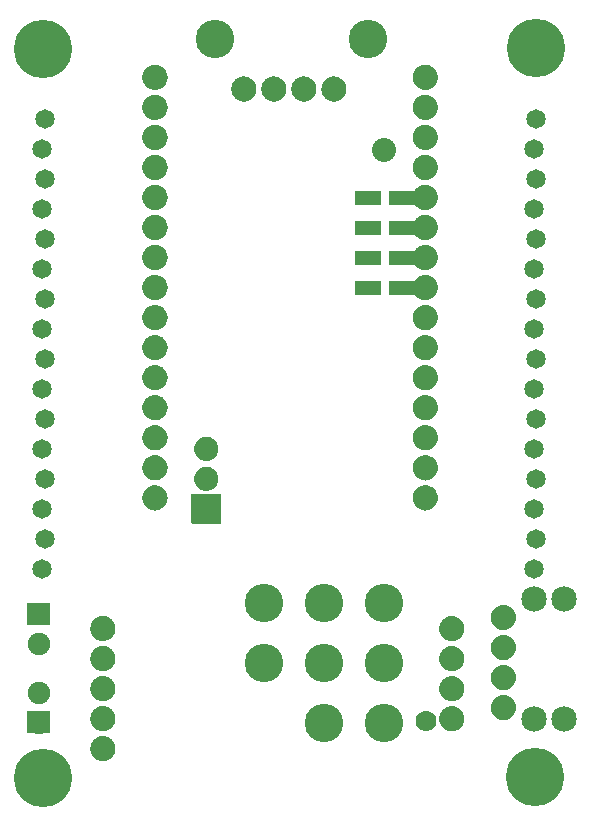
<source format=gts>
G04 MADE WITH FRITZING*
G04 WWW.FRITZING.ORG*
G04 DOUBLE SIDED*
G04 HOLES PLATED*
G04 CONTOUR ON CENTER OF CONTOUR VECTOR*
%ASAXBY*%
%FSLAX23Y23*%
%MOIN*%
%OFA0B0*%
%SFA1.0B1.0*%
%ADD10C,0.075000*%
%ADD11C,0.085000*%
%ADD12C,0.065000*%
%ADD13C,0.128110*%
%ADD14C,0.195039*%
%ADD15C,0.080000*%
%ADD16C,0.070000*%
%ADD17R,0.088740X0.049370*%
%ADD18R,0.001000X0.001000*%
%LNMASK1*%
G90*
G70*
G54D10*
X149Y444D03*
X149Y344D03*
X149Y444D03*
X149Y344D03*
G54D11*
X1899Y356D03*
X1899Y756D03*
X1799Y356D03*
X1799Y756D03*
G54D12*
X161Y856D03*
X169Y956D03*
X161Y1056D03*
X169Y1156D03*
X161Y1256D03*
X169Y1356D03*
X161Y1456D03*
X169Y1556D03*
X161Y1656D03*
X169Y1756D03*
X161Y1856D03*
X169Y1956D03*
X161Y2056D03*
X169Y2156D03*
X161Y2256D03*
X169Y2356D03*
X161Y856D03*
X169Y956D03*
X161Y1056D03*
X169Y1156D03*
X161Y1256D03*
X169Y1356D03*
X161Y1456D03*
X169Y1556D03*
X161Y1656D03*
X169Y1756D03*
X161Y1856D03*
X169Y1956D03*
X161Y2056D03*
X169Y2156D03*
X161Y2256D03*
X169Y2356D03*
X1799Y856D03*
X1807Y956D03*
X1799Y1056D03*
X1807Y1156D03*
X1799Y1256D03*
X1807Y1356D03*
X1799Y1456D03*
X1807Y1556D03*
X1799Y1656D03*
X1807Y1756D03*
X1799Y1856D03*
X1807Y1956D03*
X1799Y2056D03*
X1807Y2156D03*
X1799Y2256D03*
X1807Y2356D03*
X1799Y856D03*
X1807Y956D03*
X1799Y1056D03*
X1807Y1156D03*
X1799Y1256D03*
X1807Y1356D03*
X1799Y1456D03*
X1807Y1556D03*
X1799Y1656D03*
X1807Y1756D03*
X1799Y1856D03*
X1807Y1956D03*
X1799Y2056D03*
X1807Y2156D03*
X1799Y2256D03*
X1807Y2356D03*
G54D13*
X1099Y345D03*
X899Y545D03*
X899Y745D03*
X1099Y545D03*
X1099Y745D03*
X1299Y345D03*
X1299Y545D03*
X1299Y745D03*
X1245Y2622D03*
X735Y2622D03*
G54D14*
X1803Y162D03*
X164Y160D03*
X1805Y2592D03*
X164Y2591D03*
G54D15*
X1298Y2255D03*
G54D10*
X149Y606D03*
X149Y706D03*
X149Y606D03*
X149Y706D03*
G54D16*
X1438Y349D03*
G54D17*
X1359Y2095D03*
X1246Y1894D03*
X1246Y1793D03*
X1245Y2095D03*
X1246Y1994D03*
X1360Y1893D03*
X1360Y1993D03*
X1360Y1792D03*
G54D18*
X531Y2537D02*
X541Y2537D01*
X1432Y2537D02*
X1442Y2537D01*
X526Y2536D02*
X546Y2536D01*
X1427Y2536D02*
X1447Y2536D01*
X523Y2535D02*
X550Y2535D01*
X1424Y2535D02*
X1451Y2535D01*
X520Y2534D02*
X552Y2534D01*
X1421Y2534D02*
X1453Y2534D01*
X518Y2533D02*
X554Y2533D01*
X1419Y2533D02*
X1455Y2533D01*
X516Y2532D02*
X556Y2532D01*
X1417Y2532D02*
X1457Y2532D01*
X515Y2531D02*
X558Y2531D01*
X1415Y2531D02*
X1459Y2531D01*
X513Y2530D02*
X559Y2530D01*
X1414Y2530D02*
X1460Y2530D01*
X512Y2529D02*
X561Y2529D01*
X1412Y2529D02*
X1462Y2529D01*
X510Y2528D02*
X562Y2528D01*
X1411Y2528D02*
X1463Y2528D01*
X509Y2527D02*
X563Y2527D01*
X1410Y2527D02*
X1464Y2527D01*
X508Y2526D02*
X564Y2526D01*
X1409Y2526D02*
X1465Y2526D01*
X507Y2525D02*
X566Y2525D01*
X1408Y2525D02*
X1466Y2525D01*
X506Y2524D02*
X566Y2524D01*
X1407Y2524D02*
X1467Y2524D01*
X505Y2523D02*
X567Y2523D01*
X1406Y2523D02*
X1468Y2523D01*
X504Y2522D02*
X568Y2522D01*
X1405Y2522D02*
X1469Y2522D01*
X503Y2521D02*
X569Y2521D01*
X1404Y2521D02*
X1470Y2521D01*
X503Y2520D02*
X570Y2520D01*
X1404Y2520D02*
X1471Y2520D01*
X502Y2519D02*
X570Y2519D01*
X1403Y2519D02*
X1471Y2519D01*
X501Y2518D02*
X571Y2518D01*
X1402Y2518D02*
X1472Y2518D01*
X501Y2517D02*
X572Y2517D01*
X1402Y2517D02*
X1473Y2517D01*
X500Y2516D02*
X572Y2516D01*
X1401Y2516D02*
X1473Y2516D01*
X500Y2515D02*
X573Y2515D01*
X1400Y2515D02*
X1474Y2515D01*
X499Y2514D02*
X573Y2514D01*
X1400Y2514D02*
X1474Y2514D01*
X499Y2513D02*
X574Y2513D01*
X1399Y2513D02*
X1475Y2513D01*
X498Y2512D02*
X574Y2512D01*
X1399Y2512D02*
X1475Y2512D01*
X498Y2511D02*
X575Y2511D01*
X1399Y2511D02*
X1476Y2511D01*
X497Y2510D02*
X575Y2510D01*
X1398Y2510D02*
X1476Y2510D01*
X497Y2509D02*
X575Y2509D01*
X1398Y2509D02*
X1476Y2509D01*
X497Y2508D02*
X576Y2508D01*
X1398Y2508D02*
X1477Y2508D01*
X496Y2507D02*
X576Y2507D01*
X1397Y2507D02*
X1477Y2507D01*
X496Y2506D02*
X576Y2506D01*
X1397Y2506D02*
X1477Y2506D01*
X496Y2505D02*
X577Y2505D01*
X1397Y2505D02*
X1477Y2505D01*
X496Y2504D02*
X577Y2504D01*
X1397Y2504D02*
X1478Y2504D01*
X495Y2503D02*
X577Y2503D01*
X1396Y2503D02*
X1478Y2503D01*
X495Y2502D02*
X577Y2502D01*
X1396Y2502D02*
X1478Y2502D01*
X495Y2501D02*
X577Y2501D01*
X1396Y2501D02*
X1478Y2501D01*
X495Y2500D02*
X577Y2500D01*
X1396Y2500D02*
X1478Y2500D01*
X495Y2499D02*
X578Y2499D01*
X1396Y2499D02*
X1478Y2499D01*
X495Y2498D02*
X578Y2498D01*
X828Y2498D02*
X837Y2498D01*
X928Y2498D02*
X937Y2498D01*
X1028Y2498D02*
X1037Y2498D01*
X1128Y2498D02*
X1137Y2498D01*
X1396Y2498D02*
X1479Y2498D01*
X495Y2497D02*
X578Y2497D01*
X822Y2497D02*
X842Y2497D01*
X923Y2497D02*
X942Y2497D01*
X1023Y2497D02*
X1042Y2497D01*
X1123Y2497D02*
X1142Y2497D01*
X1396Y2497D02*
X1479Y2497D01*
X495Y2496D02*
X578Y2496D01*
X819Y2496D02*
X846Y2496D01*
X919Y2496D02*
X946Y2496D01*
X1019Y2496D02*
X1046Y2496D01*
X1119Y2496D02*
X1146Y2496D01*
X1396Y2496D02*
X1479Y2496D01*
X495Y2495D02*
X578Y2495D01*
X816Y2495D02*
X848Y2495D01*
X916Y2495D02*
X948Y2495D01*
X1016Y2495D02*
X1049Y2495D01*
X1117Y2495D02*
X1149Y2495D01*
X1396Y2495D02*
X1479Y2495D01*
X495Y2494D02*
X578Y2494D01*
X814Y2494D02*
X850Y2494D01*
X914Y2494D02*
X950Y2494D01*
X1014Y2494D02*
X1051Y2494D01*
X1115Y2494D02*
X1151Y2494D01*
X1396Y2494D02*
X1479Y2494D01*
X495Y2493D02*
X578Y2493D01*
X812Y2493D02*
X852Y2493D01*
X912Y2493D02*
X952Y2493D01*
X1013Y2493D02*
X1052Y2493D01*
X1113Y2493D02*
X1153Y2493D01*
X1396Y2493D02*
X1479Y2493D01*
X495Y2492D02*
X578Y2492D01*
X811Y2492D02*
X854Y2492D01*
X911Y2492D02*
X954Y2492D01*
X1011Y2492D02*
X1054Y2492D01*
X1111Y2492D02*
X1154Y2492D01*
X1396Y2492D02*
X1478Y2492D01*
X495Y2491D02*
X577Y2491D01*
X809Y2491D02*
X855Y2491D01*
X909Y2491D02*
X956Y2491D01*
X1009Y2491D02*
X1056Y2491D01*
X1109Y2491D02*
X1156Y2491D01*
X1396Y2491D02*
X1478Y2491D01*
X495Y2490D02*
X577Y2490D01*
X808Y2490D02*
X857Y2490D01*
X908Y2490D02*
X957Y2490D01*
X1008Y2490D02*
X1057Y2490D01*
X1108Y2490D02*
X1157Y2490D01*
X1396Y2490D02*
X1478Y2490D01*
X495Y2489D02*
X577Y2489D01*
X806Y2489D02*
X858Y2489D01*
X906Y2489D02*
X958Y2489D01*
X1007Y2489D02*
X1058Y2489D01*
X1107Y2489D02*
X1159Y2489D01*
X1396Y2489D02*
X1478Y2489D01*
X495Y2488D02*
X577Y2488D01*
X805Y2488D02*
X859Y2488D01*
X905Y2488D02*
X959Y2488D01*
X1005Y2488D02*
X1060Y2488D01*
X1106Y2488D02*
X1160Y2488D01*
X1396Y2488D02*
X1478Y2488D01*
X496Y2487D02*
X577Y2487D01*
X804Y2487D02*
X860Y2487D01*
X904Y2487D02*
X961Y2487D01*
X1004Y2487D02*
X1061Y2487D01*
X1104Y2487D02*
X1161Y2487D01*
X1397Y2487D02*
X1478Y2487D01*
X496Y2486D02*
X577Y2486D01*
X803Y2486D02*
X862Y2486D01*
X903Y2486D02*
X962Y2486D01*
X1003Y2486D02*
X1062Y2486D01*
X1103Y2486D02*
X1162Y2486D01*
X1397Y2486D02*
X1477Y2486D01*
X496Y2485D02*
X576Y2485D01*
X802Y2485D02*
X862Y2485D01*
X902Y2485D02*
X963Y2485D01*
X1002Y2485D02*
X1063Y2485D01*
X1102Y2485D02*
X1163Y2485D01*
X1397Y2485D02*
X1477Y2485D01*
X496Y2484D02*
X576Y2484D01*
X801Y2484D02*
X863Y2484D01*
X901Y2484D02*
X963Y2484D01*
X1001Y2484D02*
X1064Y2484D01*
X1102Y2484D02*
X1164Y2484D01*
X1397Y2484D02*
X1477Y2484D01*
X497Y2483D02*
X576Y2483D01*
X800Y2483D02*
X864Y2483D01*
X900Y2483D02*
X964Y2483D01*
X1001Y2483D02*
X1064Y2483D01*
X1101Y2483D02*
X1165Y2483D01*
X1398Y2483D02*
X1477Y2483D01*
X497Y2482D02*
X575Y2482D01*
X800Y2482D02*
X865Y2482D01*
X900Y2482D02*
X965Y2482D01*
X1000Y2482D02*
X1065Y2482D01*
X1100Y2482D02*
X1165Y2482D01*
X1398Y2482D02*
X1476Y2482D01*
X497Y2481D02*
X575Y2481D01*
X799Y2481D02*
X866Y2481D01*
X899Y2481D02*
X966Y2481D01*
X999Y2481D02*
X1066Y2481D01*
X1099Y2481D02*
X1166Y2481D01*
X1398Y2481D02*
X1476Y2481D01*
X498Y2480D02*
X575Y2480D01*
X798Y2480D02*
X866Y2480D01*
X898Y2480D02*
X967Y2480D01*
X998Y2480D02*
X1067Y2480D01*
X1098Y2480D02*
X1167Y2480D01*
X1399Y2480D02*
X1476Y2480D01*
X498Y2479D02*
X574Y2479D01*
X797Y2479D02*
X867Y2479D01*
X898Y2479D02*
X967Y2479D01*
X998Y2479D02*
X1067Y2479D01*
X1098Y2479D02*
X1167Y2479D01*
X1399Y2479D02*
X1475Y2479D01*
X498Y2478D02*
X574Y2478D01*
X797Y2478D02*
X868Y2478D01*
X897Y2478D02*
X968Y2478D01*
X997Y2478D02*
X1068Y2478D01*
X1097Y2478D02*
X1168Y2478D01*
X1399Y2478D02*
X1475Y2478D01*
X499Y2477D02*
X573Y2477D01*
X796Y2477D02*
X868Y2477D01*
X896Y2477D02*
X968Y2477D01*
X996Y2477D02*
X1069Y2477D01*
X1097Y2477D02*
X1169Y2477D01*
X1400Y2477D02*
X1474Y2477D01*
X499Y2476D02*
X573Y2476D01*
X796Y2476D02*
X869Y2476D01*
X896Y2476D02*
X969Y2476D01*
X996Y2476D02*
X1069Y2476D01*
X1096Y2476D02*
X1169Y2476D01*
X1400Y2476D02*
X1474Y2476D01*
X500Y2475D02*
X572Y2475D01*
X795Y2475D02*
X869Y2475D01*
X895Y2475D02*
X970Y2475D01*
X995Y2475D02*
X1070Y2475D01*
X1096Y2475D02*
X1170Y2475D01*
X1401Y2475D02*
X1473Y2475D01*
X501Y2474D02*
X572Y2474D01*
X795Y2474D02*
X870Y2474D01*
X895Y2474D02*
X970Y2474D01*
X995Y2474D02*
X1070Y2474D01*
X1095Y2474D02*
X1170Y2474D01*
X1402Y2474D02*
X1473Y2474D01*
X501Y2473D02*
X571Y2473D01*
X794Y2473D02*
X870Y2473D01*
X894Y2473D02*
X970Y2473D01*
X994Y2473D02*
X1071Y2473D01*
X1095Y2473D02*
X1171Y2473D01*
X1402Y2473D02*
X1472Y2473D01*
X502Y2472D02*
X571Y2472D01*
X794Y2472D02*
X871Y2472D01*
X894Y2472D02*
X971Y2472D01*
X994Y2472D02*
X1071Y2472D01*
X1094Y2472D02*
X1171Y2472D01*
X1403Y2472D02*
X1471Y2472D01*
X503Y2471D02*
X570Y2471D01*
X793Y2471D02*
X871Y2471D01*
X894Y2471D02*
X971Y2471D01*
X994Y2471D02*
X1071Y2471D01*
X1094Y2471D02*
X1171Y2471D01*
X1404Y2471D02*
X1471Y2471D01*
X503Y2470D02*
X569Y2470D01*
X793Y2470D02*
X871Y2470D01*
X893Y2470D02*
X972Y2470D01*
X993Y2470D02*
X1072Y2470D01*
X1093Y2470D02*
X1172Y2470D01*
X1404Y2470D02*
X1470Y2470D01*
X504Y2469D02*
X568Y2469D01*
X793Y2469D02*
X872Y2469D01*
X893Y2469D02*
X972Y2469D01*
X993Y2469D02*
X1072Y2469D01*
X1093Y2469D02*
X1172Y2469D01*
X1405Y2469D02*
X1469Y2469D01*
X505Y2468D02*
X568Y2468D01*
X792Y2468D02*
X872Y2468D01*
X893Y2468D02*
X972Y2468D01*
X993Y2468D02*
X1072Y2468D01*
X1093Y2468D02*
X1172Y2468D01*
X1406Y2468D02*
X1468Y2468D01*
X506Y2467D02*
X567Y2467D01*
X792Y2467D02*
X872Y2467D01*
X892Y2467D02*
X972Y2467D01*
X992Y2467D02*
X1073Y2467D01*
X1093Y2467D02*
X1173Y2467D01*
X1407Y2467D02*
X1468Y2467D01*
X507Y2466D02*
X566Y2466D01*
X792Y2466D02*
X873Y2466D01*
X892Y2466D02*
X973Y2466D01*
X992Y2466D02*
X1073Y2466D01*
X1092Y2466D02*
X1173Y2466D01*
X1408Y2466D02*
X1467Y2466D01*
X508Y2465D02*
X565Y2465D01*
X792Y2465D02*
X873Y2465D01*
X892Y2465D02*
X973Y2465D01*
X992Y2465D02*
X1073Y2465D01*
X1092Y2465D02*
X1173Y2465D01*
X1409Y2465D02*
X1466Y2465D01*
X509Y2464D02*
X564Y2464D01*
X792Y2464D02*
X873Y2464D01*
X892Y2464D02*
X973Y2464D01*
X992Y2464D02*
X1073Y2464D01*
X1092Y2464D02*
X1173Y2464D01*
X1410Y2464D02*
X1464Y2464D01*
X510Y2463D02*
X562Y2463D01*
X791Y2463D02*
X873Y2463D01*
X891Y2463D02*
X973Y2463D01*
X992Y2463D02*
X1073Y2463D01*
X1092Y2463D02*
X1174Y2463D01*
X1411Y2463D02*
X1463Y2463D01*
X511Y2462D02*
X561Y2462D01*
X791Y2462D02*
X873Y2462D01*
X891Y2462D02*
X973Y2462D01*
X991Y2462D02*
X1074Y2462D01*
X1092Y2462D02*
X1174Y2462D01*
X1412Y2462D02*
X1462Y2462D01*
X513Y2461D02*
X560Y2461D01*
X791Y2461D02*
X873Y2461D01*
X891Y2461D02*
X974Y2461D01*
X991Y2461D02*
X1074Y2461D01*
X1091Y2461D02*
X1174Y2461D01*
X1414Y2461D02*
X1461Y2461D01*
X514Y2460D02*
X558Y2460D01*
X791Y2460D02*
X874Y2460D01*
X891Y2460D02*
X974Y2460D01*
X991Y2460D02*
X1074Y2460D01*
X1091Y2460D02*
X1174Y2460D01*
X1415Y2460D02*
X1459Y2460D01*
X516Y2459D02*
X557Y2459D01*
X791Y2459D02*
X874Y2459D01*
X891Y2459D02*
X974Y2459D01*
X991Y2459D02*
X1074Y2459D01*
X1091Y2459D02*
X1174Y2459D01*
X1417Y2459D02*
X1457Y2459D01*
X518Y2458D02*
X555Y2458D01*
X791Y2458D02*
X874Y2458D01*
X891Y2458D02*
X974Y2458D01*
X991Y2458D02*
X1074Y2458D01*
X1091Y2458D02*
X1174Y2458D01*
X1419Y2458D02*
X1456Y2458D01*
X520Y2457D02*
X553Y2457D01*
X791Y2457D02*
X874Y2457D01*
X891Y2457D02*
X974Y2457D01*
X991Y2457D02*
X1074Y2457D01*
X1091Y2457D02*
X1174Y2457D01*
X1421Y2457D02*
X1454Y2457D01*
X522Y2456D02*
X550Y2456D01*
X791Y2456D02*
X874Y2456D01*
X891Y2456D02*
X974Y2456D01*
X991Y2456D02*
X1074Y2456D01*
X1091Y2456D02*
X1174Y2456D01*
X1423Y2456D02*
X1451Y2456D01*
X526Y2455D02*
X547Y2455D01*
X791Y2455D02*
X874Y2455D01*
X891Y2455D02*
X974Y2455D01*
X991Y2455D02*
X1074Y2455D01*
X1091Y2455D02*
X1174Y2455D01*
X1426Y2455D02*
X1448Y2455D01*
X530Y2454D02*
X542Y2454D01*
X791Y2454D02*
X874Y2454D01*
X891Y2454D02*
X974Y2454D01*
X991Y2454D02*
X1074Y2454D01*
X1091Y2454D02*
X1174Y2454D01*
X1431Y2454D02*
X1443Y2454D01*
X791Y2453D02*
X874Y2453D01*
X891Y2453D02*
X974Y2453D01*
X991Y2453D02*
X1074Y2453D01*
X1091Y2453D02*
X1174Y2453D01*
X791Y2452D02*
X874Y2452D01*
X891Y2452D02*
X974Y2452D01*
X991Y2452D02*
X1074Y2452D01*
X1091Y2452D02*
X1174Y2452D01*
X791Y2451D02*
X873Y2451D01*
X891Y2451D02*
X973Y2451D01*
X991Y2451D02*
X1074Y2451D01*
X1092Y2451D02*
X1174Y2451D01*
X791Y2450D02*
X873Y2450D01*
X891Y2450D02*
X973Y2450D01*
X992Y2450D02*
X1073Y2450D01*
X1092Y2450D02*
X1174Y2450D01*
X791Y2449D02*
X873Y2449D01*
X892Y2449D02*
X973Y2449D01*
X992Y2449D02*
X1073Y2449D01*
X1092Y2449D02*
X1173Y2449D01*
X792Y2448D02*
X873Y2448D01*
X892Y2448D02*
X973Y2448D01*
X992Y2448D02*
X1073Y2448D01*
X1092Y2448D02*
X1173Y2448D01*
X792Y2447D02*
X873Y2447D01*
X892Y2447D02*
X973Y2447D01*
X992Y2447D02*
X1073Y2447D01*
X1092Y2447D02*
X1173Y2447D01*
X792Y2446D02*
X872Y2446D01*
X892Y2446D02*
X973Y2446D01*
X992Y2446D02*
X1073Y2446D01*
X1092Y2446D02*
X1173Y2446D01*
X792Y2445D02*
X872Y2445D01*
X893Y2445D02*
X972Y2445D01*
X993Y2445D02*
X1072Y2445D01*
X1093Y2445D02*
X1173Y2445D01*
X793Y2444D02*
X872Y2444D01*
X893Y2444D02*
X972Y2444D01*
X993Y2444D02*
X1072Y2444D01*
X1093Y2444D02*
X1172Y2444D01*
X793Y2443D02*
X872Y2443D01*
X893Y2443D02*
X972Y2443D01*
X993Y2443D02*
X1072Y2443D01*
X1093Y2443D02*
X1172Y2443D01*
X793Y2442D02*
X871Y2442D01*
X893Y2442D02*
X971Y2442D01*
X994Y2442D02*
X1071Y2442D01*
X1094Y2442D02*
X1172Y2442D01*
X794Y2441D02*
X871Y2441D01*
X894Y2441D02*
X971Y2441D01*
X994Y2441D02*
X1071Y2441D01*
X1094Y2441D02*
X1171Y2441D01*
X794Y2440D02*
X870Y2440D01*
X894Y2440D02*
X971Y2440D01*
X994Y2440D02*
X1071Y2440D01*
X1094Y2440D02*
X1171Y2440D01*
X795Y2439D02*
X870Y2439D01*
X895Y2439D02*
X970Y2439D01*
X995Y2439D02*
X1070Y2439D01*
X1095Y2439D02*
X1170Y2439D01*
X795Y2438D02*
X870Y2438D01*
X895Y2438D02*
X970Y2438D01*
X995Y2438D02*
X1070Y2438D01*
X1095Y2438D02*
X1170Y2438D01*
X532Y2437D02*
X541Y2437D01*
X796Y2437D02*
X869Y2437D01*
X896Y2437D02*
X969Y2437D01*
X996Y2437D02*
X1069Y2437D01*
X1096Y2437D02*
X1169Y2437D01*
X1433Y2437D02*
X1441Y2437D01*
X527Y2436D02*
X546Y2436D01*
X796Y2436D02*
X868Y2436D01*
X896Y2436D02*
X969Y2436D01*
X996Y2436D02*
X1069Y2436D01*
X1096Y2436D02*
X1169Y2436D01*
X1427Y2436D02*
X1447Y2436D01*
X523Y2435D02*
X549Y2435D01*
X797Y2435D02*
X868Y2435D01*
X897Y2435D02*
X968Y2435D01*
X997Y2435D02*
X1068Y2435D01*
X1097Y2435D02*
X1168Y2435D01*
X1424Y2435D02*
X1450Y2435D01*
X520Y2434D02*
X552Y2434D01*
X797Y2434D02*
X867Y2434D01*
X897Y2434D02*
X967Y2434D01*
X998Y2434D02*
X1068Y2434D01*
X1098Y2434D02*
X1168Y2434D01*
X1421Y2434D02*
X1453Y2434D01*
X518Y2433D02*
X554Y2433D01*
X798Y2433D02*
X867Y2433D01*
X898Y2433D02*
X967Y2433D01*
X998Y2433D02*
X1067Y2433D01*
X1098Y2433D02*
X1167Y2433D01*
X1419Y2433D02*
X1455Y2433D01*
X516Y2432D02*
X556Y2432D01*
X799Y2432D02*
X866Y2432D01*
X899Y2432D02*
X966Y2432D01*
X999Y2432D02*
X1066Y2432D01*
X1099Y2432D02*
X1166Y2432D01*
X1417Y2432D02*
X1457Y2432D01*
X515Y2431D02*
X558Y2431D01*
X799Y2431D02*
X865Y2431D01*
X899Y2431D02*
X965Y2431D01*
X1000Y2431D02*
X1065Y2431D01*
X1100Y2431D02*
X1166Y2431D01*
X1416Y2431D02*
X1459Y2431D01*
X513Y2430D02*
X559Y2430D01*
X800Y2430D02*
X864Y2430D01*
X900Y2430D02*
X965Y2430D01*
X1000Y2430D02*
X1065Y2430D01*
X1100Y2430D02*
X1165Y2430D01*
X1414Y2430D02*
X1460Y2430D01*
X512Y2429D02*
X561Y2429D01*
X801Y2429D02*
X864Y2429D01*
X901Y2429D02*
X964Y2429D01*
X1001Y2429D02*
X1064Y2429D01*
X1101Y2429D02*
X1164Y2429D01*
X1413Y2429D02*
X1462Y2429D01*
X510Y2428D02*
X562Y2428D01*
X802Y2428D02*
X863Y2428D01*
X902Y2428D02*
X963Y2428D01*
X1002Y2428D02*
X1063Y2428D01*
X1102Y2428D02*
X1163Y2428D01*
X1411Y2428D02*
X1463Y2428D01*
X509Y2427D02*
X563Y2427D01*
X803Y2427D02*
X862Y2427D01*
X903Y2427D02*
X962Y2427D01*
X1003Y2427D02*
X1062Y2427D01*
X1103Y2427D02*
X1162Y2427D01*
X1410Y2427D02*
X1464Y2427D01*
X508Y2426D02*
X564Y2426D01*
X804Y2426D02*
X861Y2426D01*
X904Y2426D02*
X961Y2426D01*
X1004Y2426D02*
X1061Y2426D01*
X1104Y2426D02*
X1161Y2426D01*
X1409Y2426D02*
X1465Y2426D01*
X507Y2425D02*
X565Y2425D01*
X805Y2425D02*
X860Y2425D01*
X905Y2425D02*
X960Y2425D01*
X1005Y2425D02*
X1060Y2425D01*
X1105Y2425D02*
X1160Y2425D01*
X1408Y2425D02*
X1466Y2425D01*
X506Y2424D02*
X566Y2424D01*
X806Y2424D02*
X859Y2424D01*
X906Y2424D02*
X959Y2424D01*
X1006Y2424D02*
X1059Y2424D01*
X1106Y2424D02*
X1159Y2424D01*
X1407Y2424D02*
X1467Y2424D01*
X505Y2423D02*
X567Y2423D01*
X807Y2423D02*
X857Y2423D01*
X907Y2423D02*
X957Y2423D01*
X1008Y2423D02*
X1057Y2423D01*
X1108Y2423D02*
X1158Y2423D01*
X1406Y2423D02*
X1468Y2423D01*
X504Y2422D02*
X568Y2422D01*
X809Y2422D02*
X856Y2422D01*
X909Y2422D02*
X956Y2422D01*
X1009Y2422D02*
X1056Y2422D01*
X1109Y2422D02*
X1156Y2422D01*
X1405Y2422D02*
X1469Y2422D01*
X504Y2421D02*
X569Y2421D01*
X810Y2421D02*
X854Y2421D01*
X910Y2421D02*
X954Y2421D01*
X1010Y2421D02*
X1055Y2421D01*
X1111Y2421D02*
X1155Y2421D01*
X1404Y2421D02*
X1470Y2421D01*
X503Y2420D02*
X570Y2420D01*
X812Y2420D02*
X853Y2420D01*
X912Y2420D02*
X953Y2420D01*
X1012Y2420D02*
X1053Y2420D01*
X1112Y2420D02*
X1153Y2420D01*
X1404Y2420D02*
X1471Y2420D01*
X502Y2419D02*
X570Y2419D01*
X814Y2419D02*
X851Y2419D01*
X914Y2419D02*
X951Y2419D01*
X1014Y2419D02*
X1051Y2419D01*
X1114Y2419D02*
X1151Y2419D01*
X1403Y2419D02*
X1471Y2419D01*
X501Y2418D02*
X571Y2418D01*
X816Y2418D02*
X849Y2418D01*
X916Y2418D02*
X949Y2418D01*
X1016Y2418D02*
X1049Y2418D01*
X1116Y2418D02*
X1149Y2418D01*
X1402Y2418D02*
X1472Y2418D01*
X501Y2417D02*
X572Y2417D01*
X818Y2417D02*
X846Y2417D01*
X918Y2417D02*
X947Y2417D01*
X1018Y2417D02*
X1047Y2417D01*
X1119Y2417D02*
X1147Y2417D01*
X1402Y2417D02*
X1473Y2417D01*
X500Y2416D02*
X572Y2416D01*
X821Y2416D02*
X843Y2416D01*
X921Y2416D02*
X943Y2416D01*
X1022Y2416D02*
X1043Y2416D01*
X1122Y2416D02*
X1144Y2416D01*
X1401Y2416D02*
X1473Y2416D01*
X500Y2415D02*
X573Y2415D01*
X826Y2415D02*
X839Y2415D01*
X926Y2415D02*
X939Y2415D01*
X1026Y2415D02*
X1039Y2415D01*
X1126Y2415D02*
X1139Y2415D01*
X1401Y2415D02*
X1474Y2415D01*
X499Y2414D02*
X573Y2414D01*
X1400Y2414D02*
X1474Y2414D01*
X499Y2413D02*
X574Y2413D01*
X1400Y2413D02*
X1475Y2413D01*
X498Y2412D02*
X574Y2412D01*
X1399Y2412D02*
X1475Y2412D01*
X498Y2411D02*
X575Y2411D01*
X1399Y2411D02*
X1476Y2411D01*
X497Y2410D02*
X575Y2410D01*
X1398Y2410D02*
X1476Y2410D01*
X497Y2409D02*
X575Y2409D01*
X1398Y2409D02*
X1476Y2409D01*
X497Y2408D02*
X576Y2408D01*
X1398Y2408D02*
X1477Y2408D01*
X496Y2407D02*
X576Y2407D01*
X1397Y2407D02*
X1477Y2407D01*
X496Y2406D02*
X576Y2406D01*
X1397Y2406D02*
X1477Y2406D01*
X496Y2405D02*
X577Y2405D01*
X1397Y2405D02*
X1477Y2405D01*
X496Y2404D02*
X577Y2404D01*
X1397Y2404D02*
X1478Y2404D01*
X495Y2403D02*
X577Y2403D01*
X1396Y2403D02*
X1478Y2403D01*
X495Y2402D02*
X577Y2402D01*
X1396Y2402D02*
X1478Y2402D01*
X495Y2401D02*
X577Y2401D01*
X1396Y2401D02*
X1478Y2401D01*
X495Y2400D02*
X577Y2400D01*
X1396Y2400D02*
X1478Y2400D01*
X495Y2399D02*
X578Y2399D01*
X1396Y2399D02*
X1478Y2399D01*
X495Y2398D02*
X578Y2398D01*
X1396Y2398D02*
X1479Y2398D01*
X495Y2397D02*
X578Y2397D01*
X1396Y2397D02*
X1479Y2397D01*
X495Y2396D02*
X578Y2396D01*
X1396Y2396D02*
X1479Y2396D01*
X495Y2395D02*
X578Y2395D01*
X1396Y2395D02*
X1479Y2395D01*
X495Y2394D02*
X578Y2394D01*
X1396Y2394D02*
X1479Y2394D01*
X495Y2393D02*
X578Y2393D01*
X1396Y2393D02*
X1479Y2393D01*
X495Y2392D02*
X578Y2392D01*
X1396Y2392D02*
X1478Y2392D01*
X495Y2391D02*
X577Y2391D01*
X1396Y2391D02*
X1478Y2391D01*
X495Y2390D02*
X577Y2390D01*
X1396Y2390D02*
X1478Y2390D01*
X495Y2389D02*
X577Y2389D01*
X1396Y2389D02*
X1478Y2389D01*
X495Y2388D02*
X577Y2388D01*
X1396Y2388D02*
X1478Y2388D01*
X496Y2387D02*
X577Y2387D01*
X1396Y2387D02*
X1478Y2387D01*
X496Y2386D02*
X577Y2386D01*
X1397Y2386D02*
X1478Y2386D01*
X496Y2385D02*
X576Y2385D01*
X1397Y2385D02*
X1477Y2385D01*
X496Y2384D02*
X576Y2384D01*
X1397Y2384D02*
X1477Y2384D01*
X497Y2383D02*
X576Y2383D01*
X1397Y2383D02*
X1477Y2383D01*
X497Y2382D02*
X576Y2382D01*
X1398Y2382D02*
X1476Y2382D01*
X497Y2381D02*
X575Y2381D01*
X1398Y2381D02*
X1476Y2381D01*
X498Y2380D02*
X575Y2380D01*
X1399Y2380D02*
X1476Y2380D01*
X498Y2379D02*
X574Y2379D01*
X1399Y2379D02*
X1475Y2379D01*
X498Y2378D02*
X574Y2378D01*
X1399Y2378D02*
X1475Y2378D01*
X499Y2377D02*
X573Y2377D01*
X1400Y2377D02*
X1474Y2377D01*
X499Y2376D02*
X573Y2376D01*
X1400Y2376D02*
X1474Y2376D01*
X500Y2375D02*
X572Y2375D01*
X1401Y2375D02*
X1473Y2375D01*
X501Y2374D02*
X572Y2374D01*
X1401Y2374D02*
X1473Y2374D01*
X501Y2373D02*
X571Y2373D01*
X1402Y2373D02*
X1472Y2373D01*
X502Y2372D02*
X571Y2372D01*
X1403Y2372D02*
X1472Y2372D01*
X503Y2371D02*
X570Y2371D01*
X1403Y2371D02*
X1471Y2371D01*
X503Y2370D02*
X569Y2370D01*
X1404Y2370D02*
X1470Y2370D01*
X504Y2369D02*
X568Y2369D01*
X1405Y2369D02*
X1469Y2369D01*
X505Y2368D02*
X568Y2368D01*
X1406Y2368D02*
X1469Y2368D01*
X506Y2367D02*
X567Y2367D01*
X1407Y2367D02*
X1468Y2367D01*
X507Y2366D02*
X566Y2366D01*
X1408Y2366D02*
X1467Y2366D01*
X508Y2365D02*
X565Y2365D01*
X1409Y2365D02*
X1466Y2365D01*
X509Y2364D02*
X564Y2364D01*
X1410Y2364D02*
X1465Y2364D01*
X510Y2363D02*
X563Y2363D01*
X1411Y2363D02*
X1463Y2363D01*
X511Y2362D02*
X561Y2362D01*
X1412Y2362D02*
X1462Y2362D01*
X513Y2361D02*
X560Y2361D01*
X1413Y2361D02*
X1461Y2361D01*
X514Y2360D02*
X558Y2360D01*
X1415Y2360D02*
X1459Y2360D01*
X516Y2359D02*
X557Y2359D01*
X1417Y2359D02*
X1458Y2359D01*
X517Y2358D02*
X555Y2358D01*
X1418Y2358D02*
X1456Y2358D01*
X519Y2357D02*
X553Y2357D01*
X1420Y2357D02*
X1454Y2357D01*
X522Y2356D02*
X550Y2356D01*
X1423Y2356D02*
X1451Y2356D01*
X525Y2355D02*
X547Y2355D01*
X1426Y2355D02*
X1448Y2355D01*
X530Y2354D02*
X543Y2354D01*
X1430Y2354D02*
X1444Y2354D01*
X533Y2337D02*
X540Y2337D01*
X1434Y2337D02*
X1441Y2337D01*
X527Y2336D02*
X545Y2336D01*
X1428Y2336D02*
X1446Y2336D01*
X523Y2335D02*
X549Y2335D01*
X1424Y2335D02*
X1450Y2335D01*
X521Y2334D02*
X552Y2334D01*
X1421Y2334D02*
X1453Y2334D01*
X518Y2333D02*
X554Y2333D01*
X1419Y2333D02*
X1455Y2333D01*
X516Y2332D02*
X556Y2332D01*
X1417Y2332D02*
X1457Y2332D01*
X515Y2331D02*
X558Y2331D01*
X1416Y2331D02*
X1458Y2331D01*
X513Y2330D02*
X559Y2330D01*
X1414Y2330D02*
X1460Y2330D01*
X512Y2329D02*
X561Y2329D01*
X1413Y2329D02*
X1461Y2329D01*
X511Y2328D02*
X562Y2328D01*
X1411Y2328D02*
X1463Y2328D01*
X509Y2327D02*
X563Y2327D01*
X1410Y2327D02*
X1464Y2327D01*
X508Y2326D02*
X564Y2326D01*
X1409Y2326D02*
X1465Y2326D01*
X507Y2325D02*
X565Y2325D01*
X1408Y2325D02*
X1466Y2325D01*
X506Y2324D02*
X566Y2324D01*
X1407Y2324D02*
X1467Y2324D01*
X505Y2323D02*
X567Y2323D01*
X1406Y2323D02*
X1468Y2323D01*
X504Y2322D02*
X568Y2322D01*
X1405Y2322D02*
X1469Y2322D01*
X504Y2321D02*
X569Y2321D01*
X1405Y2321D02*
X1470Y2321D01*
X503Y2320D02*
X570Y2320D01*
X1404Y2320D02*
X1470Y2320D01*
X502Y2319D02*
X570Y2319D01*
X1403Y2319D02*
X1471Y2319D01*
X501Y2318D02*
X571Y2318D01*
X1402Y2318D02*
X1472Y2318D01*
X501Y2317D02*
X572Y2317D01*
X1402Y2317D02*
X1472Y2317D01*
X500Y2316D02*
X572Y2316D01*
X1401Y2316D02*
X1473Y2316D01*
X500Y2315D02*
X573Y2315D01*
X1401Y2315D02*
X1474Y2315D01*
X499Y2314D02*
X573Y2314D01*
X1400Y2314D02*
X1474Y2314D01*
X499Y2313D02*
X574Y2313D01*
X1400Y2313D02*
X1475Y2313D01*
X498Y2312D02*
X574Y2312D01*
X1399Y2312D02*
X1475Y2312D01*
X498Y2311D02*
X575Y2311D01*
X1399Y2311D02*
X1476Y2311D01*
X497Y2310D02*
X575Y2310D01*
X1398Y2310D02*
X1476Y2310D01*
X497Y2309D02*
X575Y2309D01*
X1398Y2309D02*
X1476Y2309D01*
X497Y2308D02*
X576Y2308D01*
X1398Y2308D02*
X1477Y2308D01*
X496Y2307D02*
X576Y2307D01*
X1397Y2307D02*
X1477Y2307D01*
X496Y2306D02*
X576Y2306D01*
X1397Y2306D02*
X1477Y2306D01*
X496Y2305D02*
X576Y2305D01*
X1397Y2305D02*
X1477Y2305D01*
X496Y2304D02*
X577Y2304D01*
X1397Y2304D02*
X1478Y2304D01*
X495Y2303D02*
X577Y2303D01*
X1396Y2303D02*
X1478Y2303D01*
X495Y2302D02*
X577Y2302D01*
X1396Y2302D02*
X1478Y2302D01*
X495Y2301D02*
X577Y2301D01*
X1396Y2301D02*
X1478Y2301D01*
X495Y2300D02*
X577Y2300D01*
X1396Y2300D02*
X1478Y2300D01*
X495Y2299D02*
X578Y2299D01*
X1396Y2299D02*
X1478Y2299D01*
X495Y2298D02*
X578Y2298D01*
X1396Y2298D02*
X1479Y2298D01*
X495Y2297D02*
X578Y2297D01*
X1396Y2297D02*
X1479Y2297D01*
X495Y2296D02*
X578Y2296D01*
X1396Y2296D02*
X1479Y2296D01*
X495Y2295D02*
X578Y2295D01*
X1396Y2295D02*
X1479Y2295D01*
X495Y2294D02*
X578Y2294D01*
X1396Y2294D02*
X1479Y2294D01*
X495Y2293D02*
X578Y2293D01*
X1396Y2293D02*
X1479Y2293D01*
X495Y2292D02*
X578Y2292D01*
X1396Y2292D02*
X1478Y2292D01*
X495Y2291D02*
X577Y2291D01*
X1396Y2291D02*
X1478Y2291D01*
X495Y2290D02*
X577Y2290D01*
X1396Y2290D02*
X1478Y2290D01*
X495Y2289D02*
X577Y2289D01*
X1396Y2289D02*
X1478Y2289D01*
X495Y2288D02*
X577Y2288D01*
X1396Y2288D02*
X1478Y2288D01*
X496Y2287D02*
X577Y2287D01*
X1396Y2287D02*
X1478Y2287D01*
X496Y2286D02*
X577Y2286D01*
X1397Y2286D02*
X1478Y2286D01*
X496Y2285D02*
X576Y2285D01*
X1397Y2285D02*
X1477Y2285D01*
X496Y2284D02*
X576Y2284D01*
X1397Y2284D02*
X1477Y2284D01*
X497Y2283D02*
X576Y2283D01*
X1397Y2283D02*
X1477Y2283D01*
X497Y2282D02*
X576Y2282D01*
X1398Y2282D02*
X1476Y2282D01*
X497Y2281D02*
X575Y2281D01*
X1398Y2281D02*
X1476Y2281D01*
X498Y2280D02*
X575Y2280D01*
X1398Y2280D02*
X1476Y2280D01*
X498Y2279D02*
X574Y2279D01*
X1399Y2279D02*
X1475Y2279D01*
X498Y2278D02*
X574Y2278D01*
X1399Y2278D02*
X1475Y2278D01*
X499Y2277D02*
X574Y2277D01*
X1400Y2277D02*
X1474Y2277D01*
X499Y2276D02*
X573Y2276D01*
X1400Y2276D02*
X1474Y2276D01*
X500Y2275D02*
X573Y2275D01*
X1401Y2275D02*
X1473Y2275D01*
X501Y2274D02*
X572Y2274D01*
X1401Y2274D02*
X1473Y2274D01*
X501Y2273D02*
X571Y2273D01*
X1402Y2273D02*
X1472Y2273D01*
X502Y2272D02*
X571Y2272D01*
X1403Y2272D02*
X1472Y2272D01*
X502Y2271D02*
X570Y2271D01*
X1403Y2271D02*
X1471Y2271D01*
X503Y2270D02*
X569Y2270D01*
X1404Y2270D02*
X1470Y2270D01*
X504Y2269D02*
X568Y2269D01*
X1405Y2269D02*
X1469Y2269D01*
X505Y2268D02*
X568Y2268D01*
X1406Y2268D02*
X1469Y2268D01*
X506Y2267D02*
X567Y2267D01*
X1407Y2267D02*
X1468Y2267D01*
X507Y2266D02*
X566Y2266D01*
X1407Y2266D02*
X1467Y2266D01*
X508Y2265D02*
X565Y2265D01*
X1408Y2265D02*
X1466Y2265D01*
X509Y2264D02*
X564Y2264D01*
X1410Y2264D02*
X1465Y2264D01*
X510Y2263D02*
X563Y2263D01*
X1411Y2263D02*
X1464Y2263D01*
X511Y2262D02*
X561Y2262D01*
X1412Y2262D02*
X1462Y2262D01*
X512Y2261D02*
X560Y2261D01*
X1413Y2261D02*
X1461Y2261D01*
X514Y2260D02*
X559Y2260D01*
X1415Y2260D02*
X1459Y2260D01*
X516Y2259D02*
X557Y2259D01*
X1416Y2259D02*
X1458Y2259D01*
X517Y2258D02*
X555Y2258D01*
X1418Y2258D02*
X1456Y2258D01*
X519Y2257D02*
X553Y2257D01*
X1420Y2257D02*
X1454Y2257D01*
X522Y2256D02*
X551Y2256D01*
X1423Y2256D02*
X1452Y2256D01*
X525Y2255D02*
X548Y2255D01*
X1426Y2255D02*
X1449Y2255D01*
X529Y2254D02*
X544Y2254D01*
X1430Y2254D02*
X1444Y2254D01*
X534Y2237D02*
X538Y2237D01*
X1435Y2237D02*
X1439Y2237D01*
X527Y2236D02*
X545Y2236D01*
X1428Y2236D02*
X1446Y2236D01*
X524Y2235D02*
X549Y2235D01*
X1425Y2235D02*
X1450Y2235D01*
X521Y2234D02*
X552Y2234D01*
X1422Y2234D02*
X1452Y2234D01*
X519Y2233D02*
X554Y2233D01*
X1420Y2233D02*
X1455Y2233D01*
X517Y2232D02*
X556Y2232D01*
X1418Y2232D02*
X1457Y2232D01*
X515Y2231D02*
X557Y2231D01*
X1416Y2231D02*
X1458Y2231D01*
X513Y2230D02*
X559Y2230D01*
X1414Y2230D02*
X1460Y2230D01*
X512Y2229D02*
X560Y2229D01*
X1413Y2229D02*
X1461Y2229D01*
X511Y2228D02*
X562Y2228D01*
X1412Y2228D02*
X1463Y2228D01*
X509Y2227D02*
X563Y2227D01*
X1410Y2227D02*
X1464Y2227D01*
X508Y2226D02*
X564Y2226D01*
X1409Y2226D02*
X1465Y2226D01*
X507Y2225D02*
X565Y2225D01*
X1408Y2225D02*
X1466Y2225D01*
X506Y2224D02*
X566Y2224D01*
X1407Y2224D02*
X1467Y2224D01*
X505Y2223D02*
X567Y2223D01*
X1406Y2223D02*
X1468Y2223D01*
X504Y2222D02*
X568Y2222D01*
X1405Y2222D02*
X1469Y2222D01*
X504Y2221D02*
X569Y2221D01*
X1405Y2221D02*
X1470Y2221D01*
X503Y2220D02*
X569Y2220D01*
X1404Y2220D02*
X1470Y2220D01*
X502Y2219D02*
X570Y2219D01*
X1403Y2219D02*
X1471Y2219D01*
X502Y2218D02*
X571Y2218D01*
X1402Y2218D02*
X1472Y2218D01*
X501Y2217D02*
X571Y2217D01*
X1402Y2217D02*
X1472Y2217D01*
X500Y2216D02*
X572Y2216D01*
X1401Y2216D02*
X1473Y2216D01*
X500Y2215D02*
X573Y2215D01*
X1401Y2215D02*
X1474Y2215D01*
X499Y2214D02*
X573Y2214D01*
X1400Y2214D02*
X1474Y2214D01*
X499Y2213D02*
X574Y2213D01*
X1400Y2213D02*
X1475Y2213D01*
X498Y2212D02*
X574Y2212D01*
X1399Y2212D02*
X1475Y2212D01*
X498Y2211D02*
X575Y2211D01*
X1399Y2211D02*
X1476Y2211D01*
X497Y2210D02*
X575Y2210D01*
X1398Y2210D02*
X1476Y2210D01*
X497Y2209D02*
X575Y2209D01*
X1398Y2209D02*
X1476Y2209D01*
X497Y2208D02*
X576Y2208D01*
X1398Y2208D02*
X1477Y2208D01*
X496Y2207D02*
X576Y2207D01*
X1397Y2207D02*
X1477Y2207D01*
X496Y2206D02*
X576Y2206D01*
X1397Y2206D02*
X1477Y2206D01*
X496Y2205D02*
X576Y2205D01*
X1397Y2205D02*
X1477Y2205D01*
X496Y2204D02*
X577Y2204D01*
X1397Y2204D02*
X1478Y2204D01*
X496Y2203D02*
X577Y2203D01*
X1396Y2203D02*
X1478Y2203D01*
X495Y2202D02*
X577Y2202D01*
X1396Y2202D02*
X1478Y2202D01*
X495Y2201D02*
X577Y2201D01*
X1396Y2201D02*
X1478Y2201D01*
X495Y2200D02*
X577Y2200D01*
X1396Y2200D02*
X1478Y2200D01*
X495Y2199D02*
X578Y2199D01*
X1396Y2199D02*
X1478Y2199D01*
X495Y2198D02*
X578Y2198D01*
X1396Y2198D02*
X1478Y2198D01*
X495Y2197D02*
X578Y2197D01*
X1396Y2197D02*
X1479Y2197D01*
X495Y2196D02*
X578Y2196D01*
X1396Y2196D02*
X1479Y2196D01*
X495Y2195D02*
X578Y2195D01*
X1396Y2195D02*
X1479Y2195D01*
X495Y2194D02*
X578Y2194D01*
X1396Y2194D02*
X1479Y2194D01*
X495Y2193D02*
X578Y2193D01*
X1396Y2193D02*
X1479Y2193D01*
X495Y2192D02*
X578Y2192D01*
X1396Y2192D02*
X1478Y2192D01*
X495Y2191D02*
X577Y2191D01*
X1396Y2191D02*
X1478Y2191D01*
X495Y2190D02*
X577Y2190D01*
X1396Y2190D02*
X1478Y2190D01*
X495Y2189D02*
X577Y2189D01*
X1396Y2189D02*
X1478Y2189D01*
X495Y2188D02*
X577Y2188D01*
X1396Y2188D02*
X1478Y2188D01*
X496Y2187D02*
X577Y2187D01*
X1396Y2187D02*
X1478Y2187D01*
X496Y2186D02*
X577Y2186D01*
X1397Y2186D02*
X1478Y2186D01*
X496Y2185D02*
X576Y2185D01*
X1397Y2185D02*
X1477Y2185D01*
X496Y2184D02*
X576Y2184D01*
X1397Y2184D02*
X1477Y2184D01*
X496Y2183D02*
X576Y2183D01*
X1397Y2183D02*
X1477Y2183D01*
X497Y2182D02*
X576Y2182D01*
X1398Y2182D02*
X1477Y2182D01*
X497Y2181D02*
X575Y2181D01*
X1398Y2181D02*
X1476Y2181D01*
X498Y2180D02*
X575Y2180D01*
X1398Y2180D02*
X1476Y2180D01*
X498Y2179D02*
X575Y2179D01*
X1399Y2179D02*
X1475Y2179D01*
X498Y2178D02*
X574Y2178D01*
X1399Y2178D02*
X1475Y2178D01*
X499Y2177D02*
X574Y2177D01*
X1400Y2177D02*
X1475Y2177D01*
X499Y2176D02*
X573Y2176D01*
X1400Y2176D02*
X1474Y2176D01*
X500Y2175D02*
X573Y2175D01*
X1401Y2175D02*
X1473Y2175D01*
X500Y2174D02*
X572Y2174D01*
X1401Y2174D02*
X1473Y2174D01*
X501Y2173D02*
X571Y2173D01*
X1402Y2173D02*
X1472Y2173D01*
X502Y2172D02*
X571Y2172D01*
X1403Y2172D02*
X1472Y2172D01*
X502Y2171D02*
X570Y2171D01*
X1403Y2171D02*
X1471Y2171D01*
X503Y2170D02*
X569Y2170D01*
X1404Y2170D02*
X1470Y2170D01*
X504Y2169D02*
X569Y2169D01*
X1405Y2169D02*
X1469Y2169D01*
X505Y2168D02*
X568Y2168D01*
X1406Y2168D02*
X1469Y2168D01*
X506Y2167D02*
X567Y2167D01*
X1406Y2167D02*
X1468Y2167D01*
X506Y2166D02*
X566Y2166D01*
X1407Y2166D02*
X1467Y2166D01*
X507Y2165D02*
X565Y2165D01*
X1408Y2165D02*
X1466Y2165D01*
X508Y2164D02*
X564Y2164D01*
X1409Y2164D02*
X1465Y2164D01*
X510Y2163D02*
X563Y2163D01*
X1411Y2163D02*
X1464Y2163D01*
X511Y2162D02*
X562Y2162D01*
X1412Y2162D02*
X1462Y2162D01*
X512Y2161D02*
X560Y2161D01*
X1413Y2161D02*
X1461Y2161D01*
X514Y2160D02*
X559Y2160D01*
X1415Y2160D02*
X1460Y2160D01*
X515Y2159D02*
X557Y2159D01*
X1416Y2159D02*
X1458Y2159D01*
X517Y2158D02*
X555Y2158D01*
X1418Y2158D02*
X1456Y2158D01*
X519Y2157D02*
X553Y2157D01*
X1420Y2157D02*
X1454Y2157D01*
X521Y2156D02*
X551Y2156D01*
X1422Y2156D02*
X1452Y2156D01*
X524Y2155D02*
X548Y2155D01*
X1425Y2155D02*
X1449Y2155D01*
X528Y2154D02*
X544Y2154D01*
X1429Y2154D02*
X1445Y2154D01*
X1437Y2137D02*
X1437Y2137D01*
X528Y2136D02*
X544Y2136D01*
X1429Y2136D02*
X1445Y2136D01*
X524Y2135D02*
X548Y2135D01*
X1425Y2135D02*
X1449Y2135D01*
X521Y2134D02*
X551Y2134D01*
X1422Y2134D02*
X1452Y2134D01*
X519Y2133D02*
X554Y2133D01*
X1420Y2133D02*
X1454Y2133D01*
X517Y2132D02*
X556Y2132D01*
X1418Y2132D02*
X1456Y2132D01*
X515Y2131D02*
X557Y2131D01*
X1416Y2131D02*
X1458Y2131D01*
X514Y2130D02*
X559Y2130D01*
X1415Y2130D02*
X1460Y2130D01*
X512Y2129D02*
X560Y2129D01*
X1413Y2129D02*
X1461Y2129D01*
X511Y2128D02*
X562Y2128D01*
X1412Y2128D02*
X1463Y2128D01*
X510Y2127D02*
X563Y2127D01*
X1410Y2127D02*
X1464Y2127D01*
X508Y2126D02*
X564Y2126D01*
X1409Y2126D02*
X1465Y2126D01*
X507Y2125D02*
X565Y2125D01*
X1408Y2125D02*
X1466Y2125D01*
X506Y2124D02*
X566Y2124D01*
X1407Y2124D02*
X1467Y2124D01*
X505Y2123D02*
X567Y2123D01*
X1406Y2123D02*
X1468Y2123D01*
X505Y2122D02*
X568Y2122D01*
X1405Y2122D02*
X1469Y2122D01*
X504Y2121D02*
X569Y2121D01*
X1405Y2121D02*
X1470Y2121D01*
X503Y2120D02*
X569Y2120D01*
X1404Y2120D02*
X1470Y2120D01*
X502Y2119D02*
X570Y2119D01*
X1403Y2119D02*
X1471Y2119D01*
X502Y2118D02*
X571Y2118D01*
X1403Y2118D02*
X1472Y2118D01*
X501Y2117D02*
X571Y2117D01*
X1402Y2117D02*
X1472Y2117D01*
X500Y2116D02*
X572Y2116D01*
X1401Y2116D02*
X1473Y2116D01*
X500Y2115D02*
X573Y2115D01*
X1401Y2115D02*
X1474Y2115D01*
X499Y2114D02*
X573Y2114D01*
X1400Y2114D02*
X1474Y2114D01*
X499Y2113D02*
X574Y2113D01*
X1400Y2113D02*
X1475Y2113D01*
X498Y2112D02*
X574Y2112D01*
X1399Y2112D02*
X1475Y2112D01*
X498Y2111D02*
X575Y2111D01*
X1399Y2111D02*
X1475Y2111D01*
X497Y2110D02*
X575Y2110D01*
X1398Y2110D02*
X1476Y2110D01*
X497Y2109D02*
X575Y2109D01*
X1398Y2109D02*
X1476Y2109D01*
X497Y2108D02*
X576Y2108D01*
X1398Y2108D02*
X1477Y2108D01*
X496Y2107D02*
X576Y2107D01*
X1397Y2107D02*
X1477Y2107D01*
X496Y2106D02*
X576Y2106D01*
X1397Y2106D02*
X1477Y2106D01*
X496Y2105D02*
X576Y2105D01*
X1397Y2105D02*
X1477Y2105D01*
X496Y2104D02*
X577Y2104D01*
X1397Y2104D02*
X1478Y2104D01*
X496Y2103D02*
X577Y2103D01*
X1396Y2103D02*
X1478Y2103D01*
X495Y2102D02*
X577Y2102D01*
X1396Y2102D02*
X1478Y2102D01*
X495Y2101D02*
X577Y2101D01*
X1396Y2101D02*
X1478Y2101D01*
X495Y2100D02*
X577Y2100D01*
X1396Y2100D02*
X1478Y2100D01*
X495Y2099D02*
X577Y2099D01*
X1396Y2099D02*
X1478Y2099D01*
X495Y2098D02*
X578Y2098D01*
X1396Y2098D02*
X1478Y2098D01*
X495Y2097D02*
X578Y2097D01*
X1396Y2097D02*
X1479Y2097D01*
X495Y2096D02*
X578Y2096D01*
X1396Y2096D02*
X1479Y2096D01*
X495Y2095D02*
X578Y2095D01*
X1396Y2095D02*
X1479Y2095D01*
X495Y2094D02*
X578Y2094D01*
X1396Y2094D02*
X1479Y2094D01*
X495Y2093D02*
X578Y2093D01*
X1396Y2093D02*
X1479Y2093D01*
X495Y2092D02*
X578Y2092D01*
X1396Y2092D02*
X1478Y2092D01*
X495Y2091D02*
X578Y2091D01*
X1396Y2091D02*
X1478Y2091D01*
X495Y2090D02*
X577Y2090D01*
X1396Y2090D02*
X1478Y2090D01*
X495Y2089D02*
X577Y2089D01*
X1396Y2089D02*
X1478Y2089D01*
X495Y2088D02*
X577Y2088D01*
X1396Y2088D02*
X1478Y2088D01*
X496Y2087D02*
X577Y2087D01*
X1396Y2087D02*
X1478Y2087D01*
X496Y2086D02*
X577Y2086D01*
X1397Y2086D02*
X1478Y2086D01*
X496Y2085D02*
X576Y2085D01*
X1397Y2085D02*
X1477Y2085D01*
X496Y2084D02*
X576Y2084D01*
X1397Y2084D02*
X1477Y2084D01*
X496Y2083D02*
X576Y2083D01*
X1397Y2083D02*
X1477Y2083D01*
X497Y2082D02*
X576Y2082D01*
X1398Y2082D02*
X1477Y2082D01*
X497Y2081D02*
X575Y2081D01*
X1398Y2081D02*
X1476Y2081D01*
X497Y2080D02*
X575Y2080D01*
X1398Y2080D02*
X1476Y2080D01*
X498Y2079D02*
X575Y2079D01*
X1399Y2079D02*
X1475Y2079D01*
X498Y2078D02*
X574Y2078D01*
X1399Y2078D02*
X1475Y2078D01*
X499Y2077D02*
X574Y2077D01*
X1400Y2077D02*
X1475Y2077D01*
X499Y2076D02*
X573Y2076D01*
X1400Y2076D02*
X1474Y2076D01*
X500Y2075D02*
X573Y2075D01*
X1401Y2075D02*
X1474Y2075D01*
X500Y2074D02*
X572Y2074D01*
X1401Y2074D02*
X1473Y2074D01*
X501Y2073D02*
X571Y2073D01*
X1402Y2073D02*
X1472Y2073D01*
X502Y2072D02*
X571Y2072D01*
X1403Y2072D02*
X1472Y2072D01*
X502Y2071D02*
X570Y2071D01*
X1403Y2071D02*
X1471Y2071D01*
X503Y2070D02*
X569Y2070D01*
X1404Y2070D02*
X1470Y2070D01*
X504Y2069D02*
X569Y2069D01*
X1405Y2069D02*
X1470Y2069D01*
X505Y2068D02*
X568Y2068D01*
X1405Y2068D02*
X1469Y2068D01*
X505Y2067D02*
X567Y2067D01*
X1406Y2067D02*
X1468Y2067D01*
X506Y2066D02*
X566Y2066D01*
X1407Y2066D02*
X1467Y2066D01*
X507Y2065D02*
X565Y2065D01*
X1408Y2065D02*
X1466Y2065D01*
X508Y2064D02*
X564Y2064D01*
X1409Y2064D02*
X1465Y2064D01*
X509Y2063D02*
X563Y2063D01*
X1410Y2063D02*
X1464Y2063D01*
X511Y2062D02*
X562Y2062D01*
X1412Y2062D02*
X1463Y2062D01*
X512Y2061D02*
X560Y2061D01*
X1413Y2061D02*
X1461Y2061D01*
X514Y2060D02*
X559Y2060D01*
X1414Y2060D02*
X1460Y2060D01*
X515Y2059D02*
X557Y2059D01*
X1416Y2059D02*
X1458Y2059D01*
X517Y2058D02*
X556Y2058D01*
X1418Y2058D02*
X1457Y2058D01*
X519Y2057D02*
X554Y2057D01*
X1420Y2057D02*
X1455Y2057D01*
X521Y2056D02*
X551Y2056D01*
X1422Y2056D02*
X1452Y2056D01*
X524Y2055D02*
X549Y2055D01*
X1425Y2055D02*
X1450Y2055D01*
X528Y2054D02*
X545Y2054D01*
X1429Y2054D02*
X1446Y2054D01*
X536Y2053D02*
X537Y2053D01*
X1437Y2053D02*
X1438Y2053D01*
X528Y2036D02*
X544Y2036D01*
X1429Y2036D02*
X1445Y2036D01*
X524Y2035D02*
X548Y2035D01*
X1425Y2035D02*
X1449Y2035D01*
X521Y2034D02*
X551Y2034D01*
X1422Y2034D02*
X1452Y2034D01*
X519Y2033D02*
X553Y2033D01*
X1420Y2033D02*
X1454Y2033D01*
X517Y2032D02*
X555Y2032D01*
X1418Y2032D02*
X1456Y2032D01*
X515Y2031D02*
X557Y2031D01*
X1416Y2031D02*
X1458Y2031D01*
X514Y2030D02*
X559Y2030D01*
X1415Y2030D02*
X1460Y2030D01*
X512Y2029D02*
X560Y2029D01*
X1413Y2029D02*
X1461Y2029D01*
X511Y2028D02*
X561Y2028D01*
X1412Y2028D02*
X1462Y2028D01*
X510Y2027D02*
X563Y2027D01*
X1411Y2027D02*
X1464Y2027D01*
X509Y2026D02*
X564Y2026D01*
X1409Y2026D02*
X1465Y2026D01*
X507Y2025D02*
X565Y2025D01*
X1408Y2025D02*
X1466Y2025D01*
X506Y2024D02*
X566Y2024D01*
X1407Y2024D02*
X1467Y2024D01*
X506Y2023D02*
X567Y2023D01*
X1406Y2023D02*
X1468Y2023D01*
X505Y2022D02*
X568Y2022D01*
X1406Y2022D02*
X1469Y2022D01*
X504Y2021D02*
X569Y2021D01*
X1405Y2021D02*
X1469Y2021D01*
X503Y2020D02*
X569Y2020D01*
X1404Y2020D02*
X1470Y2020D01*
X502Y2019D02*
X570Y2019D01*
X1403Y2019D02*
X1471Y2019D01*
X502Y2018D02*
X571Y2018D01*
X1403Y2018D02*
X1472Y2018D01*
X501Y2017D02*
X571Y2017D01*
X1402Y2017D02*
X1472Y2017D01*
X500Y2016D02*
X572Y2016D01*
X1401Y2016D02*
X1473Y2016D01*
X500Y2015D02*
X573Y2015D01*
X1401Y2015D02*
X1473Y2015D01*
X499Y2014D02*
X573Y2014D01*
X1400Y2014D02*
X1474Y2014D01*
X499Y2013D02*
X574Y2013D01*
X1400Y2013D02*
X1474Y2013D01*
X498Y2012D02*
X574Y2012D01*
X1399Y2012D02*
X1475Y2012D01*
X498Y2011D02*
X575Y2011D01*
X1399Y2011D02*
X1475Y2011D01*
X498Y2010D02*
X575Y2010D01*
X1398Y2010D02*
X1476Y2010D01*
X497Y2009D02*
X575Y2009D01*
X1398Y2009D02*
X1476Y2009D01*
X497Y2008D02*
X576Y2008D01*
X1398Y2008D02*
X1477Y2008D01*
X497Y2007D02*
X576Y2007D01*
X1397Y2007D02*
X1477Y2007D01*
X496Y2006D02*
X576Y2006D01*
X1397Y2006D02*
X1477Y2006D01*
X496Y2005D02*
X576Y2005D01*
X1397Y2005D02*
X1477Y2005D01*
X496Y2004D02*
X577Y2004D01*
X1397Y2004D02*
X1478Y2004D01*
X496Y2003D02*
X577Y2003D01*
X1396Y2003D02*
X1478Y2003D01*
X495Y2002D02*
X577Y2002D01*
X1396Y2002D02*
X1478Y2002D01*
X495Y2001D02*
X577Y2001D01*
X1396Y2001D02*
X1478Y2001D01*
X495Y2000D02*
X577Y2000D01*
X1396Y2000D02*
X1478Y2000D01*
X495Y1999D02*
X577Y1999D01*
X1396Y1999D02*
X1478Y1999D01*
X495Y1998D02*
X578Y1998D01*
X1396Y1998D02*
X1478Y1998D01*
X495Y1997D02*
X578Y1997D01*
X1396Y1997D02*
X1479Y1997D01*
X495Y1996D02*
X578Y1996D01*
X1396Y1996D02*
X1479Y1996D01*
X495Y1995D02*
X578Y1995D01*
X1396Y1995D02*
X1479Y1995D01*
X495Y1994D02*
X578Y1994D01*
X1396Y1994D02*
X1479Y1994D01*
X495Y1993D02*
X578Y1993D01*
X1396Y1993D02*
X1479Y1993D01*
X495Y1992D02*
X578Y1992D01*
X1396Y1992D02*
X1478Y1992D01*
X495Y1991D02*
X578Y1991D01*
X1396Y1991D02*
X1478Y1991D01*
X495Y1990D02*
X577Y1990D01*
X1396Y1990D02*
X1478Y1990D01*
X495Y1989D02*
X577Y1989D01*
X1396Y1989D02*
X1478Y1989D01*
X495Y1988D02*
X577Y1988D01*
X1396Y1988D02*
X1478Y1988D01*
X495Y1987D02*
X577Y1987D01*
X1396Y1987D02*
X1478Y1987D01*
X496Y1986D02*
X577Y1986D01*
X1397Y1986D02*
X1478Y1986D01*
X496Y1985D02*
X576Y1985D01*
X1397Y1985D02*
X1477Y1985D01*
X496Y1984D02*
X576Y1984D01*
X1397Y1984D02*
X1477Y1984D01*
X496Y1983D02*
X576Y1983D01*
X1397Y1983D02*
X1477Y1983D01*
X497Y1982D02*
X576Y1982D01*
X1398Y1982D02*
X1477Y1982D01*
X497Y1981D02*
X575Y1981D01*
X1398Y1981D02*
X1476Y1981D01*
X497Y1980D02*
X575Y1980D01*
X1398Y1980D02*
X1476Y1980D01*
X498Y1979D02*
X575Y1979D01*
X1399Y1979D02*
X1476Y1979D01*
X498Y1978D02*
X574Y1978D01*
X1399Y1978D02*
X1475Y1978D01*
X499Y1977D02*
X574Y1977D01*
X1400Y1977D02*
X1475Y1977D01*
X499Y1976D02*
X573Y1976D01*
X1400Y1976D02*
X1474Y1976D01*
X500Y1975D02*
X573Y1975D01*
X1401Y1975D02*
X1474Y1975D01*
X500Y1974D02*
X572Y1974D01*
X1401Y1974D02*
X1473Y1974D01*
X501Y1973D02*
X571Y1973D01*
X1402Y1973D02*
X1472Y1973D01*
X502Y1972D02*
X571Y1972D01*
X1402Y1972D02*
X1472Y1972D01*
X502Y1971D02*
X570Y1971D01*
X1403Y1971D02*
X1471Y1971D01*
X503Y1970D02*
X569Y1970D01*
X1404Y1970D02*
X1470Y1970D01*
X504Y1969D02*
X569Y1969D01*
X1405Y1969D02*
X1470Y1969D01*
X504Y1968D02*
X568Y1968D01*
X1405Y1968D02*
X1469Y1968D01*
X505Y1967D02*
X567Y1967D01*
X1406Y1967D02*
X1468Y1967D01*
X506Y1966D02*
X566Y1966D01*
X1407Y1966D02*
X1467Y1966D01*
X507Y1965D02*
X565Y1965D01*
X1408Y1965D02*
X1466Y1965D01*
X508Y1964D02*
X564Y1964D01*
X1409Y1964D02*
X1465Y1964D01*
X509Y1963D02*
X563Y1963D01*
X1410Y1963D02*
X1464Y1963D01*
X511Y1962D02*
X562Y1962D01*
X1412Y1962D02*
X1463Y1962D01*
X512Y1961D02*
X560Y1961D01*
X1413Y1961D02*
X1461Y1961D01*
X513Y1960D02*
X559Y1960D01*
X1414Y1960D02*
X1460Y1960D01*
X515Y1959D02*
X557Y1959D01*
X1416Y1959D02*
X1458Y1959D01*
X517Y1958D02*
X556Y1958D01*
X1418Y1958D02*
X1457Y1958D01*
X519Y1957D02*
X554Y1957D01*
X1419Y1957D02*
X1455Y1957D01*
X521Y1956D02*
X552Y1956D01*
X1422Y1956D02*
X1453Y1956D01*
X524Y1955D02*
X549Y1955D01*
X1424Y1955D02*
X1450Y1955D01*
X527Y1954D02*
X545Y1954D01*
X1428Y1954D02*
X1446Y1954D01*
X534Y1953D02*
X539Y1953D01*
X1435Y1953D02*
X1439Y1953D01*
X529Y1936D02*
X543Y1936D01*
X1430Y1936D02*
X1444Y1936D01*
X525Y1935D02*
X548Y1935D01*
X1426Y1935D02*
X1449Y1935D01*
X522Y1934D02*
X551Y1934D01*
X1423Y1934D02*
X1452Y1934D01*
X519Y1933D02*
X553Y1933D01*
X1420Y1933D02*
X1454Y1933D01*
X517Y1932D02*
X555Y1932D01*
X1418Y1932D02*
X1456Y1932D01*
X516Y1931D02*
X557Y1931D01*
X1416Y1931D02*
X1458Y1931D01*
X514Y1930D02*
X558Y1930D01*
X1415Y1930D02*
X1459Y1930D01*
X512Y1929D02*
X560Y1929D01*
X1413Y1929D02*
X1461Y1929D01*
X511Y1928D02*
X561Y1928D01*
X1412Y1928D02*
X1462Y1928D01*
X510Y1927D02*
X563Y1927D01*
X1411Y1927D02*
X1464Y1927D01*
X509Y1926D02*
X564Y1926D01*
X1410Y1926D02*
X1465Y1926D01*
X508Y1925D02*
X565Y1925D01*
X1408Y1925D02*
X1466Y1925D01*
X507Y1924D02*
X566Y1924D01*
X1407Y1924D02*
X1467Y1924D01*
X506Y1923D02*
X567Y1923D01*
X1407Y1923D02*
X1468Y1923D01*
X505Y1922D02*
X568Y1922D01*
X1406Y1922D02*
X1469Y1922D01*
X504Y1921D02*
X568Y1921D01*
X1405Y1921D02*
X1469Y1921D01*
X503Y1920D02*
X569Y1920D01*
X1404Y1920D02*
X1470Y1920D01*
X502Y1919D02*
X570Y1919D01*
X1403Y1919D02*
X1471Y1919D01*
X502Y1918D02*
X571Y1918D01*
X1403Y1918D02*
X1472Y1918D01*
X501Y1917D02*
X571Y1917D01*
X1402Y1917D02*
X1472Y1917D01*
X501Y1916D02*
X572Y1916D01*
X1401Y1916D02*
X1473Y1916D01*
X500Y1915D02*
X572Y1915D01*
X1401Y1915D02*
X1473Y1915D01*
X499Y1914D02*
X573Y1914D01*
X1400Y1914D02*
X1474Y1914D01*
X499Y1913D02*
X574Y1913D01*
X1400Y1913D02*
X1474Y1913D01*
X498Y1912D02*
X574Y1912D01*
X1399Y1912D02*
X1475Y1912D01*
X498Y1911D02*
X574Y1911D01*
X1399Y1911D02*
X1475Y1911D01*
X498Y1910D02*
X575Y1910D01*
X1398Y1910D02*
X1476Y1910D01*
X497Y1909D02*
X575Y1909D01*
X1398Y1909D02*
X1476Y1909D01*
X497Y1908D02*
X576Y1908D01*
X1398Y1908D02*
X1476Y1908D01*
X497Y1907D02*
X576Y1907D01*
X1397Y1907D02*
X1477Y1907D01*
X496Y1906D02*
X576Y1906D01*
X1397Y1906D02*
X1477Y1906D01*
X496Y1905D02*
X576Y1905D01*
X1397Y1905D02*
X1477Y1905D01*
X496Y1904D02*
X577Y1904D01*
X1397Y1904D02*
X1478Y1904D01*
X496Y1903D02*
X577Y1903D01*
X1396Y1903D02*
X1478Y1903D01*
X495Y1902D02*
X577Y1902D01*
X1396Y1902D02*
X1478Y1902D01*
X495Y1901D02*
X577Y1901D01*
X1396Y1901D02*
X1478Y1901D01*
X495Y1900D02*
X577Y1900D01*
X1396Y1900D02*
X1478Y1900D01*
X495Y1899D02*
X577Y1899D01*
X1396Y1899D02*
X1478Y1899D01*
X495Y1898D02*
X578Y1898D01*
X1396Y1898D02*
X1478Y1898D01*
X495Y1897D02*
X578Y1897D01*
X1396Y1897D02*
X1479Y1897D01*
X495Y1896D02*
X578Y1896D01*
X1396Y1896D02*
X1479Y1896D01*
X495Y1895D02*
X578Y1895D01*
X1396Y1895D02*
X1479Y1895D01*
X495Y1894D02*
X578Y1894D01*
X1396Y1894D02*
X1479Y1894D01*
X495Y1893D02*
X578Y1893D01*
X1396Y1893D02*
X1479Y1893D01*
X495Y1892D02*
X578Y1892D01*
X1396Y1892D02*
X1479Y1892D01*
X495Y1891D02*
X578Y1891D01*
X1396Y1891D02*
X1478Y1891D01*
X495Y1890D02*
X577Y1890D01*
X1396Y1890D02*
X1478Y1890D01*
X495Y1889D02*
X577Y1889D01*
X1396Y1889D02*
X1478Y1889D01*
X495Y1888D02*
X577Y1888D01*
X1396Y1888D02*
X1478Y1888D01*
X495Y1887D02*
X577Y1887D01*
X1396Y1887D02*
X1478Y1887D01*
X496Y1886D02*
X577Y1886D01*
X1397Y1886D02*
X1478Y1886D01*
X496Y1885D02*
X576Y1885D01*
X1397Y1885D02*
X1477Y1885D01*
X496Y1884D02*
X576Y1884D01*
X1397Y1884D02*
X1477Y1884D01*
X496Y1883D02*
X576Y1883D01*
X1397Y1883D02*
X1477Y1883D01*
X497Y1882D02*
X576Y1882D01*
X1398Y1882D02*
X1477Y1882D01*
X497Y1881D02*
X575Y1881D01*
X1398Y1881D02*
X1476Y1881D01*
X497Y1880D02*
X575Y1880D01*
X1398Y1880D02*
X1476Y1880D01*
X498Y1879D02*
X575Y1879D01*
X1399Y1879D02*
X1476Y1879D01*
X498Y1878D02*
X574Y1878D01*
X1399Y1878D02*
X1475Y1878D01*
X499Y1877D02*
X574Y1877D01*
X1400Y1877D02*
X1475Y1877D01*
X499Y1876D02*
X573Y1876D01*
X1400Y1876D02*
X1474Y1876D01*
X500Y1875D02*
X573Y1875D01*
X1401Y1875D02*
X1474Y1875D01*
X500Y1874D02*
X572Y1874D01*
X1401Y1874D02*
X1473Y1874D01*
X501Y1873D02*
X572Y1873D01*
X1402Y1873D02*
X1472Y1873D01*
X501Y1872D02*
X571Y1872D01*
X1402Y1872D02*
X1472Y1872D01*
X502Y1871D02*
X570Y1871D01*
X1403Y1871D02*
X1471Y1871D01*
X503Y1870D02*
X570Y1870D01*
X1404Y1870D02*
X1470Y1870D01*
X504Y1869D02*
X569Y1869D01*
X1405Y1869D02*
X1470Y1869D01*
X504Y1868D02*
X568Y1868D01*
X1405Y1868D02*
X1469Y1868D01*
X505Y1867D02*
X567Y1867D01*
X1406Y1867D02*
X1468Y1867D01*
X506Y1866D02*
X566Y1866D01*
X1407Y1866D02*
X1467Y1866D01*
X507Y1865D02*
X565Y1865D01*
X1408Y1865D02*
X1466Y1865D01*
X508Y1864D02*
X564Y1864D01*
X1409Y1864D02*
X1465Y1864D01*
X509Y1863D02*
X563Y1863D01*
X1410Y1863D02*
X1464Y1863D01*
X510Y1862D02*
X562Y1862D01*
X1411Y1862D02*
X1463Y1862D01*
X512Y1861D02*
X561Y1861D01*
X1413Y1861D02*
X1462Y1861D01*
X513Y1860D02*
X559Y1860D01*
X1414Y1860D02*
X1460Y1860D01*
X515Y1859D02*
X558Y1859D01*
X1416Y1859D02*
X1459Y1859D01*
X516Y1858D02*
X556Y1858D01*
X1417Y1858D02*
X1457Y1858D01*
X518Y1857D02*
X554Y1857D01*
X1419Y1857D02*
X1455Y1857D01*
X520Y1856D02*
X552Y1856D01*
X1421Y1856D02*
X1453Y1856D01*
X523Y1855D02*
X549Y1855D01*
X1424Y1855D02*
X1450Y1855D01*
X527Y1854D02*
X546Y1854D01*
X1428Y1854D02*
X1446Y1854D01*
X532Y1853D02*
X540Y1853D01*
X1433Y1853D02*
X1441Y1853D01*
X530Y1836D02*
X543Y1836D01*
X1431Y1836D02*
X1444Y1836D01*
X525Y1835D02*
X547Y1835D01*
X1426Y1835D02*
X1448Y1835D01*
X522Y1834D02*
X550Y1834D01*
X1423Y1834D02*
X1451Y1834D01*
X520Y1833D02*
X553Y1833D01*
X1420Y1833D02*
X1454Y1833D01*
X518Y1832D02*
X555Y1832D01*
X1418Y1832D02*
X1456Y1832D01*
X516Y1831D02*
X557Y1831D01*
X1417Y1831D02*
X1458Y1831D01*
X514Y1830D02*
X558Y1830D01*
X1415Y1830D02*
X1459Y1830D01*
X513Y1829D02*
X560Y1829D01*
X1414Y1829D02*
X1461Y1829D01*
X511Y1828D02*
X561Y1828D01*
X1412Y1828D02*
X1462Y1828D01*
X510Y1827D02*
X562Y1827D01*
X1411Y1827D02*
X1463Y1827D01*
X509Y1826D02*
X564Y1826D01*
X1410Y1826D02*
X1465Y1826D01*
X508Y1825D02*
X565Y1825D01*
X1409Y1825D02*
X1466Y1825D01*
X507Y1824D02*
X566Y1824D01*
X1408Y1824D02*
X1467Y1824D01*
X506Y1823D02*
X567Y1823D01*
X1407Y1823D02*
X1468Y1823D01*
X505Y1822D02*
X568Y1822D01*
X1406Y1822D02*
X1468Y1822D01*
X504Y1821D02*
X568Y1821D01*
X1405Y1821D02*
X1469Y1821D01*
X503Y1820D02*
X569Y1820D01*
X1404Y1820D02*
X1470Y1820D01*
X503Y1819D02*
X570Y1819D01*
X1403Y1819D02*
X1471Y1819D01*
X502Y1818D02*
X571Y1818D01*
X1403Y1818D02*
X1471Y1818D01*
X501Y1817D02*
X571Y1817D01*
X1402Y1817D02*
X1472Y1817D01*
X501Y1816D02*
X572Y1816D01*
X1402Y1816D02*
X1473Y1816D01*
X500Y1815D02*
X572Y1815D01*
X1401Y1815D02*
X1473Y1815D01*
X499Y1814D02*
X573Y1814D01*
X1400Y1814D02*
X1474Y1814D01*
X499Y1813D02*
X573Y1813D01*
X1400Y1813D02*
X1474Y1813D01*
X498Y1812D02*
X574Y1812D01*
X1399Y1812D02*
X1475Y1812D01*
X498Y1811D02*
X574Y1811D01*
X1399Y1811D02*
X1475Y1811D01*
X498Y1810D02*
X575Y1810D01*
X1399Y1810D02*
X1476Y1810D01*
X497Y1809D02*
X575Y1809D01*
X1398Y1809D02*
X1476Y1809D01*
X497Y1808D02*
X576Y1808D01*
X1398Y1808D02*
X1476Y1808D01*
X497Y1807D02*
X576Y1807D01*
X1397Y1807D02*
X1477Y1807D01*
X496Y1806D02*
X576Y1806D01*
X1397Y1806D02*
X1477Y1806D01*
X496Y1805D02*
X576Y1805D01*
X1397Y1805D02*
X1477Y1805D01*
X496Y1804D02*
X577Y1804D01*
X1397Y1804D02*
X1478Y1804D01*
X496Y1803D02*
X577Y1803D01*
X1397Y1803D02*
X1478Y1803D01*
X495Y1802D02*
X577Y1802D01*
X1396Y1802D02*
X1478Y1802D01*
X495Y1801D02*
X577Y1801D01*
X1396Y1801D02*
X1478Y1801D01*
X495Y1800D02*
X577Y1800D01*
X1396Y1800D02*
X1478Y1800D01*
X495Y1799D02*
X577Y1799D01*
X1396Y1799D02*
X1478Y1799D01*
X495Y1798D02*
X578Y1798D01*
X1396Y1798D02*
X1478Y1798D01*
X495Y1797D02*
X578Y1797D01*
X1396Y1797D02*
X1479Y1797D01*
X495Y1796D02*
X578Y1796D01*
X1396Y1796D02*
X1479Y1796D01*
X495Y1795D02*
X578Y1795D01*
X1396Y1795D02*
X1479Y1795D01*
X495Y1794D02*
X578Y1794D01*
X1396Y1794D02*
X1479Y1794D01*
X495Y1793D02*
X578Y1793D01*
X1396Y1793D02*
X1479Y1793D01*
X495Y1792D02*
X578Y1792D01*
X1396Y1792D02*
X1479Y1792D01*
X495Y1791D02*
X578Y1791D01*
X1396Y1791D02*
X1478Y1791D01*
X495Y1790D02*
X577Y1790D01*
X1396Y1790D02*
X1478Y1790D01*
X495Y1789D02*
X577Y1789D01*
X1396Y1789D02*
X1478Y1789D01*
X495Y1788D02*
X577Y1788D01*
X1396Y1788D02*
X1478Y1788D01*
X495Y1787D02*
X577Y1787D01*
X1396Y1787D02*
X1478Y1787D01*
X496Y1786D02*
X577Y1786D01*
X1397Y1786D02*
X1478Y1786D01*
X496Y1785D02*
X577Y1785D01*
X1397Y1785D02*
X1477Y1785D01*
X496Y1784D02*
X576Y1784D01*
X1397Y1784D02*
X1477Y1784D01*
X496Y1783D02*
X576Y1783D01*
X1397Y1783D02*
X1477Y1783D01*
X497Y1782D02*
X576Y1782D01*
X1398Y1782D02*
X1477Y1782D01*
X497Y1781D02*
X575Y1781D01*
X1398Y1781D02*
X1476Y1781D01*
X497Y1780D02*
X575Y1780D01*
X1398Y1780D02*
X1476Y1780D01*
X498Y1779D02*
X575Y1779D01*
X1399Y1779D02*
X1476Y1779D01*
X498Y1778D02*
X574Y1778D01*
X1399Y1778D02*
X1475Y1778D01*
X499Y1777D02*
X574Y1777D01*
X1400Y1777D02*
X1475Y1777D01*
X499Y1776D02*
X573Y1776D01*
X1400Y1776D02*
X1474Y1776D01*
X500Y1775D02*
X573Y1775D01*
X1401Y1775D02*
X1474Y1775D01*
X500Y1774D02*
X572Y1774D01*
X1401Y1774D02*
X1473Y1774D01*
X501Y1773D02*
X572Y1773D01*
X1402Y1773D02*
X1473Y1773D01*
X501Y1772D02*
X571Y1772D01*
X1402Y1772D02*
X1472Y1772D01*
X502Y1771D02*
X570Y1771D01*
X1403Y1771D02*
X1471Y1771D01*
X503Y1770D02*
X570Y1770D01*
X1404Y1770D02*
X1471Y1770D01*
X504Y1769D02*
X569Y1769D01*
X1404Y1769D02*
X1470Y1769D01*
X504Y1768D02*
X568Y1768D01*
X1405Y1768D02*
X1469Y1768D01*
X505Y1767D02*
X567Y1767D01*
X1406Y1767D02*
X1468Y1767D01*
X506Y1766D02*
X566Y1766D01*
X1407Y1766D02*
X1467Y1766D01*
X507Y1765D02*
X565Y1765D01*
X1408Y1765D02*
X1466Y1765D01*
X508Y1764D02*
X564Y1764D01*
X1409Y1764D02*
X1465Y1764D01*
X509Y1763D02*
X563Y1763D01*
X1410Y1763D02*
X1464Y1763D01*
X510Y1762D02*
X562Y1762D01*
X1411Y1762D02*
X1463Y1762D01*
X512Y1761D02*
X561Y1761D01*
X1413Y1761D02*
X1462Y1761D01*
X513Y1760D02*
X559Y1760D01*
X1414Y1760D02*
X1460Y1760D01*
X515Y1759D02*
X558Y1759D01*
X1416Y1759D02*
X1459Y1759D01*
X516Y1758D02*
X556Y1758D01*
X1417Y1758D02*
X1457Y1758D01*
X518Y1757D02*
X554Y1757D01*
X1419Y1757D02*
X1455Y1757D01*
X520Y1756D02*
X552Y1756D01*
X1421Y1756D02*
X1453Y1756D01*
X523Y1755D02*
X550Y1755D01*
X1424Y1755D02*
X1450Y1755D01*
X526Y1754D02*
X546Y1754D01*
X1427Y1754D02*
X1447Y1754D01*
X532Y1753D02*
X541Y1753D01*
X1432Y1753D02*
X1442Y1753D01*
X530Y1736D02*
X542Y1736D01*
X1431Y1736D02*
X1443Y1736D01*
X526Y1735D02*
X547Y1735D01*
X1427Y1735D02*
X1448Y1735D01*
X522Y1734D02*
X550Y1734D01*
X1423Y1734D02*
X1451Y1734D01*
X520Y1733D02*
X553Y1733D01*
X1421Y1733D02*
X1454Y1733D01*
X518Y1732D02*
X555Y1732D01*
X1419Y1732D02*
X1456Y1732D01*
X516Y1731D02*
X556Y1731D01*
X1417Y1731D02*
X1457Y1731D01*
X514Y1730D02*
X558Y1730D01*
X1415Y1730D02*
X1459Y1730D01*
X513Y1729D02*
X560Y1729D01*
X1414Y1729D02*
X1461Y1729D01*
X511Y1728D02*
X561Y1728D01*
X1412Y1728D02*
X1462Y1728D01*
X510Y1727D02*
X562Y1727D01*
X1411Y1727D02*
X1463Y1727D01*
X509Y1726D02*
X563Y1726D01*
X1410Y1726D02*
X1464Y1726D01*
X508Y1725D02*
X565Y1725D01*
X1409Y1725D02*
X1466Y1725D01*
X507Y1724D02*
X566Y1724D01*
X1408Y1724D02*
X1467Y1724D01*
X506Y1723D02*
X567Y1723D01*
X1407Y1723D02*
X1467Y1723D01*
X505Y1722D02*
X567Y1722D01*
X1406Y1722D02*
X1468Y1722D01*
X504Y1721D02*
X568Y1721D01*
X1405Y1721D02*
X1469Y1721D01*
X503Y1720D02*
X569Y1720D01*
X1404Y1720D02*
X1470Y1720D01*
X503Y1719D02*
X570Y1719D01*
X1404Y1719D02*
X1471Y1719D01*
X502Y1718D02*
X570Y1718D01*
X1403Y1718D02*
X1471Y1718D01*
X501Y1717D02*
X571Y1717D01*
X1402Y1717D02*
X1472Y1717D01*
X501Y1716D02*
X572Y1716D01*
X1402Y1716D02*
X1473Y1716D01*
X500Y1715D02*
X572Y1715D01*
X1401Y1715D02*
X1473Y1715D01*
X499Y1714D02*
X573Y1714D01*
X1400Y1714D02*
X1474Y1714D01*
X499Y1713D02*
X573Y1713D01*
X1400Y1713D02*
X1474Y1713D01*
X499Y1712D02*
X574Y1712D01*
X1399Y1712D02*
X1475Y1712D01*
X498Y1711D02*
X574Y1711D01*
X1399Y1711D02*
X1475Y1711D01*
X498Y1710D02*
X575Y1710D01*
X1399Y1710D02*
X1476Y1710D01*
X497Y1709D02*
X575Y1709D01*
X1398Y1709D02*
X1476Y1709D01*
X497Y1708D02*
X575Y1708D01*
X1398Y1708D02*
X1476Y1708D01*
X497Y1707D02*
X576Y1707D01*
X1398Y1707D02*
X1477Y1707D01*
X496Y1706D02*
X576Y1706D01*
X1397Y1706D02*
X1477Y1706D01*
X496Y1705D02*
X576Y1705D01*
X1397Y1705D02*
X1477Y1705D01*
X496Y1704D02*
X577Y1704D01*
X1397Y1704D02*
X1477Y1704D01*
X496Y1703D02*
X577Y1703D01*
X1397Y1703D02*
X1478Y1703D01*
X495Y1702D02*
X577Y1702D01*
X1396Y1702D02*
X1478Y1702D01*
X495Y1701D02*
X577Y1701D01*
X1396Y1701D02*
X1478Y1701D01*
X495Y1700D02*
X577Y1700D01*
X1396Y1700D02*
X1478Y1700D01*
X495Y1699D02*
X577Y1699D01*
X1396Y1699D02*
X1478Y1699D01*
X495Y1698D02*
X578Y1698D01*
X1396Y1698D02*
X1478Y1698D01*
X495Y1697D02*
X578Y1697D01*
X1396Y1697D02*
X1479Y1697D01*
X495Y1696D02*
X578Y1696D01*
X1396Y1696D02*
X1479Y1696D01*
X495Y1695D02*
X578Y1695D01*
X1396Y1695D02*
X1479Y1695D01*
X495Y1694D02*
X578Y1694D01*
X1396Y1694D02*
X1479Y1694D01*
X495Y1693D02*
X578Y1693D01*
X1396Y1693D02*
X1479Y1693D01*
X495Y1692D02*
X578Y1692D01*
X1396Y1692D02*
X1479Y1692D01*
X495Y1691D02*
X578Y1691D01*
X1396Y1691D02*
X1478Y1691D01*
X495Y1690D02*
X577Y1690D01*
X1396Y1690D02*
X1478Y1690D01*
X495Y1689D02*
X577Y1689D01*
X1396Y1689D02*
X1478Y1689D01*
X495Y1688D02*
X577Y1688D01*
X1396Y1688D02*
X1478Y1688D01*
X495Y1687D02*
X577Y1687D01*
X1396Y1687D02*
X1478Y1687D01*
X496Y1686D02*
X577Y1686D01*
X1397Y1686D02*
X1478Y1686D01*
X496Y1685D02*
X577Y1685D01*
X1397Y1685D02*
X1477Y1685D01*
X496Y1684D02*
X576Y1684D01*
X1397Y1684D02*
X1477Y1684D01*
X496Y1683D02*
X576Y1683D01*
X1397Y1683D02*
X1477Y1683D01*
X497Y1682D02*
X576Y1682D01*
X1398Y1682D02*
X1477Y1682D01*
X497Y1681D02*
X575Y1681D01*
X1398Y1681D02*
X1476Y1681D01*
X497Y1680D02*
X575Y1680D01*
X1398Y1680D02*
X1476Y1680D01*
X498Y1679D02*
X575Y1679D01*
X1399Y1679D02*
X1476Y1679D01*
X498Y1678D02*
X574Y1678D01*
X1399Y1678D02*
X1475Y1678D01*
X499Y1677D02*
X574Y1677D01*
X1399Y1677D02*
X1475Y1677D01*
X499Y1676D02*
X573Y1676D01*
X1400Y1676D02*
X1474Y1676D01*
X500Y1675D02*
X573Y1675D01*
X1400Y1675D02*
X1474Y1675D01*
X500Y1674D02*
X572Y1674D01*
X1401Y1674D02*
X1473Y1674D01*
X501Y1673D02*
X572Y1673D01*
X1402Y1673D02*
X1473Y1673D01*
X501Y1672D02*
X571Y1672D01*
X1402Y1672D02*
X1472Y1672D01*
X502Y1671D02*
X570Y1671D01*
X1403Y1671D02*
X1471Y1671D01*
X503Y1670D02*
X570Y1670D01*
X1404Y1670D02*
X1471Y1670D01*
X503Y1669D02*
X569Y1669D01*
X1404Y1669D02*
X1470Y1669D01*
X504Y1668D02*
X568Y1668D01*
X1405Y1668D02*
X1469Y1668D01*
X505Y1667D02*
X567Y1667D01*
X1406Y1667D02*
X1468Y1667D01*
X506Y1666D02*
X567Y1666D01*
X1407Y1666D02*
X1467Y1666D01*
X507Y1665D02*
X566Y1665D01*
X1408Y1665D02*
X1467Y1665D01*
X508Y1664D02*
X565Y1664D01*
X1409Y1664D02*
X1465Y1664D01*
X509Y1663D02*
X563Y1663D01*
X1410Y1663D02*
X1464Y1663D01*
X510Y1662D02*
X562Y1662D01*
X1411Y1662D02*
X1463Y1662D01*
X512Y1661D02*
X561Y1661D01*
X1412Y1661D02*
X1462Y1661D01*
X513Y1660D02*
X560Y1660D01*
X1414Y1660D02*
X1460Y1660D01*
X514Y1659D02*
X558Y1659D01*
X1415Y1659D02*
X1459Y1659D01*
X516Y1658D02*
X556Y1658D01*
X1417Y1658D02*
X1457Y1658D01*
X518Y1657D02*
X555Y1657D01*
X1419Y1657D02*
X1455Y1657D01*
X520Y1656D02*
X552Y1656D01*
X1421Y1656D02*
X1453Y1656D01*
X523Y1655D02*
X550Y1655D01*
X1423Y1655D02*
X1451Y1655D01*
X526Y1654D02*
X546Y1654D01*
X1427Y1654D02*
X1447Y1654D01*
X531Y1653D02*
X542Y1653D01*
X1432Y1653D02*
X1442Y1653D01*
X531Y1636D02*
X541Y1636D01*
X1432Y1636D02*
X1442Y1636D01*
X526Y1635D02*
X546Y1635D01*
X1427Y1635D02*
X1447Y1635D01*
X523Y1634D02*
X550Y1634D01*
X1424Y1634D02*
X1451Y1634D01*
X520Y1633D02*
X552Y1633D01*
X1421Y1633D02*
X1453Y1633D01*
X518Y1632D02*
X554Y1632D01*
X1419Y1632D02*
X1455Y1632D01*
X516Y1631D02*
X556Y1631D01*
X1417Y1631D02*
X1457Y1631D01*
X515Y1630D02*
X558Y1630D01*
X1415Y1630D02*
X1459Y1630D01*
X513Y1629D02*
X559Y1629D01*
X1414Y1629D02*
X1460Y1629D01*
X512Y1628D02*
X561Y1628D01*
X1412Y1628D02*
X1462Y1628D01*
X510Y1627D02*
X562Y1627D01*
X1411Y1627D02*
X1463Y1627D01*
X509Y1626D02*
X563Y1626D01*
X1410Y1626D02*
X1464Y1626D01*
X508Y1625D02*
X564Y1625D01*
X1409Y1625D02*
X1465Y1625D01*
X507Y1624D02*
X566Y1624D01*
X1408Y1624D02*
X1466Y1624D01*
X506Y1623D02*
X566Y1623D01*
X1407Y1623D02*
X1467Y1623D01*
X505Y1622D02*
X567Y1622D01*
X1406Y1622D02*
X1468Y1622D01*
X504Y1621D02*
X568Y1621D01*
X1405Y1621D02*
X1469Y1621D01*
X503Y1620D02*
X569Y1620D01*
X1404Y1620D02*
X1470Y1620D01*
X503Y1619D02*
X570Y1619D01*
X1404Y1619D02*
X1471Y1619D01*
X502Y1618D02*
X570Y1618D01*
X1403Y1618D02*
X1471Y1618D01*
X501Y1617D02*
X571Y1617D01*
X1402Y1617D02*
X1472Y1617D01*
X501Y1616D02*
X572Y1616D01*
X1402Y1616D02*
X1473Y1616D01*
X500Y1615D02*
X572Y1615D01*
X1401Y1615D02*
X1473Y1615D01*
X500Y1614D02*
X573Y1614D01*
X1400Y1614D02*
X1474Y1614D01*
X499Y1613D02*
X573Y1613D01*
X1400Y1613D02*
X1474Y1613D01*
X499Y1612D02*
X574Y1612D01*
X1399Y1612D02*
X1475Y1612D01*
X498Y1611D02*
X574Y1611D01*
X1399Y1611D02*
X1475Y1611D01*
X498Y1610D02*
X575Y1610D01*
X1399Y1610D02*
X1476Y1610D01*
X497Y1609D02*
X575Y1609D01*
X1398Y1609D02*
X1476Y1609D01*
X497Y1608D02*
X575Y1608D01*
X1398Y1608D02*
X1476Y1608D01*
X497Y1607D02*
X576Y1607D01*
X1398Y1607D02*
X1477Y1607D01*
X496Y1606D02*
X576Y1606D01*
X1397Y1606D02*
X1477Y1606D01*
X496Y1605D02*
X576Y1605D01*
X1397Y1605D02*
X1477Y1605D01*
X496Y1604D02*
X577Y1604D01*
X1397Y1604D02*
X1477Y1604D01*
X496Y1603D02*
X577Y1603D01*
X1397Y1603D02*
X1478Y1603D01*
X495Y1602D02*
X577Y1602D01*
X1396Y1602D02*
X1478Y1602D01*
X495Y1601D02*
X577Y1601D01*
X1396Y1601D02*
X1478Y1601D01*
X495Y1600D02*
X577Y1600D01*
X1396Y1600D02*
X1478Y1600D01*
X495Y1599D02*
X577Y1599D01*
X1396Y1599D02*
X1478Y1599D01*
X495Y1598D02*
X578Y1598D01*
X1396Y1598D02*
X1478Y1598D01*
X495Y1597D02*
X578Y1597D01*
X1396Y1597D02*
X1479Y1597D01*
X495Y1596D02*
X578Y1596D01*
X1396Y1596D02*
X1479Y1596D01*
X495Y1595D02*
X578Y1595D01*
X1396Y1595D02*
X1479Y1595D01*
X495Y1594D02*
X578Y1594D01*
X1396Y1594D02*
X1479Y1594D01*
X495Y1593D02*
X578Y1593D01*
X1396Y1593D02*
X1479Y1593D01*
X495Y1592D02*
X578Y1592D01*
X1396Y1592D02*
X1479Y1592D01*
X495Y1591D02*
X578Y1591D01*
X1396Y1591D02*
X1478Y1591D01*
X495Y1590D02*
X577Y1590D01*
X1396Y1590D02*
X1478Y1590D01*
X495Y1589D02*
X577Y1589D01*
X1396Y1589D02*
X1478Y1589D01*
X495Y1588D02*
X577Y1588D01*
X1396Y1588D02*
X1478Y1588D01*
X495Y1587D02*
X577Y1587D01*
X1396Y1587D02*
X1478Y1587D01*
X496Y1586D02*
X577Y1586D01*
X1397Y1586D02*
X1478Y1586D01*
X496Y1585D02*
X577Y1585D01*
X1397Y1585D02*
X1477Y1585D01*
X496Y1584D02*
X576Y1584D01*
X1397Y1584D02*
X1477Y1584D01*
X496Y1583D02*
X576Y1583D01*
X1397Y1583D02*
X1477Y1583D01*
X497Y1582D02*
X576Y1582D01*
X1398Y1582D02*
X1477Y1582D01*
X497Y1581D02*
X575Y1581D01*
X1398Y1581D02*
X1476Y1581D01*
X497Y1580D02*
X575Y1580D01*
X1398Y1580D02*
X1476Y1580D01*
X498Y1579D02*
X575Y1579D01*
X1399Y1579D02*
X1476Y1579D01*
X498Y1578D02*
X574Y1578D01*
X1399Y1578D02*
X1475Y1578D01*
X498Y1577D02*
X574Y1577D01*
X1399Y1577D02*
X1475Y1577D01*
X499Y1576D02*
X573Y1576D01*
X1400Y1576D02*
X1474Y1576D01*
X499Y1575D02*
X573Y1575D01*
X1400Y1575D02*
X1474Y1575D01*
X500Y1574D02*
X572Y1574D01*
X1401Y1574D02*
X1473Y1574D01*
X501Y1573D02*
X572Y1573D01*
X1402Y1573D02*
X1473Y1573D01*
X501Y1572D02*
X571Y1572D01*
X1402Y1572D02*
X1472Y1572D01*
X502Y1571D02*
X571Y1571D01*
X1403Y1571D02*
X1471Y1571D01*
X503Y1570D02*
X570Y1570D01*
X1404Y1570D02*
X1471Y1570D01*
X503Y1569D02*
X569Y1569D01*
X1404Y1569D02*
X1470Y1569D01*
X504Y1568D02*
X568Y1568D01*
X1405Y1568D02*
X1469Y1568D01*
X505Y1567D02*
X567Y1567D01*
X1406Y1567D02*
X1468Y1567D01*
X506Y1566D02*
X567Y1566D01*
X1407Y1566D02*
X1468Y1566D01*
X507Y1565D02*
X566Y1565D01*
X1408Y1565D02*
X1467Y1565D01*
X508Y1564D02*
X565Y1564D01*
X1409Y1564D02*
X1466Y1564D01*
X509Y1563D02*
X564Y1563D01*
X1410Y1563D02*
X1464Y1563D01*
X510Y1562D02*
X562Y1562D01*
X1411Y1562D02*
X1463Y1562D01*
X511Y1561D02*
X561Y1561D01*
X1412Y1561D02*
X1462Y1561D01*
X513Y1560D02*
X560Y1560D01*
X1414Y1560D02*
X1461Y1560D01*
X514Y1559D02*
X558Y1559D01*
X1415Y1559D02*
X1459Y1559D01*
X516Y1558D02*
X557Y1558D01*
X1417Y1558D02*
X1457Y1558D01*
X518Y1557D02*
X555Y1557D01*
X1419Y1557D02*
X1456Y1557D01*
X520Y1556D02*
X553Y1556D01*
X1421Y1556D02*
X1454Y1556D01*
X522Y1555D02*
X550Y1555D01*
X1423Y1555D02*
X1451Y1555D01*
X526Y1554D02*
X547Y1554D01*
X1426Y1554D02*
X1448Y1554D01*
X530Y1553D02*
X542Y1553D01*
X1431Y1553D02*
X1443Y1553D01*
X532Y1536D02*
X541Y1536D01*
X1433Y1536D02*
X1441Y1536D01*
X527Y1535D02*
X546Y1535D01*
X1427Y1535D02*
X1447Y1535D01*
X523Y1534D02*
X549Y1534D01*
X1424Y1534D02*
X1450Y1534D01*
X520Y1533D02*
X552Y1533D01*
X1421Y1533D02*
X1453Y1533D01*
X518Y1532D02*
X554Y1532D01*
X1419Y1532D02*
X1455Y1532D01*
X516Y1531D02*
X556Y1531D01*
X1417Y1531D02*
X1457Y1531D01*
X515Y1530D02*
X558Y1530D01*
X1416Y1530D02*
X1459Y1530D01*
X513Y1529D02*
X559Y1529D01*
X1414Y1529D02*
X1460Y1529D01*
X512Y1528D02*
X561Y1528D01*
X1413Y1528D02*
X1462Y1528D01*
X510Y1527D02*
X562Y1527D01*
X1411Y1527D02*
X1463Y1527D01*
X509Y1526D02*
X563Y1526D01*
X1410Y1526D02*
X1464Y1526D01*
X508Y1525D02*
X564Y1525D01*
X1409Y1525D02*
X1465Y1525D01*
X507Y1524D02*
X565Y1524D01*
X1408Y1524D02*
X1466Y1524D01*
X506Y1523D02*
X566Y1523D01*
X1407Y1523D02*
X1467Y1523D01*
X505Y1522D02*
X567Y1522D01*
X1406Y1522D02*
X1468Y1522D01*
X504Y1521D02*
X568Y1521D01*
X1405Y1521D02*
X1469Y1521D01*
X504Y1520D02*
X569Y1520D01*
X1404Y1520D02*
X1470Y1520D01*
X503Y1519D02*
X570Y1519D01*
X1404Y1519D02*
X1471Y1519D01*
X502Y1518D02*
X570Y1518D01*
X1403Y1518D02*
X1471Y1518D01*
X501Y1517D02*
X571Y1517D01*
X1402Y1517D02*
X1472Y1517D01*
X501Y1516D02*
X572Y1516D01*
X1402Y1516D02*
X1473Y1516D01*
X500Y1515D02*
X572Y1515D01*
X1401Y1515D02*
X1473Y1515D01*
X500Y1514D02*
X573Y1514D01*
X1401Y1514D02*
X1474Y1514D01*
X499Y1513D02*
X573Y1513D01*
X1400Y1513D02*
X1474Y1513D01*
X499Y1512D02*
X574Y1512D01*
X1400Y1512D02*
X1475Y1512D01*
X498Y1511D02*
X574Y1511D01*
X1399Y1511D02*
X1475Y1511D01*
X498Y1510D02*
X575Y1510D01*
X1399Y1510D02*
X1476Y1510D01*
X497Y1509D02*
X575Y1509D01*
X1398Y1509D02*
X1476Y1509D01*
X497Y1508D02*
X575Y1508D01*
X1398Y1508D02*
X1476Y1508D01*
X497Y1507D02*
X576Y1507D01*
X1398Y1507D02*
X1477Y1507D01*
X496Y1506D02*
X576Y1506D01*
X1397Y1506D02*
X1477Y1506D01*
X496Y1505D02*
X576Y1505D01*
X1397Y1505D02*
X1477Y1505D01*
X496Y1504D02*
X577Y1504D01*
X1397Y1504D02*
X1477Y1504D01*
X496Y1503D02*
X577Y1503D01*
X1397Y1503D02*
X1478Y1503D01*
X495Y1502D02*
X577Y1502D01*
X1396Y1502D02*
X1478Y1502D01*
X495Y1501D02*
X577Y1501D01*
X1396Y1501D02*
X1478Y1501D01*
X495Y1500D02*
X577Y1500D01*
X1396Y1500D02*
X1478Y1500D01*
X495Y1499D02*
X577Y1499D01*
X1396Y1499D02*
X1478Y1499D01*
X495Y1498D02*
X578Y1498D01*
X1396Y1498D02*
X1478Y1498D01*
X495Y1497D02*
X578Y1497D01*
X1396Y1497D02*
X1479Y1497D01*
X495Y1496D02*
X578Y1496D01*
X1396Y1496D02*
X1479Y1496D01*
X495Y1495D02*
X578Y1495D01*
X1396Y1495D02*
X1479Y1495D01*
X495Y1494D02*
X578Y1494D01*
X1396Y1494D02*
X1479Y1494D01*
X495Y1493D02*
X578Y1493D01*
X1396Y1493D02*
X1479Y1493D01*
X495Y1492D02*
X578Y1492D01*
X1396Y1492D02*
X1479Y1492D01*
X495Y1491D02*
X578Y1491D01*
X1396Y1491D02*
X1478Y1491D01*
X495Y1490D02*
X577Y1490D01*
X1396Y1490D02*
X1478Y1490D01*
X495Y1489D02*
X577Y1489D01*
X1396Y1489D02*
X1478Y1489D01*
X495Y1488D02*
X577Y1488D01*
X1396Y1488D02*
X1478Y1488D01*
X495Y1487D02*
X577Y1487D01*
X1396Y1487D02*
X1478Y1487D01*
X496Y1486D02*
X577Y1486D01*
X1396Y1486D02*
X1478Y1486D01*
X496Y1485D02*
X577Y1485D01*
X1397Y1485D02*
X1478Y1485D01*
X496Y1484D02*
X576Y1484D01*
X1397Y1484D02*
X1477Y1484D01*
X496Y1483D02*
X576Y1483D01*
X1397Y1483D02*
X1477Y1483D01*
X497Y1482D02*
X576Y1482D01*
X1397Y1482D02*
X1477Y1482D01*
X497Y1481D02*
X576Y1481D01*
X1398Y1481D02*
X1476Y1481D01*
X497Y1480D02*
X575Y1480D01*
X1398Y1480D02*
X1476Y1480D01*
X498Y1479D02*
X575Y1479D01*
X1399Y1479D02*
X1476Y1479D01*
X498Y1478D02*
X574Y1478D01*
X1399Y1478D02*
X1475Y1478D01*
X498Y1477D02*
X574Y1477D01*
X1399Y1477D02*
X1475Y1477D01*
X499Y1476D02*
X573Y1476D01*
X1400Y1476D02*
X1474Y1476D01*
X499Y1475D02*
X573Y1475D01*
X1400Y1475D02*
X1474Y1475D01*
X500Y1474D02*
X572Y1474D01*
X1401Y1474D02*
X1473Y1474D01*
X501Y1473D02*
X572Y1473D01*
X1401Y1473D02*
X1473Y1473D01*
X501Y1472D02*
X571Y1472D01*
X1402Y1472D02*
X1472Y1472D01*
X502Y1471D02*
X571Y1471D01*
X1403Y1471D02*
X1472Y1471D01*
X503Y1470D02*
X570Y1470D01*
X1403Y1470D02*
X1471Y1470D01*
X503Y1469D02*
X569Y1469D01*
X1404Y1469D02*
X1470Y1469D01*
X504Y1468D02*
X568Y1468D01*
X1405Y1468D02*
X1469Y1468D01*
X505Y1467D02*
X568Y1467D01*
X1406Y1467D02*
X1469Y1467D01*
X506Y1466D02*
X567Y1466D01*
X1407Y1466D02*
X1468Y1466D01*
X507Y1465D02*
X566Y1465D01*
X1408Y1465D02*
X1467Y1465D01*
X508Y1464D02*
X565Y1464D01*
X1409Y1464D02*
X1466Y1464D01*
X509Y1463D02*
X564Y1463D01*
X1410Y1463D02*
X1465Y1463D01*
X510Y1462D02*
X563Y1462D01*
X1411Y1462D02*
X1463Y1462D01*
X511Y1461D02*
X561Y1461D01*
X1412Y1461D02*
X1462Y1461D01*
X513Y1460D02*
X560Y1460D01*
X1413Y1460D02*
X1461Y1460D01*
X514Y1459D02*
X558Y1459D01*
X1415Y1459D02*
X1459Y1459D01*
X516Y1458D02*
X557Y1458D01*
X1417Y1458D02*
X1458Y1458D01*
X517Y1457D02*
X555Y1457D01*
X1418Y1457D02*
X1456Y1457D01*
X519Y1456D02*
X553Y1456D01*
X1420Y1456D02*
X1454Y1456D01*
X522Y1455D02*
X550Y1455D01*
X1423Y1455D02*
X1451Y1455D01*
X525Y1454D02*
X547Y1454D01*
X1426Y1454D02*
X1448Y1454D01*
X530Y1453D02*
X543Y1453D01*
X1430Y1453D02*
X1444Y1453D01*
X533Y1436D02*
X540Y1436D01*
X1434Y1436D02*
X1441Y1436D01*
X527Y1435D02*
X545Y1435D01*
X1428Y1435D02*
X1446Y1435D01*
X523Y1434D02*
X549Y1434D01*
X1424Y1434D02*
X1450Y1434D01*
X521Y1433D02*
X552Y1433D01*
X1421Y1433D02*
X1453Y1433D01*
X518Y1432D02*
X554Y1432D01*
X1419Y1432D02*
X1455Y1432D01*
X516Y1431D02*
X556Y1431D01*
X1417Y1431D02*
X1457Y1431D01*
X515Y1430D02*
X558Y1430D01*
X1416Y1430D02*
X1458Y1430D01*
X513Y1429D02*
X559Y1429D01*
X1414Y1429D02*
X1460Y1429D01*
X512Y1428D02*
X561Y1428D01*
X1413Y1428D02*
X1461Y1428D01*
X511Y1427D02*
X562Y1427D01*
X1411Y1427D02*
X1463Y1427D01*
X509Y1426D02*
X563Y1426D01*
X1410Y1426D02*
X1464Y1426D01*
X508Y1425D02*
X564Y1425D01*
X1409Y1425D02*
X1465Y1425D01*
X507Y1424D02*
X565Y1424D01*
X1408Y1424D02*
X1466Y1424D01*
X506Y1423D02*
X566Y1423D01*
X1407Y1423D02*
X1467Y1423D01*
X505Y1422D02*
X567Y1422D01*
X1406Y1422D02*
X1468Y1422D01*
X504Y1421D02*
X568Y1421D01*
X1405Y1421D02*
X1469Y1421D01*
X504Y1420D02*
X569Y1420D01*
X1405Y1420D02*
X1470Y1420D01*
X503Y1419D02*
X570Y1419D01*
X1404Y1419D02*
X1470Y1419D01*
X502Y1418D02*
X570Y1418D01*
X1403Y1418D02*
X1471Y1418D01*
X501Y1417D02*
X571Y1417D01*
X1402Y1417D02*
X1472Y1417D01*
X501Y1416D02*
X572Y1416D01*
X1402Y1416D02*
X1472Y1416D01*
X500Y1415D02*
X572Y1415D01*
X1401Y1415D02*
X1473Y1415D01*
X500Y1414D02*
X573Y1414D01*
X1401Y1414D02*
X1474Y1414D01*
X499Y1413D02*
X573Y1413D01*
X1400Y1413D02*
X1474Y1413D01*
X499Y1412D02*
X574Y1412D01*
X1400Y1412D02*
X1475Y1412D01*
X498Y1411D02*
X574Y1411D01*
X1399Y1411D02*
X1475Y1411D01*
X498Y1410D02*
X575Y1410D01*
X1399Y1410D02*
X1476Y1410D01*
X497Y1409D02*
X575Y1409D01*
X1398Y1409D02*
X1476Y1409D01*
X497Y1408D02*
X575Y1408D01*
X1398Y1408D02*
X1476Y1408D01*
X497Y1407D02*
X576Y1407D01*
X1398Y1407D02*
X1477Y1407D01*
X496Y1406D02*
X576Y1406D01*
X1397Y1406D02*
X1477Y1406D01*
X496Y1405D02*
X576Y1405D01*
X1397Y1405D02*
X1477Y1405D01*
X496Y1404D02*
X576Y1404D01*
X1397Y1404D02*
X1477Y1404D01*
X496Y1403D02*
X577Y1403D01*
X1397Y1403D02*
X1478Y1403D01*
X495Y1402D02*
X577Y1402D01*
X1396Y1402D02*
X1478Y1402D01*
X495Y1401D02*
X577Y1401D01*
X1396Y1401D02*
X1478Y1401D01*
X495Y1400D02*
X577Y1400D01*
X1396Y1400D02*
X1478Y1400D01*
X495Y1399D02*
X577Y1399D01*
X1396Y1399D02*
X1478Y1399D01*
X495Y1398D02*
X578Y1398D01*
X1396Y1398D02*
X1478Y1398D01*
X495Y1397D02*
X578Y1397D01*
X1396Y1397D02*
X1479Y1397D01*
X495Y1396D02*
X578Y1396D01*
X1396Y1396D02*
X1479Y1396D01*
X495Y1395D02*
X578Y1395D01*
X1396Y1395D02*
X1479Y1395D01*
X495Y1394D02*
X578Y1394D01*
X1396Y1394D02*
X1479Y1394D01*
X495Y1393D02*
X578Y1393D01*
X1396Y1393D02*
X1479Y1393D01*
X495Y1392D02*
X578Y1392D01*
X1396Y1392D02*
X1479Y1392D01*
X495Y1391D02*
X578Y1391D01*
X1396Y1391D02*
X1478Y1391D01*
X495Y1390D02*
X577Y1390D01*
X1396Y1390D02*
X1478Y1390D01*
X495Y1389D02*
X577Y1389D01*
X1396Y1389D02*
X1478Y1389D01*
X495Y1388D02*
X577Y1388D01*
X1396Y1388D02*
X1478Y1388D01*
X495Y1387D02*
X577Y1387D01*
X1396Y1387D02*
X1478Y1387D01*
X496Y1386D02*
X577Y1386D01*
X1396Y1386D02*
X1478Y1386D01*
X496Y1385D02*
X577Y1385D01*
X1397Y1385D02*
X1478Y1385D01*
X496Y1384D02*
X576Y1384D01*
X1397Y1384D02*
X1477Y1384D01*
X496Y1383D02*
X576Y1383D01*
X1397Y1383D02*
X1477Y1383D01*
X497Y1382D02*
X576Y1382D01*
X1397Y1382D02*
X1477Y1382D01*
X497Y1381D02*
X576Y1381D01*
X1398Y1381D02*
X1476Y1381D01*
X497Y1380D02*
X575Y1380D01*
X1398Y1380D02*
X1476Y1380D01*
X498Y1379D02*
X575Y1379D01*
X1398Y1379D02*
X1476Y1379D01*
X498Y1378D02*
X574Y1378D01*
X1399Y1378D02*
X1475Y1378D01*
X498Y1377D02*
X574Y1377D01*
X1399Y1377D02*
X1475Y1377D01*
X499Y1376D02*
X574Y1376D01*
X1400Y1376D02*
X1474Y1376D01*
X499Y1375D02*
X573Y1375D01*
X1400Y1375D02*
X1474Y1375D01*
X500Y1374D02*
X573Y1374D01*
X1401Y1374D02*
X1473Y1374D01*
X501Y1373D02*
X572Y1373D01*
X1401Y1373D02*
X1473Y1373D01*
X501Y1372D02*
X571Y1372D01*
X1402Y1372D02*
X1472Y1372D01*
X502Y1371D02*
X571Y1371D01*
X1403Y1371D02*
X1472Y1371D01*
X502Y1370D02*
X570Y1370D01*
X1403Y1370D02*
X1471Y1370D01*
X503Y1369D02*
X569Y1369D01*
X1404Y1369D02*
X1470Y1369D01*
X504Y1368D02*
X568Y1368D01*
X1405Y1368D02*
X1469Y1368D01*
X505Y1367D02*
X568Y1367D01*
X1406Y1367D02*
X1469Y1367D01*
X506Y1366D02*
X567Y1366D01*
X1407Y1366D02*
X1468Y1366D01*
X507Y1365D02*
X566Y1365D01*
X1407Y1365D02*
X1467Y1365D01*
X508Y1364D02*
X565Y1364D01*
X1408Y1364D02*
X1466Y1364D01*
X509Y1363D02*
X564Y1363D01*
X1410Y1363D02*
X1465Y1363D01*
X510Y1362D02*
X563Y1362D01*
X1411Y1362D02*
X1464Y1362D01*
X511Y1361D02*
X561Y1361D01*
X1412Y1361D02*
X1462Y1361D01*
X512Y1360D02*
X560Y1360D01*
X1413Y1360D02*
X1461Y1360D01*
X514Y1359D02*
X559Y1359D01*
X1415Y1359D02*
X1459Y1359D01*
X516Y1358D02*
X557Y1358D01*
X1416Y1358D02*
X1458Y1358D01*
X517Y1357D02*
X555Y1357D01*
X1418Y1357D02*
X1456Y1357D01*
X519Y1356D02*
X553Y1356D01*
X1420Y1356D02*
X1454Y1356D01*
X522Y1355D02*
X551Y1355D01*
X1423Y1355D02*
X1452Y1355D01*
X525Y1354D02*
X548Y1354D01*
X1426Y1354D02*
X1449Y1354D01*
X529Y1353D02*
X544Y1353D01*
X1430Y1353D02*
X1444Y1353D01*
X534Y1336D02*
X538Y1336D01*
X1435Y1336D02*
X1439Y1336D01*
X527Y1335D02*
X545Y1335D01*
X1428Y1335D02*
X1446Y1335D01*
X524Y1334D02*
X549Y1334D01*
X1425Y1334D02*
X1450Y1334D01*
X521Y1333D02*
X552Y1333D01*
X1422Y1333D02*
X1452Y1333D01*
X519Y1332D02*
X554Y1332D01*
X1420Y1332D02*
X1455Y1332D01*
X517Y1331D02*
X556Y1331D01*
X1418Y1331D02*
X1457Y1331D01*
X515Y1330D02*
X557Y1330D01*
X1416Y1330D02*
X1458Y1330D01*
X513Y1329D02*
X559Y1329D01*
X1414Y1329D02*
X1460Y1329D01*
X512Y1328D02*
X560Y1328D01*
X1413Y1328D02*
X1461Y1328D01*
X511Y1327D02*
X562Y1327D01*
X1412Y1327D02*
X1463Y1327D01*
X509Y1326D02*
X563Y1326D01*
X1410Y1326D02*
X1464Y1326D01*
X508Y1325D02*
X564Y1325D01*
X1409Y1325D02*
X1465Y1325D01*
X507Y1324D02*
X565Y1324D01*
X1408Y1324D02*
X1466Y1324D01*
X506Y1323D02*
X566Y1323D01*
X1407Y1323D02*
X1467Y1323D01*
X505Y1322D02*
X567Y1322D01*
X1406Y1322D02*
X1468Y1322D01*
X504Y1321D02*
X568Y1321D01*
X1405Y1321D02*
X1469Y1321D01*
X504Y1320D02*
X569Y1320D01*
X1405Y1320D02*
X1470Y1320D01*
X503Y1319D02*
X569Y1319D01*
X1404Y1319D02*
X1470Y1319D01*
X502Y1318D02*
X570Y1318D01*
X1403Y1318D02*
X1471Y1318D01*
X502Y1317D02*
X571Y1317D01*
X1402Y1317D02*
X1472Y1317D01*
X501Y1316D02*
X571Y1316D01*
X1402Y1316D02*
X1472Y1316D01*
X500Y1315D02*
X572Y1315D01*
X1401Y1315D02*
X1473Y1315D01*
X500Y1314D02*
X573Y1314D01*
X1401Y1314D02*
X1474Y1314D01*
X499Y1313D02*
X573Y1313D01*
X1400Y1313D02*
X1474Y1313D01*
X499Y1312D02*
X574Y1312D01*
X1400Y1312D02*
X1475Y1312D01*
X498Y1311D02*
X574Y1311D01*
X1399Y1311D02*
X1475Y1311D01*
X498Y1310D02*
X575Y1310D01*
X1399Y1310D02*
X1476Y1310D01*
X497Y1309D02*
X575Y1309D01*
X1398Y1309D02*
X1476Y1309D01*
X497Y1308D02*
X575Y1308D01*
X1398Y1308D02*
X1476Y1308D01*
X497Y1307D02*
X576Y1307D01*
X1398Y1307D02*
X1477Y1307D01*
X496Y1306D02*
X576Y1306D01*
X1397Y1306D02*
X1477Y1306D01*
X496Y1305D02*
X576Y1305D01*
X1397Y1305D02*
X1477Y1305D01*
X496Y1304D02*
X576Y1304D01*
X1397Y1304D02*
X1477Y1304D01*
X496Y1303D02*
X577Y1303D01*
X1397Y1303D02*
X1478Y1303D01*
X496Y1302D02*
X577Y1302D01*
X1396Y1302D02*
X1478Y1302D01*
X495Y1301D02*
X577Y1301D01*
X1396Y1301D02*
X1478Y1301D01*
X495Y1300D02*
X577Y1300D01*
X1396Y1300D02*
X1478Y1300D01*
X495Y1299D02*
X577Y1299D01*
X1396Y1299D02*
X1478Y1299D01*
X495Y1298D02*
X578Y1298D01*
X1396Y1298D02*
X1478Y1298D01*
X495Y1297D02*
X578Y1297D01*
X702Y1297D02*
X713Y1297D01*
X1396Y1297D02*
X1478Y1297D01*
X495Y1296D02*
X578Y1296D01*
X697Y1296D02*
X717Y1296D01*
X1396Y1296D02*
X1479Y1296D01*
X495Y1295D02*
X578Y1295D01*
X694Y1295D02*
X721Y1295D01*
X1396Y1295D02*
X1479Y1295D01*
X495Y1294D02*
X578Y1294D01*
X691Y1294D02*
X723Y1294D01*
X1396Y1294D02*
X1479Y1294D01*
X495Y1293D02*
X578Y1293D01*
X689Y1293D02*
X725Y1293D01*
X1396Y1293D02*
X1479Y1293D01*
X495Y1292D02*
X578Y1292D01*
X688Y1292D02*
X727Y1292D01*
X1396Y1292D02*
X1479Y1292D01*
X495Y1291D02*
X578Y1291D01*
X686Y1291D02*
X729Y1291D01*
X1396Y1291D02*
X1478Y1291D01*
X495Y1290D02*
X577Y1290D01*
X685Y1290D02*
X730Y1290D01*
X1396Y1290D02*
X1478Y1290D01*
X495Y1289D02*
X577Y1289D01*
X683Y1289D02*
X732Y1289D01*
X1396Y1289D02*
X1478Y1289D01*
X495Y1288D02*
X577Y1288D01*
X682Y1288D02*
X733Y1288D01*
X1396Y1288D02*
X1478Y1288D01*
X495Y1287D02*
X577Y1287D01*
X681Y1287D02*
X734Y1287D01*
X1396Y1287D02*
X1478Y1287D01*
X496Y1286D02*
X577Y1286D01*
X680Y1286D02*
X735Y1286D01*
X1396Y1286D02*
X1478Y1286D01*
X496Y1285D02*
X577Y1285D01*
X679Y1285D02*
X736Y1285D01*
X1397Y1285D02*
X1478Y1285D01*
X496Y1284D02*
X576Y1284D01*
X678Y1284D02*
X737Y1284D01*
X1397Y1284D02*
X1477Y1284D01*
X496Y1283D02*
X576Y1283D01*
X677Y1283D02*
X738Y1283D01*
X1397Y1283D02*
X1477Y1283D01*
X496Y1282D02*
X576Y1282D01*
X676Y1282D02*
X739Y1282D01*
X1397Y1282D02*
X1477Y1282D01*
X497Y1281D02*
X576Y1281D01*
X675Y1281D02*
X739Y1281D01*
X1398Y1281D02*
X1477Y1281D01*
X497Y1280D02*
X575Y1280D01*
X675Y1280D02*
X740Y1280D01*
X1398Y1280D02*
X1476Y1280D01*
X498Y1279D02*
X575Y1279D01*
X674Y1279D02*
X741Y1279D01*
X1398Y1279D02*
X1476Y1279D01*
X498Y1278D02*
X575Y1278D01*
X673Y1278D02*
X741Y1278D01*
X1399Y1278D02*
X1475Y1278D01*
X498Y1277D02*
X574Y1277D01*
X673Y1277D02*
X742Y1277D01*
X1399Y1277D02*
X1475Y1277D01*
X499Y1276D02*
X574Y1276D01*
X672Y1276D02*
X743Y1276D01*
X1400Y1276D02*
X1475Y1276D01*
X499Y1275D02*
X573Y1275D01*
X672Y1275D02*
X743Y1275D01*
X1400Y1275D02*
X1474Y1275D01*
X500Y1274D02*
X573Y1274D01*
X671Y1274D02*
X744Y1274D01*
X1401Y1274D02*
X1473Y1274D01*
X500Y1273D02*
X572Y1273D01*
X671Y1273D02*
X744Y1273D01*
X1401Y1273D02*
X1473Y1273D01*
X501Y1272D02*
X571Y1272D01*
X670Y1272D02*
X744Y1272D01*
X1402Y1272D02*
X1472Y1272D01*
X502Y1271D02*
X571Y1271D01*
X670Y1271D02*
X745Y1271D01*
X1403Y1271D02*
X1472Y1271D01*
X502Y1270D02*
X570Y1270D01*
X670Y1270D02*
X745Y1270D01*
X1403Y1270D02*
X1471Y1270D01*
X503Y1269D02*
X569Y1269D01*
X669Y1269D02*
X746Y1269D01*
X1404Y1269D02*
X1470Y1269D01*
X504Y1268D02*
X569Y1268D01*
X669Y1268D02*
X746Y1268D01*
X1405Y1268D02*
X1469Y1268D01*
X505Y1267D02*
X568Y1267D01*
X669Y1267D02*
X746Y1267D01*
X1406Y1267D02*
X1469Y1267D01*
X506Y1266D02*
X567Y1266D01*
X668Y1266D02*
X746Y1266D01*
X1406Y1266D02*
X1468Y1266D01*
X506Y1265D02*
X566Y1265D01*
X668Y1265D02*
X747Y1265D01*
X1407Y1265D02*
X1467Y1265D01*
X507Y1264D02*
X565Y1264D01*
X668Y1264D02*
X747Y1264D01*
X1408Y1264D02*
X1466Y1264D01*
X508Y1263D02*
X564Y1263D01*
X668Y1263D02*
X747Y1263D01*
X1409Y1263D02*
X1465Y1263D01*
X510Y1262D02*
X563Y1262D01*
X668Y1262D02*
X747Y1262D01*
X1411Y1262D02*
X1464Y1262D01*
X511Y1261D02*
X562Y1261D01*
X668Y1261D02*
X747Y1261D01*
X1412Y1261D02*
X1462Y1261D01*
X512Y1260D02*
X560Y1260D01*
X668Y1260D02*
X747Y1260D01*
X1413Y1260D02*
X1461Y1260D01*
X514Y1259D02*
X559Y1259D01*
X667Y1259D02*
X747Y1259D01*
X1415Y1259D02*
X1460Y1259D01*
X515Y1258D02*
X557Y1258D01*
X667Y1258D02*
X747Y1258D01*
X1416Y1258D02*
X1458Y1258D01*
X517Y1257D02*
X555Y1257D01*
X667Y1257D02*
X747Y1257D01*
X1418Y1257D02*
X1456Y1257D01*
X519Y1256D02*
X553Y1256D01*
X667Y1256D02*
X747Y1256D01*
X1420Y1256D02*
X1454Y1256D01*
X521Y1255D02*
X551Y1255D01*
X667Y1255D02*
X747Y1255D01*
X1422Y1255D02*
X1452Y1255D01*
X524Y1254D02*
X548Y1254D01*
X668Y1254D02*
X747Y1254D01*
X1425Y1254D02*
X1449Y1254D01*
X528Y1253D02*
X544Y1253D01*
X668Y1253D02*
X747Y1253D01*
X1429Y1253D02*
X1445Y1253D01*
X668Y1252D02*
X747Y1252D01*
X668Y1251D02*
X747Y1251D01*
X668Y1250D02*
X747Y1250D01*
X668Y1249D02*
X747Y1249D01*
X668Y1248D02*
X746Y1248D01*
X669Y1247D02*
X746Y1247D01*
X669Y1246D02*
X746Y1246D01*
X669Y1245D02*
X746Y1245D01*
X670Y1244D02*
X745Y1244D01*
X670Y1243D02*
X745Y1243D01*
X670Y1242D02*
X744Y1242D01*
X671Y1241D02*
X744Y1241D01*
X671Y1240D02*
X744Y1240D01*
X672Y1239D02*
X743Y1239D01*
X672Y1238D02*
X743Y1238D01*
X673Y1237D02*
X742Y1237D01*
X673Y1236D02*
X741Y1236D01*
X1437Y1236D02*
X1437Y1236D01*
X528Y1235D02*
X545Y1235D01*
X674Y1235D02*
X741Y1235D01*
X1429Y1235D02*
X1445Y1235D01*
X524Y1234D02*
X548Y1234D01*
X675Y1234D02*
X740Y1234D01*
X1425Y1234D02*
X1449Y1234D01*
X521Y1233D02*
X551Y1233D01*
X675Y1233D02*
X739Y1233D01*
X1422Y1233D02*
X1452Y1233D01*
X519Y1232D02*
X554Y1232D01*
X676Y1232D02*
X739Y1232D01*
X1420Y1232D02*
X1454Y1232D01*
X517Y1231D02*
X556Y1231D01*
X677Y1231D02*
X738Y1231D01*
X1418Y1231D02*
X1456Y1231D01*
X515Y1230D02*
X557Y1230D01*
X678Y1230D02*
X737Y1230D01*
X1416Y1230D02*
X1458Y1230D01*
X514Y1229D02*
X559Y1229D01*
X679Y1229D02*
X736Y1229D01*
X1415Y1229D02*
X1460Y1229D01*
X512Y1228D02*
X560Y1228D01*
X680Y1228D02*
X735Y1228D01*
X1413Y1228D02*
X1461Y1228D01*
X511Y1227D02*
X562Y1227D01*
X681Y1227D02*
X734Y1227D01*
X1412Y1227D02*
X1463Y1227D01*
X510Y1226D02*
X563Y1226D01*
X682Y1226D02*
X733Y1226D01*
X1410Y1226D02*
X1464Y1226D01*
X508Y1225D02*
X564Y1225D01*
X683Y1225D02*
X732Y1225D01*
X1409Y1225D02*
X1465Y1225D01*
X507Y1224D02*
X565Y1224D01*
X684Y1224D02*
X730Y1224D01*
X1408Y1224D02*
X1466Y1224D01*
X506Y1223D02*
X566Y1223D01*
X686Y1223D02*
X729Y1223D01*
X1407Y1223D02*
X1467Y1223D01*
X505Y1222D02*
X567Y1222D01*
X688Y1222D02*
X727Y1222D01*
X1406Y1222D02*
X1468Y1222D01*
X505Y1221D02*
X568Y1221D01*
X689Y1221D02*
X725Y1221D01*
X1405Y1221D02*
X1469Y1221D01*
X504Y1220D02*
X569Y1220D01*
X691Y1220D02*
X723Y1220D01*
X1405Y1220D02*
X1470Y1220D01*
X503Y1219D02*
X569Y1219D01*
X694Y1219D02*
X721Y1219D01*
X1404Y1219D02*
X1470Y1219D01*
X502Y1218D02*
X570Y1218D01*
X697Y1218D02*
X718Y1218D01*
X1403Y1218D02*
X1471Y1218D01*
X502Y1217D02*
X571Y1217D01*
X702Y1217D02*
X713Y1217D01*
X1403Y1217D02*
X1472Y1217D01*
X501Y1216D02*
X571Y1216D01*
X1402Y1216D02*
X1472Y1216D01*
X500Y1215D02*
X572Y1215D01*
X1401Y1215D02*
X1473Y1215D01*
X500Y1214D02*
X573Y1214D01*
X1401Y1214D02*
X1474Y1214D01*
X499Y1213D02*
X573Y1213D01*
X1400Y1213D02*
X1474Y1213D01*
X499Y1212D02*
X574Y1212D01*
X1400Y1212D02*
X1475Y1212D01*
X498Y1211D02*
X574Y1211D01*
X1399Y1211D02*
X1475Y1211D01*
X498Y1210D02*
X575Y1210D01*
X1399Y1210D02*
X1475Y1210D01*
X497Y1209D02*
X575Y1209D01*
X1398Y1209D02*
X1476Y1209D01*
X497Y1208D02*
X575Y1208D01*
X1398Y1208D02*
X1476Y1208D01*
X497Y1207D02*
X576Y1207D01*
X1398Y1207D02*
X1477Y1207D01*
X496Y1206D02*
X576Y1206D01*
X1397Y1206D02*
X1477Y1206D01*
X496Y1205D02*
X576Y1205D01*
X1397Y1205D02*
X1477Y1205D01*
X496Y1204D02*
X576Y1204D01*
X1397Y1204D02*
X1477Y1204D01*
X496Y1203D02*
X577Y1203D01*
X1397Y1203D02*
X1478Y1203D01*
X496Y1202D02*
X577Y1202D01*
X1396Y1202D02*
X1478Y1202D01*
X495Y1201D02*
X577Y1201D01*
X1396Y1201D02*
X1478Y1201D01*
X495Y1200D02*
X577Y1200D01*
X1396Y1200D02*
X1478Y1200D01*
X495Y1199D02*
X577Y1199D01*
X1396Y1199D02*
X1478Y1199D01*
X495Y1198D02*
X578Y1198D01*
X1396Y1198D02*
X1478Y1198D01*
X495Y1197D02*
X578Y1197D01*
X702Y1197D02*
X713Y1197D01*
X1396Y1197D02*
X1478Y1197D01*
X495Y1196D02*
X578Y1196D01*
X697Y1196D02*
X718Y1196D01*
X1396Y1196D02*
X1479Y1196D01*
X495Y1195D02*
X578Y1195D01*
X694Y1195D02*
X721Y1195D01*
X1396Y1195D02*
X1479Y1195D01*
X495Y1194D02*
X578Y1194D01*
X691Y1194D02*
X723Y1194D01*
X1396Y1194D02*
X1479Y1194D01*
X495Y1193D02*
X578Y1193D01*
X689Y1193D02*
X725Y1193D01*
X1396Y1193D02*
X1479Y1193D01*
X495Y1192D02*
X578Y1192D01*
X688Y1192D02*
X727Y1192D01*
X1396Y1192D02*
X1479Y1192D01*
X495Y1191D02*
X578Y1191D01*
X686Y1191D02*
X729Y1191D01*
X1396Y1191D02*
X1478Y1191D01*
X495Y1190D02*
X578Y1190D01*
X684Y1190D02*
X730Y1190D01*
X1396Y1190D02*
X1478Y1190D01*
X495Y1189D02*
X577Y1189D01*
X683Y1189D02*
X732Y1189D01*
X1396Y1189D02*
X1478Y1189D01*
X495Y1188D02*
X577Y1188D01*
X682Y1188D02*
X733Y1188D01*
X1396Y1188D02*
X1478Y1188D01*
X495Y1187D02*
X577Y1187D01*
X681Y1187D02*
X734Y1187D01*
X1396Y1187D02*
X1478Y1187D01*
X496Y1186D02*
X577Y1186D01*
X680Y1186D02*
X735Y1186D01*
X1396Y1186D02*
X1478Y1186D01*
X496Y1185D02*
X577Y1185D01*
X679Y1185D02*
X736Y1185D01*
X1397Y1185D02*
X1478Y1185D01*
X496Y1184D02*
X576Y1184D01*
X678Y1184D02*
X737Y1184D01*
X1397Y1184D02*
X1477Y1184D01*
X496Y1183D02*
X576Y1183D01*
X677Y1183D02*
X738Y1183D01*
X1397Y1183D02*
X1477Y1183D01*
X496Y1182D02*
X576Y1182D01*
X676Y1182D02*
X739Y1182D01*
X1397Y1182D02*
X1477Y1182D01*
X497Y1181D02*
X576Y1181D01*
X675Y1181D02*
X739Y1181D01*
X1398Y1181D02*
X1477Y1181D01*
X497Y1180D02*
X575Y1180D01*
X675Y1180D02*
X740Y1180D01*
X1398Y1180D02*
X1476Y1180D01*
X497Y1179D02*
X575Y1179D01*
X674Y1179D02*
X741Y1179D01*
X1398Y1179D02*
X1476Y1179D01*
X498Y1178D02*
X575Y1178D01*
X673Y1178D02*
X741Y1178D01*
X1399Y1178D02*
X1475Y1178D01*
X498Y1177D02*
X574Y1177D01*
X673Y1177D02*
X742Y1177D01*
X1399Y1177D02*
X1475Y1177D01*
X499Y1176D02*
X574Y1176D01*
X672Y1176D02*
X743Y1176D01*
X1400Y1176D02*
X1475Y1176D01*
X499Y1175D02*
X573Y1175D01*
X672Y1175D02*
X743Y1175D01*
X1400Y1175D02*
X1474Y1175D01*
X500Y1174D02*
X573Y1174D01*
X671Y1174D02*
X744Y1174D01*
X1401Y1174D02*
X1474Y1174D01*
X500Y1173D02*
X572Y1173D01*
X671Y1173D02*
X744Y1173D01*
X1401Y1173D02*
X1473Y1173D01*
X501Y1172D02*
X571Y1172D01*
X670Y1172D02*
X744Y1172D01*
X1402Y1172D02*
X1472Y1172D01*
X502Y1171D02*
X571Y1171D01*
X670Y1171D02*
X745Y1171D01*
X1403Y1171D02*
X1472Y1171D01*
X502Y1170D02*
X570Y1170D01*
X670Y1170D02*
X745Y1170D01*
X1403Y1170D02*
X1471Y1170D01*
X503Y1169D02*
X569Y1169D01*
X669Y1169D02*
X746Y1169D01*
X1404Y1169D02*
X1470Y1169D01*
X504Y1168D02*
X569Y1168D01*
X669Y1168D02*
X746Y1168D01*
X1405Y1168D02*
X1470Y1168D01*
X505Y1167D02*
X568Y1167D01*
X669Y1167D02*
X746Y1167D01*
X1405Y1167D02*
X1469Y1167D01*
X505Y1166D02*
X567Y1166D01*
X668Y1166D02*
X746Y1166D01*
X1406Y1166D02*
X1468Y1166D01*
X506Y1165D02*
X566Y1165D01*
X668Y1165D02*
X747Y1165D01*
X1407Y1165D02*
X1467Y1165D01*
X507Y1164D02*
X565Y1164D01*
X668Y1164D02*
X747Y1164D01*
X1408Y1164D02*
X1466Y1164D01*
X508Y1163D02*
X564Y1163D01*
X668Y1163D02*
X747Y1163D01*
X1409Y1163D02*
X1465Y1163D01*
X509Y1162D02*
X563Y1162D01*
X668Y1162D02*
X747Y1162D01*
X1410Y1162D02*
X1464Y1162D01*
X511Y1161D02*
X562Y1161D01*
X668Y1161D02*
X747Y1161D01*
X1412Y1161D02*
X1463Y1161D01*
X512Y1160D02*
X560Y1160D01*
X668Y1160D02*
X747Y1160D01*
X1413Y1160D02*
X1461Y1160D01*
X514Y1159D02*
X559Y1159D01*
X667Y1159D02*
X747Y1159D01*
X1414Y1159D02*
X1460Y1159D01*
X515Y1158D02*
X557Y1158D01*
X667Y1158D02*
X747Y1158D01*
X1416Y1158D02*
X1458Y1158D01*
X517Y1157D02*
X556Y1157D01*
X667Y1157D02*
X747Y1157D01*
X1418Y1157D02*
X1457Y1157D01*
X519Y1156D02*
X554Y1156D01*
X667Y1156D02*
X747Y1156D01*
X1420Y1156D02*
X1455Y1156D01*
X521Y1155D02*
X551Y1155D01*
X667Y1155D02*
X747Y1155D01*
X1422Y1155D02*
X1452Y1155D01*
X524Y1154D02*
X549Y1154D01*
X668Y1154D02*
X747Y1154D01*
X1425Y1154D02*
X1449Y1154D01*
X528Y1153D02*
X545Y1153D01*
X668Y1153D02*
X747Y1153D01*
X1429Y1153D02*
X1446Y1153D01*
X536Y1152D02*
X537Y1152D01*
X668Y1152D02*
X747Y1152D01*
X1437Y1152D02*
X1438Y1152D01*
X668Y1151D02*
X747Y1151D01*
X668Y1150D02*
X747Y1150D01*
X668Y1149D02*
X747Y1149D01*
X668Y1148D02*
X746Y1148D01*
X669Y1147D02*
X746Y1147D01*
X669Y1146D02*
X746Y1146D01*
X669Y1145D02*
X746Y1145D01*
X670Y1144D02*
X745Y1144D01*
X670Y1143D02*
X745Y1143D01*
X670Y1142D02*
X744Y1142D01*
X671Y1141D02*
X744Y1141D01*
X671Y1140D02*
X744Y1140D01*
X672Y1139D02*
X743Y1139D01*
X672Y1138D02*
X743Y1138D01*
X673Y1137D02*
X742Y1137D01*
X673Y1136D02*
X741Y1136D01*
X528Y1135D02*
X544Y1135D01*
X674Y1135D02*
X741Y1135D01*
X1429Y1135D02*
X1445Y1135D01*
X524Y1134D02*
X548Y1134D01*
X675Y1134D02*
X740Y1134D01*
X1425Y1134D02*
X1449Y1134D01*
X521Y1133D02*
X551Y1133D01*
X675Y1133D02*
X739Y1133D01*
X1422Y1133D02*
X1452Y1133D01*
X519Y1132D02*
X553Y1132D01*
X676Y1132D02*
X739Y1132D01*
X1420Y1132D02*
X1454Y1132D01*
X517Y1131D02*
X555Y1131D01*
X677Y1131D02*
X738Y1131D01*
X1418Y1131D02*
X1456Y1131D01*
X515Y1130D02*
X557Y1130D01*
X678Y1130D02*
X737Y1130D01*
X1416Y1130D02*
X1458Y1130D01*
X514Y1129D02*
X559Y1129D01*
X679Y1129D02*
X736Y1129D01*
X1415Y1129D02*
X1460Y1129D01*
X512Y1128D02*
X560Y1128D01*
X680Y1128D02*
X735Y1128D01*
X1413Y1128D02*
X1461Y1128D01*
X511Y1127D02*
X561Y1127D01*
X681Y1127D02*
X734Y1127D01*
X1412Y1127D02*
X1462Y1127D01*
X510Y1126D02*
X563Y1126D01*
X682Y1126D02*
X733Y1126D01*
X1411Y1126D02*
X1464Y1126D01*
X509Y1125D02*
X564Y1125D01*
X683Y1125D02*
X732Y1125D01*
X1409Y1125D02*
X1465Y1125D01*
X507Y1124D02*
X565Y1124D01*
X685Y1124D02*
X730Y1124D01*
X1408Y1124D02*
X1466Y1124D01*
X506Y1123D02*
X566Y1123D01*
X686Y1123D02*
X729Y1123D01*
X1407Y1123D02*
X1467Y1123D01*
X506Y1122D02*
X567Y1122D01*
X688Y1122D02*
X727Y1122D01*
X1406Y1122D02*
X1468Y1122D01*
X505Y1121D02*
X568Y1121D01*
X689Y1121D02*
X725Y1121D01*
X1406Y1121D02*
X1469Y1121D01*
X504Y1120D02*
X569Y1120D01*
X691Y1120D02*
X723Y1120D01*
X1405Y1120D02*
X1469Y1120D01*
X503Y1119D02*
X569Y1119D01*
X694Y1119D02*
X721Y1119D01*
X1404Y1119D02*
X1470Y1119D01*
X502Y1118D02*
X570Y1118D01*
X697Y1118D02*
X717Y1118D01*
X1403Y1118D02*
X1471Y1118D01*
X502Y1117D02*
X571Y1117D01*
X702Y1117D02*
X712Y1117D01*
X1403Y1117D02*
X1472Y1117D01*
X501Y1116D02*
X571Y1116D01*
X1402Y1116D02*
X1472Y1116D01*
X500Y1115D02*
X572Y1115D01*
X1401Y1115D02*
X1473Y1115D01*
X500Y1114D02*
X573Y1114D01*
X1401Y1114D02*
X1473Y1114D01*
X499Y1113D02*
X573Y1113D01*
X1400Y1113D02*
X1474Y1113D01*
X499Y1112D02*
X574Y1112D01*
X1400Y1112D02*
X1474Y1112D01*
X498Y1111D02*
X574Y1111D01*
X1399Y1111D02*
X1475Y1111D01*
X498Y1110D02*
X575Y1110D01*
X1399Y1110D02*
X1475Y1110D01*
X498Y1109D02*
X575Y1109D01*
X1398Y1109D02*
X1476Y1109D01*
X497Y1108D02*
X575Y1108D01*
X1398Y1108D02*
X1476Y1108D01*
X497Y1107D02*
X576Y1107D01*
X1398Y1107D02*
X1477Y1107D01*
X497Y1106D02*
X576Y1106D01*
X658Y1106D02*
X756Y1106D01*
X1397Y1106D02*
X1477Y1106D01*
X496Y1105D02*
X576Y1105D01*
X658Y1105D02*
X756Y1105D01*
X1397Y1105D02*
X1477Y1105D01*
X496Y1104D02*
X576Y1104D01*
X658Y1104D02*
X756Y1104D01*
X1397Y1104D02*
X1477Y1104D01*
X496Y1103D02*
X577Y1103D01*
X658Y1103D02*
X756Y1103D01*
X1397Y1103D02*
X1478Y1103D01*
X496Y1102D02*
X577Y1102D01*
X658Y1102D02*
X756Y1102D01*
X1396Y1102D02*
X1478Y1102D01*
X495Y1101D02*
X577Y1101D01*
X658Y1101D02*
X756Y1101D01*
X1396Y1101D02*
X1478Y1101D01*
X495Y1100D02*
X577Y1100D01*
X658Y1100D02*
X756Y1100D01*
X1396Y1100D02*
X1478Y1100D01*
X495Y1099D02*
X577Y1099D01*
X658Y1099D02*
X756Y1099D01*
X1396Y1099D02*
X1478Y1099D01*
X495Y1098D02*
X577Y1098D01*
X658Y1098D02*
X756Y1098D01*
X1396Y1098D02*
X1478Y1098D01*
X495Y1097D02*
X578Y1097D01*
X658Y1097D02*
X756Y1097D01*
X1396Y1097D02*
X1478Y1097D01*
X495Y1096D02*
X578Y1096D01*
X658Y1096D02*
X756Y1096D01*
X1396Y1096D02*
X1479Y1096D01*
X495Y1095D02*
X578Y1095D01*
X658Y1095D02*
X756Y1095D01*
X1396Y1095D02*
X1479Y1095D01*
X495Y1094D02*
X578Y1094D01*
X658Y1094D02*
X756Y1094D01*
X1396Y1094D02*
X1479Y1094D01*
X495Y1093D02*
X578Y1093D01*
X658Y1093D02*
X756Y1093D01*
X1396Y1093D02*
X1479Y1093D01*
X495Y1092D02*
X578Y1092D01*
X658Y1092D02*
X756Y1092D01*
X1396Y1092D02*
X1479Y1092D01*
X495Y1091D02*
X578Y1091D01*
X658Y1091D02*
X756Y1091D01*
X1396Y1091D02*
X1478Y1091D01*
X495Y1090D02*
X578Y1090D01*
X658Y1090D02*
X756Y1090D01*
X1396Y1090D02*
X1478Y1090D01*
X495Y1089D02*
X577Y1089D01*
X658Y1089D02*
X756Y1089D01*
X1396Y1089D02*
X1478Y1089D01*
X495Y1088D02*
X577Y1088D01*
X658Y1088D02*
X756Y1088D01*
X1396Y1088D02*
X1478Y1088D01*
X495Y1087D02*
X577Y1087D01*
X658Y1087D02*
X756Y1087D01*
X1396Y1087D02*
X1478Y1087D01*
X495Y1086D02*
X577Y1086D01*
X658Y1086D02*
X756Y1086D01*
X1396Y1086D02*
X1478Y1086D01*
X496Y1085D02*
X577Y1085D01*
X658Y1085D02*
X756Y1085D01*
X1397Y1085D02*
X1478Y1085D01*
X496Y1084D02*
X576Y1084D01*
X658Y1084D02*
X756Y1084D01*
X1397Y1084D02*
X1477Y1084D01*
X496Y1083D02*
X576Y1083D01*
X658Y1083D02*
X756Y1083D01*
X1397Y1083D02*
X1477Y1083D01*
X496Y1082D02*
X576Y1082D01*
X658Y1082D02*
X756Y1082D01*
X1397Y1082D02*
X1477Y1082D01*
X497Y1081D02*
X576Y1081D01*
X658Y1081D02*
X756Y1081D01*
X1398Y1081D02*
X1477Y1081D01*
X497Y1080D02*
X575Y1080D01*
X658Y1080D02*
X756Y1080D01*
X1398Y1080D02*
X1476Y1080D01*
X497Y1079D02*
X575Y1079D01*
X658Y1079D02*
X756Y1079D01*
X1398Y1079D02*
X1476Y1079D01*
X498Y1078D02*
X575Y1078D01*
X658Y1078D02*
X756Y1078D01*
X1399Y1078D02*
X1476Y1078D01*
X498Y1077D02*
X574Y1077D01*
X658Y1077D02*
X756Y1077D01*
X1399Y1077D02*
X1475Y1077D01*
X499Y1076D02*
X574Y1076D01*
X658Y1076D02*
X756Y1076D01*
X1400Y1076D02*
X1475Y1076D01*
X499Y1075D02*
X573Y1075D01*
X658Y1075D02*
X756Y1075D01*
X1400Y1075D02*
X1474Y1075D01*
X500Y1074D02*
X573Y1074D01*
X658Y1074D02*
X756Y1074D01*
X1401Y1074D02*
X1474Y1074D01*
X500Y1073D02*
X572Y1073D01*
X658Y1073D02*
X756Y1073D01*
X1401Y1073D02*
X1473Y1073D01*
X501Y1072D02*
X571Y1072D01*
X658Y1072D02*
X756Y1072D01*
X1402Y1072D02*
X1472Y1072D01*
X502Y1071D02*
X571Y1071D01*
X658Y1071D02*
X756Y1071D01*
X1402Y1071D02*
X1472Y1071D01*
X502Y1070D02*
X570Y1070D01*
X658Y1070D02*
X756Y1070D01*
X1403Y1070D02*
X1471Y1070D01*
X503Y1069D02*
X569Y1069D01*
X658Y1069D02*
X756Y1069D01*
X1404Y1069D02*
X1470Y1069D01*
X504Y1068D02*
X569Y1068D01*
X658Y1068D02*
X756Y1068D01*
X1405Y1068D02*
X1470Y1068D01*
X504Y1067D02*
X568Y1067D01*
X658Y1067D02*
X756Y1067D01*
X1405Y1067D02*
X1469Y1067D01*
X505Y1066D02*
X567Y1066D01*
X658Y1066D02*
X756Y1066D01*
X1406Y1066D02*
X1468Y1066D01*
X506Y1065D02*
X566Y1065D01*
X658Y1065D02*
X756Y1065D01*
X1407Y1065D02*
X1467Y1065D01*
X507Y1064D02*
X565Y1064D01*
X658Y1064D02*
X756Y1064D01*
X1408Y1064D02*
X1466Y1064D01*
X508Y1063D02*
X564Y1063D01*
X658Y1063D02*
X756Y1063D01*
X1409Y1063D02*
X1465Y1063D01*
X509Y1062D02*
X563Y1062D01*
X658Y1062D02*
X756Y1062D01*
X1410Y1062D02*
X1464Y1062D01*
X511Y1061D02*
X562Y1061D01*
X658Y1061D02*
X756Y1061D01*
X1412Y1061D02*
X1463Y1061D01*
X512Y1060D02*
X560Y1060D01*
X658Y1060D02*
X756Y1060D01*
X1413Y1060D02*
X1461Y1060D01*
X513Y1059D02*
X559Y1059D01*
X658Y1059D02*
X756Y1059D01*
X1414Y1059D02*
X1460Y1059D01*
X515Y1058D02*
X557Y1058D01*
X658Y1058D02*
X756Y1058D01*
X1416Y1058D02*
X1458Y1058D01*
X517Y1057D02*
X556Y1057D01*
X658Y1057D02*
X756Y1057D01*
X1418Y1057D02*
X1457Y1057D01*
X519Y1056D02*
X554Y1056D01*
X658Y1056D02*
X756Y1056D01*
X1419Y1056D02*
X1455Y1056D01*
X521Y1055D02*
X552Y1055D01*
X658Y1055D02*
X756Y1055D01*
X1422Y1055D02*
X1453Y1055D01*
X524Y1054D02*
X549Y1054D01*
X658Y1054D02*
X756Y1054D01*
X1424Y1054D02*
X1450Y1054D01*
X527Y1053D02*
X545Y1053D01*
X658Y1053D02*
X756Y1053D01*
X1428Y1053D02*
X1446Y1053D01*
X534Y1052D02*
X539Y1052D01*
X658Y1052D02*
X756Y1052D01*
X1435Y1052D02*
X1439Y1052D01*
X658Y1051D02*
X756Y1051D01*
X658Y1050D02*
X756Y1050D01*
X658Y1049D02*
X756Y1049D01*
X658Y1048D02*
X756Y1048D01*
X658Y1047D02*
X756Y1047D01*
X658Y1046D02*
X756Y1046D01*
X658Y1045D02*
X756Y1045D01*
X658Y1044D02*
X756Y1044D01*
X658Y1043D02*
X756Y1043D01*
X658Y1042D02*
X756Y1042D01*
X658Y1041D02*
X756Y1041D01*
X658Y1040D02*
X756Y1040D01*
X658Y1039D02*
X756Y1039D01*
X658Y1038D02*
X756Y1038D01*
X658Y1037D02*
X756Y1037D01*
X658Y1036D02*
X756Y1036D01*
X658Y1035D02*
X756Y1035D01*
X658Y1034D02*
X756Y1034D01*
X658Y1033D02*
X756Y1033D01*
X658Y1032D02*
X756Y1032D01*
X658Y1031D02*
X756Y1031D01*
X658Y1030D02*
X756Y1030D01*
X658Y1029D02*
X756Y1029D01*
X658Y1028D02*
X756Y1028D01*
X658Y1027D02*
X756Y1027D01*
X658Y1026D02*
X756Y1026D01*
X658Y1025D02*
X756Y1025D01*
X658Y1024D02*
X756Y1024D01*
X658Y1023D02*
X756Y1023D01*
X658Y1022D02*
X756Y1022D01*
X658Y1021D02*
X756Y1021D01*
X658Y1020D02*
X756Y1020D01*
X658Y1019D02*
X756Y1019D01*
X658Y1018D02*
X756Y1018D01*
X658Y1017D02*
X756Y1017D01*
X658Y1016D02*
X756Y1016D01*
X658Y1015D02*
X756Y1015D01*
X658Y1014D02*
X756Y1014D01*
X658Y1013D02*
X756Y1013D01*
X658Y1012D02*
X756Y1012D01*
X658Y1011D02*
X756Y1011D01*
X658Y1010D02*
X756Y1010D01*
X658Y1009D02*
X756Y1009D01*
X659Y1008D02*
X756Y1008D01*
X111Y744D02*
X185Y744D01*
X111Y743D02*
X185Y743D01*
X111Y742D02*
X185Y742D01*
X111Y741D02*
X185Y741D01*
X111Y740D02*
X185Y740D01*
X111Y739D02*
X185Y739D01*
X111Y738D02*
X185Y738D01*
X111Y737D02*
X185Y737D01*
X1698Y737D02*
X1698Y737D01*
X111Y736D02*
X185Y736D01*
X1690Y736D02*
X1706Y736D01*
X111Y735D02*
X185Y735D01*
X1686Y735D02*
X1710Y735D01*
X111Y734D02*
X185Y734D01*
X1683Y734D02*
X1713Y734D01*
X111Y733D02*
X185Y733D01*
X1681Y733D02*
X1715Y733D01*
X111Y732D02*
X185Y732D01*
X1679Y732D02*
X1717Y732D01*
X111Y731D02*
X185Y731D01*
X1677Y731D02*
X1719Y731D01*
X111Y730D02*
X185Y730D01*
X1675Y730D02*
X1720Y730D01*
X111Y729D02*
X185Y729D01*
X1674Y729D02*
X1722Y729D01*
X111Y728D02*
X185Y728D01*
X1672Y728D02*
X1723Y728D01*
X111Y727D02*
X185Y727D01*
X1671Y727D02*
X1725Y727D01*
X111Y726D02*
X185Y726D01*
X1670Y726D02*
X1726Y726D01*
X111Y725D02*
X185Y725D01*
X1669Y725D02*
X1727Y725D01*
X111Y724D02*
X185Y724D01*
X1668Y724D02*
X1728Y724D01*
X111Y723D02*
X185Y723D01*
X1667Y723D02*
X1729Y723D01*
X111Y722D02*
X185Y722D01*
X1666Y722D02*
X1729Y722D01*
X111Y721D02*
X185Y721D01*
X1665Y721D02*
X1730Y721D01*
X111Y720D02*
X185Y720D01*
X1665Y720D02*
X1731Y720D01*
X111Y719D02*
X185Y719D01*
X1664Y719D02*
X1732Y719D01*
X111Y718D02*
X185Y718D01*
X1663Y718D02*
X1732Y718D01*
X111Y717D02*
X185Y717D01*
X1663Y717D02*
X1733Y717D01*
X111Y716D02*
X146Y716D01*
X151Y716D02*
X185Y716D01*
X1662Y716D02*
X1734Y716D01*
X111Y715D02*
X143Y715D01*
X154Y715D02*
X185Y715D01*
X1661Y715D02*
X1734Y715D01*
X111Y714D02*
X142Y714D01*
X155Y714D02*
X185Y714D01*
X1661Y714D02*
X1735Y714D01*
X111Y713D02*
X141Y713D01*
X156Y713D02*
X185Y713D01*
X1660Y713D02*
X1735Y713D01*
X111Y712D02*
X140Y712D01*
X156Y712D02*
X185Y712D01*
X1660Y712D02*
X1736Y712D01*
X111Y711D02*
X140Y711D01*
X157Y711D02*
X185Y711D01*
X1660Y711D02*
X1736Y711D01*
X111Y710D02*
X139Y710D01*
X157Y710D02*
X185Y710D01*
X1659Y710D02*
X1737Y710D01*
X111Y709D02*
X139Y709D01*
X158Y709D02*
X185Y709D01*
X1659Y709D02*
X1737Y709D01*
X111Y708D02*
X139Y708D01*
X158Y708D02*
X185Y708D01*
X1658Y708D02*
X1737Y708D01*
X111Y707D02*
X139Y707D01*
X158Y707D02*
X185Y707D01*
X1658Y707D02*
X1738Y707D01*
X111Y706D02*
X139Y706D01*
X158Y706D02*
X185Y706D01*
X1658Y706D02*
X1738Y706D01*
X111Y705D02*
X139Y705D01*
X157Y705D02*
X185Y705D01*
X1658Y705D02*
X1738Y705D01*
X111Y704D02*
X140Y704D01*
X157Y704D02*
X185Y704D01*
X1657Y704D02*
X1738Y704D01*
X111Y703D02*
X140Y703D01*
X156Y703D02*
X185Y703D01*
X1657Y703D02*
X1739Y703D01*
X111Y702D02*
X141Y702D01*
X156Y702D02*
X185Y702D01*
X1657Y702D02*
X1739Y702D01*
X111Y701D02*
X142Y701D01*
X155Y701D02*
X185Y701D01*
X1657Y701D02*
X1739Y701D01*
X111Y700D02*
X143Y700D01*
X154Y700D02*
X185Y700D01*
X361Y700D02*
X364Y700D01*
X1657Y700D02*
X1739Y700D01*
X111Y699D02*
X145Y699D01*
X151Y699D02*
X185Y699D01*
X354Y699D02*
X371Y699D01*
X1519Y699D02*
X1532Y699D01*
X1657Y699D02*
X1739Y699D01*
X111Y698D02*
X185Y698D01*
X350Y698D02*
X375Y698D01*
X1515Y698D02*
X1537Y698D01*
X1656Y698D02*
X1739Y698D01*
X111Y697D02*
X185Y697D01*
X347Y697D02*
X378Y697D01*
X1512Y697D02*
X1540Y697D01*
X1656Y697D02*
X1739Y697D01*
X111Y696D02*
X185Y696D01*
X345Y696D02*
X380Y696D01*
X1509Y696D02*
X1542Y696D01*
X1656Y696D02*
X1739Y696D01*
X111Y695D02*
X185Y695D01*
X343Y695D02*
X382Y695D01*
X1507Y695D02*
X1544Y695D01*
X1656Y695D02*
X1739Y695D01*
X111Y694D02*
X185Y694D01*
X341Y694D02*
X384Y694D01*
X1505Y694D02*
X1546Y694D01*
X1656Y694D02*
X1739Y694D01*
X111Y693D02*
X185Y693D01*
X340Y693D02*
X385Y693D01*
X1504Y693D02*
X1548Y693D01*
X1656Y693D02*
X1739Y693D01*
X111Y692D02*
X185Y692D01*
X338Y692D02*
X387Y692D01*
X1502Y692D02*
X1549Y692D01*
X1656Y692D02*
X1739Y692D01*
X111Y691D02*
X185Y691D01*
X337Y691D02*
X388Y691D01*
X1501Y691D02*
X1551Y691D01*
X1657Y691D02*
X1739Y691D01*
X111Y690D02*
X185Y690D01*
X336Y690D02*
X389Y690D01*
X1499Y690D02*
X1552Y690D01*
X1657Y690D02*
X1739Y690D01*
X111Y689D02*
X185Y689D01*
X335Y689D02*
X390Y689D01*
X1498Y689D02*
X1553Y689D01*
X1657Y689D02*
X1739Y689D01*
X111Y688D02*
X185Y688D01*
X333Y688D02*
X391Y688D01*
X1497Y688D02*
X1554Y688D01*
X1657Y688D02*
X1739Y688D01*
X111Y687D02*
X185Y687D01*
X332Y687D02*
X392Y687D01*
X1496Y687D02*
X1555Y687D01*
X1657Y687D02*
X1739Y687D01*
X111Y686D02*
X185Y686D01*
X332Y686D02*
X393Y686D01*
X1495Y686D02*
X1556Y686D01*
X1657Y686D02*
X1738Y686D01*
X111Y685D02*
X185Y685D01*
X331Y685D02*
X394Y685D01*
X1494Y685D02*
X1557Y685D01*
X1658Y685D02*
X1738Y685D01*
X111Y684D02*
X185Y684D01*
X330Y684D02*
X395Y684D01*
X1494Y684D02*
X1558Y684D01*
X1658Y684D02*
X1738Y684D01*
X111Y683D02*
X185Y683D01*
X329Y683D02*
X396Y683D01*
X1493Y683D02*
X1559Y683D01*
X1658Y683D02*
X1738Y683D01*
X111Y682D02*
X185Y682D01*
X328Y682D02*
X396Y682D01*
X1492Y682D02*
X1559Y682D01*
X1658Y682D02*
X1737Y682D01*
X111Y681D02*
X185Y681D01*
X328Y681D02*
X397Y681D01*
X1491Y681D02*
X1560Y681D01*
X1659Y681D02*
X1737Y681D01*
X111Y680D02*
X185Y680D01*
X327Y680D02*
X398Y680D01*
X1491Y680D02*
X1561Y680D01*
X1659Y680D02*
X1737Y680D01*
X111Y679D02*
X185Y679D01*
X327Y679D02*
X398Y679D01*
X1490Y679D02*
X1561Y679D01*
X1659Y679D02*
X1736Y679D01*
X111Y678D02*
X185Y678D01*
X326Y678D02*
X399Y678D01*
X1489Y678D02*
X1562Y678D01*
X1660Y678D02*
X1736Y678D01*
X111Y677D02*
X185Y677D01*
X325Y677D02*
X399Y677D01*
X1489Y677D02*
X1562Y677D01*
X1660Y677D02*
X1735Y677D01*
X111Y676D02*
X185Y676D01*
X325Y676D02*
X400Y676D01*
X1488Y676D02*
X1563Y676D01*
X1661Y676D02*
X1735Y676D01*
X111Y675D02*
X185Y675D01*
X324Y675D02*
X400Y675D01*
X1488Y675D02*
X1563Y675D01*
X1661Y675D02*
X1734Y675D01*
X111Y674D02*
X185Y674D01*
X324Y674D02*
X401Y674D01*
X1487Y674D02*
X1564Y674D01*
X1662Y674D02*
X1734Y674D01*
X111Y673D02*
X185Y673D01*
X324Y673D02*
X401Y673D01*
X1487Y673D02*
X1564Y673D01*
X1663Y673D02*
X1733Y673D01*
X111Y672D02*
X185Y672D01*
X323Y672D02*
X402Y672D01*
X1487Y672D02*
X1565Y672D01*
X1663Y672D02*
X1732Y672D01*
X111Y671D02*
X185Y671D01*
X323Y671D02*
X402Y671D01*
X1486Y671D02*
X1565Y671D01*
X1664Y671D02*
X1732Y671D01*
X112Y670D02*
X185Y670D01*
X323Y670D02*
X402Y670D01*
X1486Y670D02*
X1565Y670D01*
X1665Y670D02*
X1731Y670D01*
X322Y669D02*
X402Y669D01*
X1486Y669D02*
X1566Y669D01*
X1665Y669D02*
X1730Y669D01*
X322Y668D02*
X403Y668D01*
X1486Y668D02*
X1566Y668D01*
X1666Y668D02*
X1730Y668D01*
X322Y667D02*
X403Y667D01*
X1485Y667D02*
X1566Y667D01*
X1667Y667D02*
X1729Y667D01*
X322Y666D02*
X403Y666D01*
X1485Y666D02*
X1566Y666D01*
X1668Y666D02*
X1728Y666D01*
X322Y665D02*
X403Y665D01*
X1485Y665D02*
X1566Y665D01*
X1669Y665D02*
X1727Y665D01*
X321Y664D02*
X403Y664D01*
X1485Y664D02*
X1567Y664D01*
X1670Y664D02*
X1726Y664D01*
X321Y663D02*
X404Y663D01*
X1485Y663D02*
X1567Y663D01*
X1671Y663D02*
X1725Y663D01*
X321Y662D02*
X404Y662D01*
X1484Y662D02*
X1567Y662D01*
X1672Y662D02*
X1723Y662D01*
X321Y661D02*
X404Y661D01*
X1484Y661D02*
X1567Y661D01*
X1674Y661D02*
X1722Y661D01*
X321Y660D02*
X404Y660D01*
X1484Y660D02*
X1567Y660D01*
X1675Y660D02*
X1721Y660D01*
X321Y659D02*
X404Y659D01*
X1484Y659D02*
X1567Y659D01*
X1677Y659D02*
X1719Y659D01*
X321Y658D02*
X404Y658D01*
X1484Y658D02*
X1567Y658D01*
X1678Y658D02*
X1717Y658D01*
X321Y657D02*
X404Y657D01*
X1484Y657D02*
X1567Y657D01*
X1680Y657D02*
X1715Y657D01*
X321Y656D02*
X404Y656D01*
X1484Y656D02*
X1567Y656D01*
X1683Y656D02*
X1713Y656D01*
X321Y655D02*
X404Y655D01*
X1484Y655D02*
X1567Y655D01*
X1685Y655D02*
X1710Y655D01*
X321Y654D02*
X404Y654D01*
X1484Y654D02*
X1567Y654D01*
X1689Y654D02*
X1706Y654D01*
X321Y653D02*
X404Y653D01*
X1484Y653D02*
X1567Y653D01*
X1697Y653D02*
X1698Y653D01*
X321Y652D02*
X403Y652D01*
X1485Y652D02*
X1567Y652D01*
X322Y651D02*
X403Y651D01*
X1485Y651D02*
X1567Y651D01*
X322Y650D02*
X403Y650D01*
X1485Y650D02*
X1566Y650D01*
X322Y649D02*
X403Y649D01*
X1485Y649D02*
X1566Y649D01*
X322Y648D02*
X403Y648D01*
X1485Y648D02*
X1566Y648D01*
X322Y647D02*
X402Y647D01*
X1486Y647D02*
X1566Y647D01*
X323Y646D02*
X402Y646D01*
X1486Y646D02*
X1565Y646D01*
X323Y645D02*
X402Y645D01*
X1486Y645D02*
X1565Y645D01*
X323Y644D02*
X401Y644D01*
X1486Y644D02*
X1565Y644D01*
X324Y643D02*
X401Y643D01*
X1487Y643D02*
X1565Y643D01*
X324Y642D02*
X401Y642D01*
X1487Y642D02*
X1564Y642D01*
X325Y641D02*
X400Y641D01*
X1488Y641D02*
X1564Y641D01*
X325Y640D02*
X400Y640D01*
X1488Y640D02*
X1563Y640D01*
X325Y639D02*
X399Y639D01*
X1489Y639D02*
X1563Y639D01*
X326Y638D02*
X399Y638D01*
X1489Y638D02*
X1562Y638D01*
X327Y637D02*
X398Y637D01*
X1490Y637D02*
X1562Y637D01*
X327Y636D02*
X398Y636D01*
X1490Y636D02*
X1561Y636D01*
X1690Y636D02*
X1706Y636D01*
X328Y635D02*
X397Y635D01*
X1491Y635D02*
X1560Y635D01*
X1686Y635D02*
X1710Y635D01*
X329Y634D02*
X396Y634D01*
X1491Y634D02*
X1560Y634D01*
X1683Y634D02*
X1713Y634D01*
X329Y633D02*
X396Y633D01*
X1492Y633D02*
X1559Y633D01*
X1681Y633D02*
X1715Y633D01*
X330Y632D02*
X395Y632D01*
X1493Y632D02*
X1558Y632D01*
X1679Y632D02*
X1717Y632D01*
X331Y631D02*
X394Y631D01*
X1494Y631D02*
X1558Y631D01*
X1677Y631D02*
X1719Y631D01*
X332Y630D02*
X393Y630D01*
X1495Y630D02*
X1557Y630D01*
X1675Y630D02*
X1720Y630D01*
X333Y629D02*
X392Y629D01*
X1495Y629D02*
X1556Y629D01*
X1674Y629D02*
X1722Y629D01*
X334Y628D02*
X391Y628D01*
X1496Y628D02*
X1555Y628D01*
X1673Y628D02*
X1723Y628D01*
X335Y627D02*
X390Y627D01*
X1497Y627D02*
X1554Y627D01*
X1671Y627D02*
X1724Y627D01*
X336Y626D02*
X389Y626D01*
X1499Y626D02*
X1553Y626D01*
X1670Y626D02*
X1726Y626D01*
X337Y625D02*
X388Y625D01*
X1500Y625D02*
X1552Y625D01*
X1669Y625D02*
X1727Y625D01*
X338Y624D02*
X386Y624D01*
X1501Y624D02*
X1550Y624D01*
X1668Y624D02*
X1728Y624D01*
X340Y623D02*
X385Y623D01*
X1502Y623D02*
X1549Y623D01*
X1667Y623D02*
X1728Y623D01*
X341Y622D02*
X383Y622D01*
X1504Y622D02*
X1547Y622D01*
X1666Y622D02*
X1729Y622D01*
X343Y621D02*
X382Y621D01*
X1506Y621D02*
X1546Y621D01*
X1666Y621D02*
X1730Y621D01*
X345Y620D02*
X380Y620D01*
X1508Y620D02*
X1544Y620D01*
X1665Y620D02*
X1731Y620D01*
X347Y619D02*
X377Y619D01*
X1510Y619D02*
X1542Y619D01*
X1664Y619D02*
X1732Y619D01*
X350Y618D02*
X374Y618D01*
X1512Y618D02*
X1539Y618D01*
X1663Y618D02*
X1732Y618D01*
X354Y617D02*
X371Y617D01*
X1516Y617D02*
X1536Y617D01*
X1663Y617D02*
X1733Y617D01*
X1521Y616D02*
X1530Y616D01*
X1662Y616D02*
X1734Y616D01*
X1662Y615D02*
X1734Y615D01*
X1661Y614D02*
X1735Y614D01*
X1660Y613D02*
X1735Y613D01*
X1660Y612D02*
X1736Y612D01*
X1660Y611D02*
X1736Y611D01*
X1659Y610D02*
X1737Y610D01*
X1659Y609D02*
X1737Y609D01*
X1658Y608D02*
X1737Y608D01*
X1658Y607D02*
X1738Y607D01*
X1658Y606D02*
X1738Y606D01*
X1658Y605D02*
X1738Y605D01*
X1657Y604D02*
X1738Y604D01*
X1657Y603D02*
X1739Y603D01*
X1657Y602D02*
X1739Y602D01*
X1657Y601D02*
X1739Y601D01*
X1657Y600D02*
X1739Y600D01*
X354Y599D02*
X371Y599D01*
X1520Y599D02*
X1531Y599D01*
X1657Y599D02*
X1739Y599D01*
X350Y598D02*
X375Y598D01*
X1515Y598D02*
X1536Y598D01*
X1656Y598D02*
X1739Y598D01*
X347Y597D02*
X377Y597D01*
X1512Y597D02*
X1539Y597D01*
X1656Y597D02*
X1739Y597D01*
X345Y596D02*
X380Y596D01*
X1509Y596D02*
X1542Y596D01*
X1656Y596D02*
X1739Y596D01*
X343Y595D02*
X382Y595D01*
X1507Y595D02*
X1544Y595D01*
X1656Y595D02*
X1739Y595D01*
X341Y594D02*
X383Y594D01*
X1505Y594D02*
X1546Y594D01*
X1656Y594D02*
X1739Y594D01*
X340Y593D02*
X385Y593D01*
X1504Y593D02*
X1548Y593D01*
X1656Y593D02*
X1739Y593D01*
X338Y592D02*
X386Y592D01*
X1502Y592D02*
X1549Y592D01*
X1656Y592D02*
X1739Y592D01*
X337Y591D02*
X388Y591D01*
X1501Y591D02*
X1550Y591D01*
X1657Y591D02*
X1739Y591D01*
X336Y590D02*
X389Y590D01*
X1500Y590D02*
X1552Y590D01*
X1657Y590D02*
X1739Y590D01*
X335Y589D02*
X390Y589D01*
X1498Y589D02*
X1553Y589D01*
X1657Y589D02*
X1739Y589D01*
X334Y588D02*
X391Y588D01*
X1497Y588D02*
X1554Y588D01*
X1657Y588D02*
X1739Y588D01*
X333Y587D02*
X392Y587D01*
X1496Y587D02*
X1555Y587D01*
X1657Y587D02*
X1739Y587D01*
X332Y586D02*
X393Y586D01*
X1495Y586D02*
X1556Y586D01*
X1657Y586D02*
X1738Y586D01*
X331Y585D02*
X394Y585D01*
X1494Y585D02*
X1557Y585D01*
X1658Y585D02*
X1738Y585D01*
X330Y584D02*
X395Y584D01*
X1494Y584D02*
X1558Y584D01*
X1658Y584D02*
X1738Y584D01*
X329Y583D02*
X396Y583D01*
X1493Y583D02*
X1558Y583D01*
X1658Y583D02*
X1738Y583D01*
X329Y582D02*
X396Y582D01*
X1492Y582D02*
X1559Y582D01*
X1658Y582D02*
X1737Y582D01*
X328Y581D02*
X397Y581D01*
X1491Y581D02*
X1560Y581D01*
X1659Y581D02*
X1737Y581D01*
X327Y580D02*
X398Y580D01*
X1491Y580D02*
X1561Y580D01*
X1659Y580D02*
X1737Y580D01*
X327Y579D02*
X398Y579D01*
X1490Y579D02*
X1561Y579D01*
X1659Y579D02*
X1736Y579D01*
X326Y578D02*
X399Y578D01*
X1490Y578D02*
X1562Y578D01*
X1660Y578D02*
X1736Y578D01*
X325Y577D02*
X399Y577D01*
X1489Y577D02*
X1562Y577D01*
X1660Y577D02*
X1735Y577D01*
X325Y576D02*
X400Y576D01*
X1488Y576D02*
X1563Y576D01*
X1661Y576D02*
X1735Y576D01*
X324Y575D02*
X400Y575D01*
X1488Y575D02*
X1563Y575D01*
X1661Y575D02*
X1734Y575D01*
X324Y574D02*
X401Y574D01*
X1487Y574D02*
X1564Y574D01*
X1662Y574D02*
X1734Y574D01*
X324Y573D02*
X401Y573D01*
X1487Y573D02*
X1564Y573D01*
X1663Y573D02*
X1733Y573D01*
X323Y572D02*
X401Y572D01*
X1487Y572D02*
X1565Y572D01*
X1663Y572D02*
X1733Y572D01*
X323Y571D02*
X402Y571D01*
X1486Y571D02*
X1565Y571D01*
X1664Y571D02*
X1732Y571D01*
X323Y570D02*
X402Y570D01*
X1486Y570D02*
X1565Y570D01*
X1665Y570D02*
X1731Y570D01*
X322Y569D02*
X402Y569D01*
X1486Y569D02*
X1566Y569D01*
X1665Y569D02*
X1730Y569D01*
X322Y568D02*
X403Y568D01*
X1486Y568D02*
X1566Y568D01*
X1666Y568D02*
X1730Y568D01*
X322Y567D02*
X403Y567D01*
X1485Y567D02*
X1566Y567D01*
X1667Y567D02*
X1729Y567D01*
X322Y566D02*
X403Y566D01*
X1485Y566D02*
X1566Y566D01*
X1668Y566D02*
X1728Y566D01*
X322Y565D02*
X403Y565D01*
X1485Y565D02*
X1566Y565D01*
X1669Y565D02*
X1727Y565D01*
X321Y564D02*
X403Y564D01*
X1485Y564D02*
X1567Y564D01*
X1670Y564D02*
X1726Y564D01*
X321Y563D02*
X404Y563D01*
X1485Y563D02*
X1567Y563D01*
X1671Y563D02*
X1725Y563D01*
X321Y562D02*
X404Y562D01*
X1484Y562D02*
X1567Y562D01*
X1672Y562D02*
X1723Y562D01*
X321Y561D02*
X404Y561D01*
X1484Y561D02*
X1567Y561D01*
X1674Y561D02*
X1722Y561D01*
X321Y560D02*
X404Y560D01*
X1484Y560D02*
X1567Y560D01*
X1675Y560D02*
X1721Y560D01*
X321Y559D02*
X404Y559D01*
X1484Y559D02*
X1567Y559D01*
X1677Y559D02*
X1719Y559D01*
X321Y558D02*
X404Y558D01*
X1484Y558D02*
X1567Y558D01*
X1678Y558D02*
X1717Y558D01*
X321Y557D02*
X404Y557D01*
X1484Y557D02*
X1567Y557D01*
X1680Y557D02*
X1715Y557D01*
X321Y556D02*
X404Y556D01*
X1484Y556D02*
X1567Y556D01*
X1682Y556D02*
X1713Y556D01*
X321Y555D02*
X404Y555D01*
X1484Y555D02*
X1567Y555D01*
X1685Y555D02*
X1711Y555D01*
X321Y554D02*
X404Y554D01*
X1484Y554D02*
X1567Y554D01*
X1689Y554D02*
X1707Y554D01*
X321Y553D02*
X404Y553D01*
X1484Y553D02*
X1567Y553D01*
X1695Y553D02*
X1700Y553D01*
X321Y552D02*
X403Y552D01*
X1485Y552D02*
X1567Y552D01*
X322Y551D02*
X403Y551D01*
X1485Y551D02*
X1567Y551D01*
X322Y550D02*
X403Y550D01*
X1485Y550D02*
X1566Y550D01*
X322Y549D02*
X403Y549D01*
X1485Y549D02*
X1566Y549D01*
X322Y548D02*
X403Y548D01*
X1485Y548D02*
X1566Y548D01*
X322Y547D02*
X402Y547D01*
X1486Y547D02*
X1566Y547D01*
X323Y546D02*
X402Y546D01*
X1486Y546D02*
X1566Y546D01*
X323Y545D02*
X402Y545D01*
X1486Y545D02*
X1565Y545D01*
X323Y544D02*
X401Y544D01*
X1486Y544D02*
X1565Y544D01*
X324Y543D02*
X401Y543D01*
X1487Y543D02*
X1565Y543D01*
X324Y542D02*
X401Y542D01*
X1487Y542D02*
X1564Y542D01*
X324Y541D02*
X400Y541D01*
X1488Y541D02*
X1564Y541D01*
X325Y540D02*
X400Y540D01*
X1488Y540D02*
X1563Y540D01*
X325Y539D02*
X399Y539D01*
X1488Y539D02*
X1563Y539D01*
X326Y538D02*
X399Y538D01*
X1489Y538D02*
X1562Y538D01*
X327Y537D02*
X398Y537D01*
X1490Y537D02*
X1562Y537D01*
X327Y536D02*
X398Y536D01*
X1490Y536D02*
X1561Y536D01*
X1691Y536D02*
X1705Y536D01*
X328Y535D02*
X397Y535D01*
X1491Y535D02*
X1561Y535D01*
X1686Y535D02*
X1709Y535D01*
X328Y534D02*
X396Y534D01*
X1491Y534D02*
X1560Y534D01*
X1683Y534D02*
X1712Y534D01*
X329Y533D02*
X396Y533D01*
X1492Y533D02*
X1559Y533D01*
X1681Y533D02*
X1715Y533D01*
X330Y532D02*
X395Y532D01*
X1493Y532D02*
X1558Y532D01*
X1679Y532D02*
X1717Y532D01*
X331Y531D02*
X394Y531D01*
X1494Y531D02*
X1558Y531D01*
X1677Y531D02*
X1718Y531D01*
X332Y530D02*
X393Y530D01*
X1494Y530D02*
X1557Y530D01*
X1676Y530D02*
X1720Y530D01*
X332Y529D02*
X392Y529D01*
X1495Y529D02*
X1556Y529D01*
X1674Y529D02*
X1722Y529D01*
X333Y528D02*
X391Y528D01*
X1496Y528D02*
X1555Y528D01*
X1673Y528D02*
X1723Y528D01*
X335Y527D02*
X390Y527D01*
X1497Y527D02*
X1554Y527D01*
X1671Y527D02*
X1724Y527D01*
X336Y526D02*
X389Y526D01*
X1498Y526D02*
X1553Y526D01*
X1670Y526D02*
X1725Y526D01*
X337Y525D02*
X388Y525D01*
X1500Y525D02*
X1552Y525D01*
X1669Y525D02*
X1726Y525D01*
X338Y524D02*
X387Y524D01*
X1501Y524D02*
X1550Y524D01*
X1668Y524D02*
X1727Y524D01*
X340Y523D02*
X385Y523D01*
X1502Y523D02*
X1549Y523D01*
X1667Y523D02*
X1728Y523D01*
X341Y522D02*
X383Y522D01*
X1504Y522D02*
X1547Y522D01*
X1666Y522D02*
X1729Y522D01*
X343Y521D02*
X382Y521D01*
X1505Y521D02*
X1546Y521D01*
X1666Y521D02*
X1730Y521D01*
X345Y520D02*
X380Y520D01*
X1507Y520D02*
X1544Y520D01*
X1665Y520D02*
X1731Y520D01*
X347Y519D02*
X378Y519D01*
X1509Y519D02*
X1542Y519D01*
X1664Y519D02*
X1732Y519D01*
X350Y518D02*
X375Y518D01*
X1512Y518D02*
X1539Y518D01*
X1663Y518D02*
X1732Y518D01*
X354Y517D02*
X371Y517D01*
X1515Y517D02*
X1536Y517D01*
X1663Y517D02*
X1733Y517D01*
X361Y516D02*
X363Y516D01*
X1520Y516D02*
X1531Y516D01*
X1662Y516D02*
X1734Y516D01*
X1662Y515D02*
X1734Y515D01*
X1661Y514D02*
X1735Y514D01*
X1661Y513D02*
X1735Y513D01*
X1660Y512D02*
X1736Y512D01*
X1660Y511D02*
X1736Y511D01*
X1659Y510D02*
X1736Y510D01*
X1659Y509D02*
X1737Y509D01*
X1658Y508D02*
X1737Y508D01*
X1658Y507D02*
X1738Y507D01*
X1658Y506D02*
X1738Y506D01*
X1658Y505D02*
X1738Y505D01*
X1657Y504D02*
X1738Y504D01*
X1657Y503D02*
X1738Y503D01*
X1657Y502D02*
X1739Y502D01*
X1657Y501D02*
X1739Y501D01*
X1657Y500D02*
X1739Y500D01*
X355Y499D02*
X370Y499D01*
X1521Y499D02*
X1531Y499D01*
X1657Y499D02*
X1739Y499D01*
X351Y498D02*
X374Y498D01*
X1516Y498D02*
X1536Y498D01*
X1657Y498D02*
X1739Y498D01*
X348Y497D02*
X377Y497D01*
X1512Y497D02*
X1539Y497D01*
X1656Y497D02*
X1739Y497D01*
X345Y496D02*
X379Y496D01*
X1510Y496D02*
X1542Y496D01*
X1656Y496D02*
X1739Y496D01*
X343Y495D02*
X381Y495D01*
X1507Y495D02*
X1544Y495D01*
X1656Y495D02*
X1739Y495D01*
X342Y494D02*
X383Y494D01*
X1506Y494D02*
X1546Y494D01*
X1656Y494D02*
X1739Y494D01*
X340Y493D02*
X385Y493D01*
X1504Y493D02*
X1547Y493D01*
X1656Y493D02*
X1739Y493D01*
X339Y492D02*
X386Y492D01*
X1502Y492D02*
X1549Y492D01*
X1656Y492D02*
X1739Y492D01*
X337Y491D02*
X388Y491D01*
X1501Y491D02*
X1550Y491D01*
X1657Y491D02*
X1739Y491D01*
X336Y490D02*
X389Y490D01*
X1500Y490D02*
X1552Y490D01*
X1657Y490D02*
X1739Y490D01*
X335Y489D02*
X390Y489D01*
X1499Y489D02*
X1553Y489D01*
X1657Y489D02*
X1739Y489D01*
X334Y488D02*
X391Y488D01*
X1497Y488D02*
X1554Y488D01*
X1657Y488D02*
X1739Y488D01*
X333Y487D02*
X392Y487D01*
X1496Y487D02*
X1555Y487D01*
X1657Y487D02*
X1739Y487D01*
X332Y486D02*
X393Y486D01*
X1495Y486D02*
X1556Y486D01*
X1657Y486D02*
X1738Y486D01*
X331Y485D02*
X394Y485D01*
X1495Y485D02*
X1557Y485D01*
X1658Y485D02*
X1738Y485D01*
X330Y484D02*
X395Y484D01*
X1494Y484D02*
X1558Y484D01*
X1658Y484D02*
X1738Y484D01*
X329Y483D02*
X395Y483D01*
X1493Y483D02*
X1558Y483D01*
X1658Y483D02*
X1738Y483D01*
X329Y482D02*
X396Y482D01*
X1492Y482D02*
X1559Y482D01*
X1658Y482D02*
X1737Y482D01*
X328Y481D02*
X397Y481D01*
X1491Y481D02*
X1560Y481D01*
X1659Y481D02*
X1737Y481D01*
X327Y480D02*
X398Y480D01*
X1491Y480D02*
X1561Y480D01*
X1659Y480D02*
X1737Y480D01*
X327Y479D02*
X398Y479D01*
X1490Y479D02*
X1561Y479D01*
X1659Y479D02*
X1736Y479D01*
X326Y478D02*
X399Y478D01*
X1490Y478D02*
X1562Y478D01*
X1660Y478D02*
X1736Y478D01*
X326Y477D02*
X399Y477D01*
X1489Y477D02*
X1562Y477D01*
X1660Y477D02*
X1735Y477D01*
X325Y476D02*
X400Y476D01*
X1489Y476D02*
X1563Y476D01*
X1661Y476D02*
X1735Y476D01*
X325Y475D02*
X400Y475D01*
X1488Y475D02*
X1563Y475D01*
X1661Y475D02*
X1734Y475D01*
X324Y474D02*
X401Y474D01*
X1488Y474D02*
X1564Y474D01*
X1662Y474D02*
X1734Y474D01*
X324Y473D02*
X401Y473D01*
X1487Y473D02*
X1564Y473D01*
X1662Y473D02*
X1733Y473D01*
X323Y472D02*
X401Y472D01*
X1487Y472D02*
X1565Y472D01*
X1663Y472D02*
X1733Y472D01*
X323Y471D02*
X402Y471D01*
X1486Y471D02*
X1565Y471D01*
X1664Y471D02*
X1732Y471D01*
X323Y470D02*
X402Y470D01*
X1486Y470D02*
X1565Y470D01*
X1664Y470D02*
X1731Y470D01*
X322Y469D02*
X402Y469D01*
X1486Y469D02*
X1565Y469D01*
X1665Y469D02*
X1730Y469D01*
X322Y468D02*
X403Y468D01*
X1486Y468D02*
X1566Y468D01*
X1666Y468D02*
X1730Y468D01*
X322Y467D02*
X403Y467D01*
X1485Y467D02*
X1566Y467D01*
X1667Y467D02*
X1729Y467D01*
X322Y466D02*
X403Y466D01*
X1485Y466D02*
X1566Y466D01*
X1668Y466D02*
X1728Y466D01*
X322Y465D02*
X403Y465D01*
X1485Y465D02*
X1566Y465D01*
X1669Y465D02*
X1727Y465D01*
X321Y464D02*
X403Y464D01*
X1485Y464D02*
X1567Y464D01*
X1670Y464D02*
X1726Y464D01*
X321Y463D02*
X404Y463D01*
X1485Y463D02*
X1567Y463D01*
X1671Y463D02*
X1725Y463D01*
X321Y462D02*
X404Y462D01*
X1484Y462D02*
X1567Y462D01*
X1672Y462D02*
X1724Y462D01*
X321Y461D02*
X404Y461D01*
X1484Y461D02*
X1567Y461D01*
X1673Y461D02*
X1722Y461D01*
X321Y460D02*
X404Y460D01*
X1484Y460D02*
X1567Y460D01*
X1675Y460D02*
X1721Y460D01*
X321Y459D02*
X404Y459D01*
X1484Y459D02*
X1567Y459D01*
X1676Y459D02*
X1719Y459D01*
X321Y458D02*
X404Y458D01*
X1484Y458D02*
X1567Y458D01*
X1678Y458D02*
X1718Y458D01*
X321Y457D02*
X404Y457D01*
X1484Y457D02*
X1567Y457D01*
X1680Y457D02*
X1716Y457D01*
X321Y456D02*
X404Y456D01*
X1484Y456D02*
X1567Y456D01*
X1682Y456D02*
X1714Y456D01*
X321Y455D02*
X404Y455D01*
X1484Y455D02*
X1567Y455D01*
X1685Y455D02*
X1711Y455D01*
X321Y454D02*
X404Y454D01*
X1484Y454D02*
X1567Y454D01*
X1688Y454D02*
X1707Y454D01*
X321Y453D02*
X404Y453D01*
X1484Y453D02*
X1567Y453D01*
X1694Y453D02*
X1702Y453D01*
X321Y452D02*
X403Y452D01*
X1485Y452D02*
X1567Y452D01*
X322Y451D02*
X403Y451D01*
X1485Y451D02*
X1567Y451D01*
X322Y450D02*
X403Y450D01*
X1485Y450D02*
X1566Y450D01*
X322Y449D02*
X403Y449D01*
X1485Y449D02*
X1566Y449D01*
X322Y448D02*
X403Y448D01*
X1485Y448D02*
X1566Y448D01*
X322Y447D02*
X402Y447D01*
X1486Y447D02*
X1566Y447D01*
X323Y446D02*
X402Y446D01*
X1486Y446D02*
X1566Y446D01*
X323Y445D02*
X402Y445D01*
X1486Y445D02*
X1565Y445D01*
X323Y444D02*
X402Y444D01*
X1486Y444D02*
X1565Y444D01*
X324Y443D02*
X401Y443D01*
X1487Y443D02*
X1565Y443D01*
X324Y442D02*
X401Y442D01*
X1487Y442D02*
X1564Y442D01*
X324Y441D02*
X400Y441D01*
X1487Y441D02*
X1564Y441D01*
X325Y440D02*
X400Y440D01*
X1488Y440D02*
X1563Y440D01*
X325Y439D02*
X399Y439D01*
X1488Y439D02*
X1563Y439D01*
X326Y438D02*
X399Y438D01*
X1489Y438D02*
X1562Y438D01*
X326Y437D02*
X398Y437D01*
X1489Y437D02*
X1562Y437D01*
X327Y436D02*
X398Y436D01*
X1490Y436D02*
X1561Y436D01*
X1691Y436D02*
X1704Y436D01*
X328Y435D02*
X397Y435D01*
X1491Y435D02*
X1561Y435D01*
X1687Y435D02*
X1709Y435D01*
X328Y434D02*
X396Y434D01*
X1491Y434D02*
X1560Y434D01*
X1684Y434D02*
X1712Y434D01*
X329Y433D02*
X396Y433D01*
X1492Y433D02*
X1559Y433D01*
X1681Y433D02*
X1714Y433D01*
X330Y432D02*
X395Y432D01*
X1493Y432D02*
X1559Y432D01*
X1679Y432D02*
X1717Y432D01*
X331Y431D02*
X394Y431D01*
X1494Y431D02*
X1558Y431D01*
X1677Y431D02*
X1718Y431D01*
X331Y430D02*
X393Y430D01*
X1494Y430D02*
X1557Y430D01*
X1676Y430D02*
X1720Y430D01*
X332Y429D02*
X392Y429D01*
X1495Y429D02*
X1556Y429D01*
X1674Y429D02*
X1721Y429D01*
X333Y428D02*
X391Y428D01*
X1496Y428D02*
X1555Y428D01*
X1673Y428D02*
X1723Y428D01*
X334Y427D02*
X390Y427D01*
X1497Y427D02*
X1554Y427D01*
X1672Y427D02*
X1724Y427D01*
X336Y426D02*
X389Y426D01*
X1498Y426D02*
X1553Y426D01*
X1670Y426D02*
X1725Y426D01*
X337Y425D02*
X388Y425D01*
X1499Y425D02*
X1552Y425D01*
X1669Y425D02*
X1726Y425D01*
X338Y424D02*
X387Y424D01*
X1501Y424D02*
X1551Y424D01*
X1668Y424D02*
X1727Y424D01*
X340Y423D02*
X385Y423D01*
X1502Y423D02*
X1549Y423D01*
X1667Y423D02*
X1728Y423D01*
X341Y422D02*
X384Y422D01*
X1504Y422D02*
X1548Y422D01*
X1667Y422D02*
X1729Y422D01*
X343Y421D02*
X382Y421D01*
X1505Y421D02*
X1546Y421D01*
X1666Y421D02*
X1730Y421D01*
X345Y420D02*
X380Y420D01*
X1507Y420D02*
X1544Y420D01*
X1665Y420D02*
X1731Y420D01*
X347Y419D02*
X378Y419D01*
X1509Y419D02*
X1542Y419D01*
X1664Y419D02*
X1731Y419D01*
X350Y418D02*
X375Y418D01*
X1512Y418D02*
X1540Y418D01*
X1664Y418D02*
X1732Y418D01*
X353Y417D02*
X371Y417D01*
X1515Y417D02*
X1536Y417D01*
X1663Y417D02*
X1733Y417D01*
X360Y416D02*
X365Y416D01*
X1520Y416D02*
X1532Y416D01*
X1662Y416D02*
X1733Y416D01*
X1662Y415D02*
X1734Y415D01*
X1661Y414D02*
X1735Y414D01*
X1661Y413D02*
X1735Y413D01*
X1660Y412D02*
X1736Y412D01*
X1660Y411D02*
X1736Y411D01*
X1659Y410D02*
X1736Y410D01*
X1659Y409D02*
X1737Y409D01*
X1659Y408D02*
X1737Y408D01*
X1658Y407D02*
X1737Y407D01*
X1658Y406D02*
X1738Y406D01*
X1658Y405D02*
X1738Y405D01*
X1657Y404D02*
X1738Y404D01*
X1657Y403D02*
X1738Y403D01*
X1657Y402D02*
X1739Y402D01*
X1657Y401D02*
X1739Y401D01*
X1657Y400D02*
X1739Y400D01*
X355Y399D02*
X369Y399D01*
X1521Y399D02*
X1530Y399D01*
X1657Y399D02*
X1739Y399D01*
X351Y398D02*
X374Y398D01*
X1516Y398D02*
X1535Y398D01*
X1657Y398D02*
X1739Y398D01*
X348Y397D02*
X377Y397D01*
X1513Y397D02*
X1539Y397D01*
X1656Y397D02*
X1739Y397D01*
X346Y396D02*
X379Y396D01*
X1510Y396D02*
X1542Y396D01*
X1656Y396D02*
X1739Y396D01*
X344Y395D02*
X381Y395D01*
X1508Y395D02*
X1544Y395D01*
X1656Y395D02*
X1739Y395D01*
X342Y394D02*
X383Y394D01*
X1506Y394D02*
X1546Y394D01*
X1656Y394D02*
X1739Y394D01*
X340Y393D02*
X385Y393D01*
X1504Y393D02*
X1547Y393D01*
X1656Y393D02*
X1739Y393D01*
X339Y392D02*
X386Y392D01*
X1503Y392D02*
X1549Y392D01*
X1656Y392D02*
X1739Y392D01*
X337Y391D02*
X387Y391D01*
X1501Y391D02*
X1550Y391D01*
X1657Y391D02*
X1739Y391D01*
X336Y390D02*
X389Y390D01*
X1500Y390D02*
X1551Y390D01*
X1657Y390D02*
X1739Y390D01*
X335Y389D02*
X390Y389D01*
X1499Y389D02*
X1553Y389D01*
X1657Y389D02*
X1739Y389D01*
X334Y388D02*
X391Y388D01*
X1498Y388D02*
X1554Y388D01*
X1657Y388D02*
X1739Y388D01*
X333Y387D02*
X392Y387D01*
X1496Y387D02*
X1555Y387D01*
X1657Y387D02*
X1739Y387D01*
X332Y386D02*
X393Y386D01*
X1496Y386D02*
X1556Y386D01*
X1657Y386D02*
X1738Y386D01*
X331Y385D02*
X394Y385D01*
X1495Y385D02*
X1557Y385D01*
X1658Y385D02*
X1738Y385D01*
X330Y384D02*
X395Y384D01*
X1494Y384D02*
X1558Y384D01*
X1658Y384D02*
X1738Y384D01*
X112Y383D02*
X185Y383D01*
X329Y383D02*
X395Y383D01*
X1493Y383D02*
X1558Y383D01*
X1658Y383D02*
X1738Y383D01*
X111Y382D02*
X185Y382D01*
X329Y382D02*
X396Y382D01*
X1492Y382D02*
X1559Y382D01*
X1658Y382D02*
X1737Y382D01*
X111Y381D02*
X185Y381D01*
X328Y381D02*
X397Y381D01*
X1492Y381D02*
X1560Y381D01*
X1659Y381D02*
X1737Y381D01*
X111Y380D02*
X185Y380D01*
X327Y380D02*
X397Y380D01*
X1491Y380D02*
X1560Y380D01*
X1659Y380D02*
X1737Y380D01*
X111Y379D02*
X185Y379D01*
X327Y379D02*
X398Y379D01*
X1490Y379D02*
X1561Y379D01*
X1659Y379D02*
X1736Y379D01*
X111Y378D02*
X185Y378D01*
X326Y378D02*
X399Y378D01*
X1490Y378D02*
X1562Y378D01*
X1660Y378D02*
X1736Y378D01*
X111Y377D02*
X185Y377D01*
X326Y377D02*
X399Y377D01*
X1489Y377D02*
X1562Y377D01*
X1660Y377D02*
X1735Y377D01*
X111Y376D02*
X185Y376D01*
X325Y376D02*
X400Y376D01*
X1489Y376D02*
X1563Y376D01*
X1661Y376D02*
X1735Y376D01*
X111Y375D02*
X185Y375D01*
X325Y375D02*
X400Y375D01*
X1488Y375D02*
X1563Y375D01*
X1661Y375D02*
X1734Y375D01*
X111Y374D02*
X185Y374D01*
X324Y374D02*
X401Y374D01*
X1488Y374D02*
X1564Y374D01*
X1662Y374D02*
X1734Y374D01*
X111Y373D02*
X185Y373D01*
X324Y373D02*
X401Y373D01*
X1487Y373D02*
X1564Y373D01*
X1662Y373D02*
X1733Y373D01*
X111Y372D02*
X185Y372D01*
X323Y372D02*
X401Y372D01*
X1487Y372D02*
X1564Y372D01*
X1663Y372D02*
X1733Y372D01*
X111Y371D02*
X185Y371D01*
X323Y371D02*
X402Y371D01*
X1486Y371D02*
X1565Y371D01*
X1664Y371D02*
X1732Y371D01*
X111Y370D02*
X185Y370D01*
X323Y370D02*
X402Y370D01*
X1486Y370D02*
X1565Y370D01*
X1664Y370D02*
X1731Y370D01*
X111Y369D02*
X185Y369D01*
X322Y369D02*
X402Y369D01*
X1486Y369D02*
X1565Y369D01*
X1665Y369D02*
X1731Y369D01*
X111Y368D02*
X185Y368D01*
X322Y368D02*
X403Y368D01*
X1486Y368D02*
X1566Y368D01*
X1666Y368D02*
X1730Y368D01*
X111Y367D02*
X185Y367D01*
X322Y367D02*
X403Y367D01*
X1485Y367D02*
X1566Y367D01*
X1667Y367D02*
X1729Y367D01*
X111Y366D02*
X185Y366D01*
X322Y366D02*
X403Y366D01*
X1485Y366D02*
X1566Y366D01*
X1668Y366D02*
X1728Y366D01*
X111Y365D02*
X185Y365D01*
X322Y365D02*
X403Y365D01*
X1485Y365D02*
X1566Y365D01*
X1669Y365D02*
X1727Y365D01*
X111Y364D02*
X185Y364D01*
X321Y364D02*
X403Y364D01*
X1485Y364D02*
X1567Y364D01*
X1670Y364D02*
X1726Y364D01*
X111Y363D02*
X185Y363D01*
X321Y363D02*
X404Y363D01*
X1485Y363D02*
X1567Y363D01*
X1671Y363D02*
X1725Y363D01*
X111Y362D02*
X185Y362D01*
X321Y362D02*
X404Y362D01*
X1484Y362D02*
X1567Y362D01*
X1672Y362D02*
X1724Y362D01*
X111Y361D02*
X185Y361D01*
X321Y361D02*
X404Y361D01*
X1484Y361D02*
X1567Y361D01*
X1673Y361D02*
X1722Y361D01*
X111Y360D02*
X185Y360D01*
X321Y360D02*
X404Y360D01*
X1484Y360D02*
X1567Y360D01*
X1675Y360D02*
X1721Y360D01*
X111Y359D02*
X185Y359D01*
X321Y359D02*
X404Y359D01*
X1484Y359D02*
X1567Y359D01*
X1676Y359D02*
X1719Y359D01*
X111Y358D02*
X185Y358D01*
X321Y358D02*
X404Y358D01*
X1484Y358D02*
X1567Y358D01*
X1678Y358D02*
X1718Y358D01*
X111Y357D02*
X185Y357D01*
X321Y357D02*
X404Y357D01*
X1484Y357D02*
X1567Y357D01*
X1680Y357D02*
X1716Y357D01*
X111Y356D02*
X185Y356D01*
X321Y356D02*
X404Y356D01*
X1484Y356D02*
X1567Y356D01*
X1682Y356D02*
X1714Y356D01*
X111Y355D02*
X185Y355D01*
X321Y355D02*
X404Y355D01*
X1484Y355D02*
X1567Y355D01*
X1685Y355D02*
X1711Y355D01*
X111Y354D02*
X145Y354D01*
X152Y354D02*
X185Y354D01*
X321Y354D02*
X404Y354D01*
X1484Y354D02*
X1567Y354D01*
X1688Y354D02*
X1708Y354D01*
X111Y353D02*
X143Y353D01*
X154Y353D02*
X185Y353D01*
X321Y353D02*
X404Y353D01*
X1484Y353D02*
X1567Y353D01*
X1693Y353D02*
X1702Y353D01*
X111Y352D02*
X142Y352D01*
X155Y352D02*
X185Y352D01*
X321Y352D02*
X403Y352D01*
X1485Y352D02*
X1567Y352D01*
X111Y351D02*
X141Y351D01*
X156Y351D02*
X185Y351D01*
X321Y351D02*
X403Y351D01*
X1485Y351D02*
X1567Y351D01*
X111Y350D02*
X140Y350D01*
X157Y350D02*
X185Y350D01*
X322Y350D02*
X403Y350D01*
X1485Y350D02*
X1566Y350D01*
X111Y349D02*
X140Y349D01*
X157Y349D02*
X185Y349D01*
X322Y349D02*
X403Y349D01*
X1485Y349D02*
X1566Y349D01*
X111Y348D02*
X139Y348D01*
X157Y348D02*
X185Y348D01*
X322Y348D02*
X403Y348D01*
X1485Y348D02*
X1566Y348D01*
X111Y347D02*
X139Y347D01*
X158Y347D02*
X185Y347D01*
X322Y347D02*
X402Y347D01*
X1486Y347D02*
X1566Y347D01*
X111Y346D02*
X139Y346D01*
X158Y346D02*
X185Y346D01*
X323Y346D02*
X402Y346D01*
X1486Y346D02*
X1566Y346D01*
X111Y345D02*
X139Y345D01*
X158Y345D02*
X185Y345D01*
X323Y345D02*
X402Y345D01*
X1486Y345D02*
X1565Y345D01*
X111Y344D02*
X139Y344D01*
X158Y344D02*
X185Y344D01*
X323Y344D02*
X402Y344D01*
X1486Y344D02*
X1565Y344D01*
X111Y343D02*
X140Y343D01*
X157Y343D02*
X185Y343D01*
X324Y343D02*
X401Y343D01*
X1487Y343D02*
X1565Y343D01*
X111Y342D02*
X140Y342D01*
X157Y342D02*
X185Y342D01*
X324Y342D02*
X401Y342D01*
X1487Y342D02*
X1564Y342D01*
X111Y341D02*
X141Y341D01*
X156Y341D02*
X185Y341D01*
X324Y341D02*
X400Y341D01*
X1487Y341D02*
X1564Y341D01*
X111Y340D02*
X141Y340D01*
X156Y340D02*
X185Y340D01*
X325Y340D02*
X400Y340D01*
X1488Y340D02*
X1563Y340D01*
X111Y339D02*
X142Y339D01*
X155Y339D02*
X185Y339D01*
X325Y339D02*
X399Y339D01*
X1488Y339D02*
X1563Y339D01*
X111Y338D02*
X143Y338D01*
X153Y338D02*
X185Y338D01*
X326Y338D02*
X399Y338D01*
X1489Y338D02*
X1562Y338D01*
X111Y337D02*
X185Y337D01*
X326Y337D02*
X398Y337D01*
X1489Y337D02*
X1562Y337D01*
X111Y336D02*
X185Y336D01*
X327Y336D02*
X398Y336D01*
X1490Y336D02*
X1561Y336D01*
X111Y335D02*
X185Y335D01*
X328Y335D02*
X397Y335D01*
X1491Y335D02*
X1561Y335D01*
X111Y334D02*
X185Y334D01*
X328Y334D02*
X397Y334D01*
X1491Y334D02*
X1560Y334D01*
X111Y333D02*
X185Y333D01*
X329Y333D02*
X396Y333D01*
X1492Y333D02*
X1559Y333D01*
X111Y332D02*
X185Y332D01*
X330Y332D02*
X395Y332D01*
X1493Y332D02*
X1559Y332D01*
X111Y331D02*
X185Y331D01*
X331Y331D02*
X394Y331D01*
X1493Y331D02*
X1558Y331D01*
X111Y330D02*
X185Y330D01*
X331Y330D02*
X393Y330D01*
X1494Y330D02*
X1557Y330D01*
X111Y329D02*
X185Y329D01*
X332Y329D02*
X393Y329D01*
X1495Y329D02*
X1556Y329D01*
X111Y328D02*
X185Y328D01*
X333Y328D02*
X392Y328D01*
X1496Y328D02*
X1555Y328D01*
X111Y327D02*
X185Y327D01*
X334Y327D02*
X391Y327D01*
X1497Y327D02*
X1554Y327D01*
X111Y326D02*
X185Y326D01*
X335Y326D02*
X389Y326D01*
X1498Y326D02*
X1553Y326D01*
X111Y325D02*
X185Y325D01*
X337Y325D02*
X388Y325D01*
X1499Y325D02*
X1552Y325D01*
X111Y324D02*
X185Y324D01*
X338Y324D02*
X387Y324D01*
X1501Y324D02*
X1551Y324D01*
X111Y323D02*
X185Y323D01*
X339Y323D02*
X385Y323D01*
X1502Y323D02*
X1549Y323D01*
X111Y322D02*
X185Y322D01*
X341Y322D02*
X384Y322D01*
X1504Y322D02*
X1548Y322D01*
X111Y321D02*
X185Y321D01*
X343Y321D02*
X382Y321D01*
X1505Y321D02*
X1546Y321D01*
X111Y320D02*
X185Y320D01*
X345Y320D02*
X380Y320D01*
X1507Y320D02*
X1544Y320D01*
X111Y319D02*
X185Y319D01*
X347Y319D02*
X378Y319D01*
X1509Y319D02*
X1542Y319D01*
X111Y318D02*
X185Y318D01*
X349Y318D02*
X375Y318D01*
X1511Y318D02*
X1540Y318D01*
X111Y317D02*
X185Y317D01*
X353Y317D02*
X372Y317D01*
X1514Y317D02*
X1537Y317D01*
X111Y316D02*
X185Y316D01*
X358Y316D02*
X366Y316D01*
X1519Y316D02*
X1532Y316D01*
X111Y315D02*
X185Y315D01*
X111Y314D02*
X185Y314D01*
X111Y313D02*
X185Y313D01*
X111Y312D02*
X185Y312D01*
X111Y311D02*
X185Y311D01*
X111Y310D02*
X185Y310D01*
X111Y309D02*
X185Y309D01*
X356Y299D02*
X369Y299D01*
X351Y298D02*
X373Y298D01*
X348Y297D02*
X376Y297D01*
X346Y296D02*
X379Y296D01*
X344Y295D02*
X381Y295D01*
X342Y294D02*
X383Y294D01*
X340Y293D02*
X384Y293D01*
X339Y292D02*
X386Y292D01*
X337Y291D02*
X387Y291D01*
X336Y290D02*
X389Y290D01*
X335Y289D02*
X390Y289D01*
X334Y288D02*
X391Y288D01*
X333Y287D02*
X392Y287D01*
X332Y286D02*
X393Y286D01*
X331Y285D02*
X394Y285D01*
X330Y284D02*
X395Y284D01*
X329Y283D02*
X395Y283D01*
X329Y282D02*
X396Y282D01*
X328Y281D02*
X397Y281D01*
X327Y280D02*
X397Y280D01*
X327Y279D02*
X398Y279D01*
X326Y278D02*
X399Y278D01*
X326Y277D02*
X399Y277D01*
X325Y276D02*
X400Y276D01*
X325Y275D02*
X400Y275D01*
X324Y274D02*
X401Y274D01*
X324Y273D02*
X401Y273D01*
X323Y272D02*
X401Y272D01*
X323Y271D02*
X402Y271D01*
X323Y270D02*
X402Y270D01*
X323Y269D02*
X402Y269D01*
X322Y268D02*
X403Y268D01*
X322Y267D02*
X403Y267D01*
X322Y266D02*
X403Y266D01*
X322Y265D02*
X403Y265D01*
X321Y264D02*
X403Y264D01*
X321Y263D02*
X403Y263D01*
X321Y262D02*
X404Y262D01*
X321Y261D02*
X404Y261D01*
X321Y260D02*
X404Y260D01*
X321Y259D02*
X404Y259D01*
X321Y258D02*
X404Y258D01*
X321Y257D02*
X404Y257D01*
X321Y256D02*
X404Y256D01*
X321Y255D02*
X404Y255D01*
X321Y254D02*
X404Y254D01*
X321Y253D02*
X404Y253D01*
X321Y252D02*
X403Y252D01*
X321Y251D02*
X403Y251D01*
X322Y250D02*
X403Y250D01*
X322Y249D02*
X403Y249D01*
X322Y248D02*
X403Y248D01*
X322Y247D02*
X402Y247D01*
X323Y246D02*
X402Y246D01*
X323Y245D02*
X402Y245D01*
X323Y244D02*
X402Y244D01*
X324Y243D02*
X401Y243D01*
X324Y242D02*
X401Y242D01*
X324Y241D02*
X401Y241D01*
X325Y240D02*
X400Y240D01*
X325Y239D02*
X400Y239D01*
X326Y238D02*
X399Y238D01*
X326Y237D02*
X398Y237D01*
X327Y236D02*
X398Y236D01*
X328Y235D02*
X397Y235D01*
X328Y234D02*
X397Y234D01*
X329Y233D02*
X396Y233D01*
X330Y232D02*
X395Y232D01*
X330Y231D02*
X394Y231D01*
X331Y230D02*
X394Y230D01*
X332Y229D02*
X393Y229D01*
X333Y228D02*
X392Y228D01*
X334Y227D02*
X391Y227D01*
X335Y226D02*
X390Y226D01*
X336Y225D02*
X388Y225D01*
X338Y224D02*
X387Y224D01*
X339Y223D02*
X386Y223D01*
X341Y222D02*
X384Y222D01*
X342Y221D02*
X382Y221D01*
X344Y220D02*
X381Y220D01*
X346Y219D02*
X378Y219D01*
X349Y218D02*
X376Y218D01*
X352Y217D02*
X372Y217D01*
X358Y216D02*
X367Y216D01*
D02*
G04 End of Mask1*
M02*
</source>
